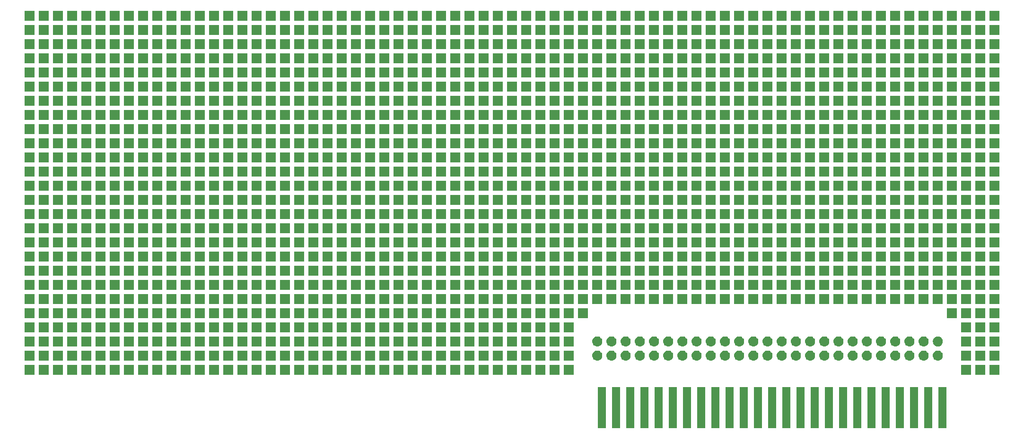
<source format=gts>
G04 #@! TF.GenerationSoftware,KiCad,Pcbnew,(5.1.2)-1*
G04 #@! TF.CreationDate,2019-09-18T07:38:14-07:00*
G04 #@! TF.ProjectId,AppleIIPerfBoardCard,4170706c-6549-4495-9065-7266426f6172,rev?*
G04 #@! TF.SameCoordinates,Original*
G04 #@! TF.FileFunction,Soldermask,Top*
G04 #@! TF.FilePolarity,Negative*
%FSLAX46Y46*%
G04 Gerber Fmt 4.6, Leading zero omitted, Abs format (unit mm)*
G04 Created by KiCad (PCBNEW (5.1.2)-1) date 2019-09-18 07:38:14*
%MOMM*%
%LPD*%
G04 APERTURE LIST*
%ADD10C,0.100000*%
G04 APERTURE END LIST*
D10*
G36*
X221590881Y-137462681D02*
G01*
X220218881Y-137462681D01*
X220218881Y-130060681D01*
X221590881Y-130060681D01*
X221590881Y-137462681D01*
X221590881Y-137462681D01*
G37*
G36*
X188570881Y-137462681D02*
G01*
X187198881Y-137462681D01*
X187198881Y-130060681D01*
X188570881Y-130060681D01*
X188570881Y-137462681D01*
X188570881Y-137462681D01*
G37*
G36*
X160630881Y-137462681D02*
G01*
X159258881Y-137462681D01*
X159258881Y-130060681D01*
X160630881Y-130060681D01*
X160630881Y-137462681D01*
X160630881Y-137462681D01*
G37*
G36*
X163170881Y-137462681D02*
G01*
X161798881Y-137462681D01*
X161798881Y-130060681D01*
X163170881Y-130060681D01*
X163170881Y-137462681D01*
X163170881Y-137462681D01*
G37*
G36*
X165710881Y-137462681D02*
G01*
X164338881Y-137462681D01*
X164338881Y-130060681D01*
X165710881Y-130060681D01*
X165710881Y-137462681D01*
X165710881Y-137462681D01*
G37*
G36*
X168250881Y-137462681D02*
G01*
X166878881Y-137462681D01*
X166878881Y-130060681D01*
X168250881Y-130060681D01*
X168250881Y-137462681D01*
X168250881Y-137462681D01*
G37*
G36*
X170790881Y-137462681D02*
G01*
X169418881Y-137462681D01*
X169418881Y-130060681D01*
X170790881Y-130060681D01*
X170790881Y-137462681D01*
X170790881Y-137462681D01*
G37*
G36*
X173330881Y-137462681D02*
G01*
X171958881Y-137462681D01*
X171958881Y-130060681D01*
X173330881Y-130060681D01*
X173330881Y-137462681D01*
X173330881Y-137462681D01*
G37*
G36*
X175870881Y-137462681D02*
G01*
X174498881Y-137462681D01*
X174498881Y-130060681D01*
X175870881Y-130060681D01*
X175870881Y-137462681D01*
X175870881Y-137462681D01*
G37*
G36*
X178410881Y-137462681D02*
G01*
X177038881Y-137462681D01*
X177038881Y-130060681D01*
X178410881Y-130060681D01*
X178410881Y-137462681D01*
X178410881Y-137462681D01*
G37*
G36*
X180950881Y-137462681D02*
G01*
X179578881Y-137462681D01*
X179578881Y-130060681D01*
X180950881Y-130060681D01*
X180950881Y-137462681D01*
X180950881Y-137462681D01*
G37*
G36*
X183490881Y-137462681D02*
G01*
X182118881Y-137462681D01*
X182118881Y-130060681D01*
X183490881Y-130060681D01*
X183490881Y-137462681D01*
X183490881Y-137462681D01*
G37*
G36*
X186030881Y-137462681D02*
G01*
X184658881Y-137462681D01*
X184658881Y-130060681D01*
X186030881Y-130060681D01*
X186030881Y-137462681D01*
X186030881Y-137462681D01*
G37*
G36*
X193650881Y-137462681D02*
G01*
X192278881Y-137462681D01*
X192278881Y-130060681D01*
X193650881Y-130060681D01*
X193650881Y-137462681D01*
X193650881Y-137462681D01*
G37*
G36*
X191110881Y-137462681D02*
G01*
X189738881Y-137462681D01*
X189738881Y-130060681D01*
X191110881Y-130060681D01*
X191110881Y-137462681D01*
X191110881Y-137462681D01*
G37*
G36*
X219050881Y-137462681D02*
G01*
X217678881Y-137462681D01*
X217678881Y-130060681D01*
X219050881Y-130060681D01*
X219050881Y-137462681D01*
X219050881Y-137462681D01*
G37*
G36*
X216510881Y-137462681D02*
G01*
X215138881Y-137462681D01*
X215138881Y-130060681D01*
X216510881Y-130060681D01*
X216510881Y-137462681D01*
X216510881Y-137462681D01*
G37*
G36*
X213970881Y-137462681D02*
G01*
X212598881Y-137462681D01*
X212598881Y-130060681D01*
X213970881Y-130060681D01*
X213970881Y-137462681D01*
X213970881Y-137462681D01*
G37*
G36*
X211430881Y-137462681D02*
G01*
X210058881Y-137462681D01*
X210058881Y-130060681D01*
X211430881Y-130060681D01*
X211430881Y-137462681D01*
X211430881Y-137462681D01*
G37*
G36*
X208890881Y-137462681D02*
G01*
X207518881Y-137462681D01*
X207518881Y-130060681D01*
X208890881Y-130060681D01*
X208890881Y-137462681D01*
X208890881Y-137462681D01*
G37*
G36*
X206350881Y-137462681D02*
G01*
X204978881Y-137462681D01*
X204978881Y-130060681D01*
X206350881Y-130060681D01*
X206350881Y-137462681D01*
X206350881Y-137462681D01*
G37*
G36*
X203810881Y-137462681D02*
G01*
X202438881Y-137462681D01*
X202438881Y-130060681D01*
X203810881Y-130060681D01*
X203810881Y-137462681D01*
X203810881Y-137462681D01*
G37*
G36*
X201270881Y-137462681D02*
G01*
X199898881Y-137462681D01*
X199898881Y-130060681D01*
X201270881Y-130060681D01*
X201270881Y-137462681D01*
X201270881Y-137462681D01*
G37*
G36*
X198730881Y-137462681D02*
G01*
X197358881Y-137462681D01*
X197358881Y-130060681D01*
X198730881Y-130060681D01*
X198730881Y-137462681D01*
X198730881Y-137462681D01*
G37*
G36*
X196190881Y-137462681D02*
G01*
X194818881Y-137462681D01*
X194818881Y-130060681D01*
X196190881Y-130060681D01*
X196190881Y-137462681D01*
X196190881Y-137462681D01*
G37*
G36*
X154952000Y-127873060D02*
G01*
X153150000Y-127873060D01*
X153150000Y-126071060D01*
X154952000Y-126071060D01*
X154952000Y-127873060D01*
X154952000Y-127873060D01*
G37*
G36*
X58432000Y-127873060D02*
G01*
X56630000Y-127873060D01*
X56630000Y-126071060D01*
X58432000Y-126071060D01*
X58432000Y-127873060D01*
X58432000Y-127873060D01*
G37*
G36*
X142252000Y-127873060D02*
G01*
X140450000Y-127873060D01*
X140450000Y-126071060D01*
X142252000Y-126071060D01*
X142252000Y-127873060D01*
X142252000Y-127873060D01*
G37*
G36*
X231152000Y-127873060D02*
G01*
X229350000Y-127873060D01*
X229350000Y-126071060D01*
X231152000Y-126071060D01*
X231152000Y-127873060D01*
X231152000Y-127873060D01*
G37*
G36*
X226072000Y-127873060D02*
G01*
X224270000Y-127873060D01*
X224270000Y-126071060D01*
X226072000Y-126071060D01*
X226072000Y-127873060D01*
X226072000Y-127873060D01*
G37*
G36*
X152412000Y-127873060D02*
G01*
X150610000Y-127873060D01*
X150610000Y-126071060D01*
X152412000Y-126071060D01*
X152412000Y-127873060D01*
X152412000Y-127873060D01*
G37*
G36*
X149872000Y-127873060D02*
G01*
X148070000Y-127873060D01*
X148070000Y-126071060D01*
X149872000Y-126071060D01*
X149872000Y-127873060D01*
X149872000Y-127873060D01*
G37*
G36*
X147332000Y-127873060D02*
G01*
X145530000Y-127873060D01*
X145530000Y-126071060D01*
X147332000Y-126071060D01*
X147332000Y-127873060D01*
X147332000Y-127873060D01*
G37*
G36*
X144792000Y-127873060D02*
G01*
X142990000Y-127873060D01*
X142990000Y-126071060D01*
X144792000Y-126071060D01*
X144792000Y-127873060D01*
X144792000Y-127873060D01*
G37*
G36*
X114312000Y-127873060D02*
G01*
X112510000Y-127873060D01*
X112510000Y-126071060D01*
X114312000Y-126071060D01*
X114312000Y-127873060D01*
X114312000Y-127873060D01*
G37*
G36*
X139712000Y-127873060D02*
G01*
X137910000Y-127873060D01*
X137910000Y-126071060D01*
X139712000Y-126071060D01*
X139712000Y-127873060D01*
X139712000Y-127873060D01*
G37*
G36*
X137172000Y-127873060D02*
G01*
X135370000Y-127873060D01*
X135370000Y-126071060D01*
X137172000Y-126071060D01*
X137172000Y-127873060D01*
X137172000Y-127873060D01*
G37*
G36*
X134632000Y-127873060D02*
G01*
X132830000Y-127873060D01*
X132830000Y-126071060D01*
X134632000Y-126071060D01*
X134632000Y-127873060D01*
X134632000Y-127873060D01*
G37*
G36*
X132092000Y-127873060D02*
G01*
X130290000Y-127873060D01*
X130290000Y-126071060D01*
X132092000Y-126071060D01*
X132092000Y-127873060D01*
X132092000Y-127873060D01*
G37*
G36*
X129552000Y-127873060D02*
G01*
X127750000Y-127873060D01*
X127750000Y-126071060D01*
X129552000Y-126071060D01*
X129552000Y-127873060D01*
X129552000Y-127873060D01*
G37*
G36*
X127012000Y-127873060D02*
G01*
X125210000Y-127873060D01*
X125210000Y-126071060D01*
X127012000Y-126071060D01*
X127012000Y-127873060D01*
X127012000Y-127873060D01*
G37*
G36*
X124472000Y-127873060D02*
G01*
X122670000Y-127873060D01*
X122670000Y-126071060D01*
X124472000Y-126071060D01*
X124472000Y-127873060D01*
X124472000Y-127873060D01*
G37*
G36*
X121932000Y-127873060D02*
G01*
X120130000Y-127873060D01*
X120130000Y-126071060D01*
X121932000Y-126071060D01*
X121932000Y-127873060D01*
X121932000Y-127873060D01*
G37*
G36*
X119392000Y-127873060D02*
G01*
X117590000Y-127873060D01*
X117590000Y-126071060D01*
X119392000Y-126071060D01*
X119392000Y-127873060D01*
X119392000Y-127873060D01*
G37*
G36*
X116852000Y-127873060D02*
G01*
X115050000Y-127873060D01*
X115050000Y-126071060D01*
X116852000Y-126071060D01*
X116852000Y-127873060D01*
X116852000Y-127873060D01*
G37*
G36*
X228612000Y-127873060D02*
G01*
X226810000Y-127873060D01*
X226810000Y-126071060D01*
X228612000Y-126071060D01*
X228612000Y-127873060D01*
X228612000Y-127873060D01*
G37*
G36*
X63512000Y-127873060D02*
G01*
X61710000Y-127873060D01*
X61710000Y-126071060D01*
X63512000Y-126071060D01*
X63512000Y-127873060D01*
X63512000Y-127873060D01*
G37*
G36*
X111772000Y-127873060D02*
G01*
X109970000Y-127873060D01*
X109970000Y-126071060D01*
X111772000Y-126071060D01*
X111772000Y-127873060D01*
X111772000Y-127873060D01*
G37*
G36*
X109232000Y-127873060D02*
G01*
X107430000Y-127873060D01*
X107430000Y-126071060D01*
X109232000Y-126071060D01*
X109232000Y-127873060D01*
X109232000Y-127873060D01*
G37*
G36*
X106692000Y-127873060D02*
G01*
X104890000Y-127873060D01*
X104890000Y-126071060D01*
X106692000Y-126071060D01*
X106692000Y-127873060D01*
X106692000Y-127873060D01*
G37*
G36*
X104152000Y-127873060D02*
G01*
X102350000Y-127873060D01*
X102350000Y-126071060D01*
X104152000Y-126071060D01*
X104152000Y-127873060D01*
X104152000Y-127873060D01*
G37*
G36*
X101612000Y-127873060D02*
G01*
X99810000Y-127873060D01*
X99810000Y-126071060D01*
X101612000Y-126071060D01*
X101612000Y-127873060D01*
X101612000Y-127873060D01*
G37*
G36*
X99072000Y-127873060D02*
G01*
X97270000Y-127873060D01*
X97270000Y-126071060D01*
X99072000Y-126071060D01*
X99072000Y-127873060D01*
X99072000Y-127873060D01*
G37*
G36*
X96532000Y-127873060D02*
G01*
X94730000Y-127873060D01*
X94730000Y-126071060D01*
X96532000Y-126071060D01*
X96532000Y-127873060D01*
X96532000Y-127873060D01*
G37*
G36*
X93992000Y-127873060D02*
G01*
X92190000Y-127873060D01*
X92190000Y-126071060D01*
X93992000Y-126071060D01*
X93992000Y-127873060D01*
X93992000Y-127873060D01*
G37*
G36*
X91452000Y-127873060D02*
G01*
X89650000Y-127873060D01*
X89650000Y-126071060D01*
X91452000Y-126071060D01*
X91452000Y-127873060D01*
X91452000Y-127873060D01*
G37*
G36*
X88912000Y-127873060D02*
G01*
X87110000Y-127873060D01*
X87110000Y-126071060D01*
X88912000Y-126071060D01*
X88912000Y-127873060D01*
X88912000Y-127873060D01*
G37*
G36*
X83832000Y-127873060D02*
G01*
X82030000Y-127873060D01*
X82030000Y-126071060D01*
X83832000Y-126071060D01*
X83832000Y-127873060D01*
X83832000Y-127873060D01*
G37*
G36*
X86372000Y-127873060D02*
G01*
X84570000Y-127873060D01*
X84570000Y-126071060D01*
X86372000Y-126071060D01*
X86372000Y-127873060D01*
X86372000Y-127873060D01*
G37*
G36*
X66052000Y-127873060D02*
G01*
X64250000Y-127873060D01*
X64250000Y-126071060D01*
X66052000Y-126071060D01*
X66052000Y-127873060D01*
X66052000Y-127873060D01*
G37*
G36*
X68592000Y-127873060D02*
G01*
X66790000Y-127873060D01*
X66790000Y-126071060D01*
X68592000Y-126071060D01*
X68592000Y-127873060D01*
X68592000Y-127873060D01*
G37*
G36*
X60972000Y-127873060D02*
G01*
X59170000Y-127873060D01*
X59170000Y-126071060D01*
X60972000Y-126071060D01*
X60972000Y-127873060D01*
X60972000Y-127873060D01*
G37*
G36*
X71132000Y-127873060D02*
G01*
X69330000Y-127873060D01*
X69330000Y-126071060D01*
X71132000Y-126071060D01*
X71132000Y-127873060D01*
X71132000Y-127873060D01*
G37*
G36*
X73672000Y-127873060D02*
G01*
X71870000Y-127873060D01*
X71870000Y-126071060D01*
X73672000Y-126071060D01*
X73672000Y-127873060D01*
X73672000Y-127873060D01*
G37*
G36*
X76212000Y-127873060D02*
G01*
X74410000Y-127873060D01*
X74410000Y-126071060D01*
X76212000Y-126071060D01*
X76212000Y-127873060D01*
X76212000Y-127873060D01*
G37*
G36*
X78752000Y-127873060D02*
G01*
X76950000Y-127873060D01*
X76950000Y-126071060D01*
X78752000Y-126071060D01*
X78752000Y-127873060D01*
X78752000Y-127873060D01*
G37*
G36*
X81292000Y-127873060D02*
G01*
X79490000Y-127873060D01*
X79490000Y-126071060D01*
X81292000Y-126071060D01*
X81292000Y-127873060D01*
X81292000Y-127873060D01*
G37*
G36*
X66052000Y-125333060D02*
G01*
X64250000Y-125333060D01*
X64250000Y-123531060D01*
X66052000Y-123531060D01*
X66052000Y-125333060D01*
X66052000Y-125333060D01*
G37*
G36*
X63512000Y-125333060D02*
G01*
X61710000Y-125333060D01*
X61710000Y-123531060D01*
X63512000Y-123531060D01*
X63512000Y-125333060D01*
X63512000Y-125333060D01*
G37*
G36*
X60972000Y-125333060D02*
G01*
X59170000Y-125333060D01*
X59170000Y-123531060D01*
X60972000Y-123531060D01*
X60972000Y-125333060D01*
X60972000Y-125333060D01*
G37*
G36*
X83832000Y-125333060D02*
G01*
X82030000Y-125333060D01*
X82030000Y-123531060D01*
X83832000Y-123531060D01*
X83832000Y-125333060D01*
X83832000Y-125333060D01*
G37*
G36*
X132092000Y-125333060D02*
G01*
X130290000Y-125333060D01*
X130290000Y-123531060D01*
X132092000Y-123531060D01*
X132092000Y-125333060D01*
X132092000Y-125333060D01*
G37*
G36*
X134632000Y-125333060D02*
G01*
X132830000Y-125333060D01*
X132830000Y-123531060D01*
X134632000Y-123531060D01*
X134632000Y-125333060D01*
X134632000Y-125333060D01*
G37*
G36*
X139712000Y-125333060D02*
G01*
X137910000Y-125333060D01*
X137910000Y-123531060D01*
X139712000Y-123531060D01*
X139712000Y-125333060D01*
X139712000Y-125333060D01*
G37*
G36*
X142252000Y-125333060D02*
G01*
X140450000Y-125333060D01*
X140450000Y-123531060D01*
X142252000Y-123531060D01*
X142252000Y-125333060D01*
X142252000Y-125333060D01*
G37*
G36*
X144792000Y-125333060D02*
G01*
X142990000Y-125333060D01*
X142990000Y-123531060D01*
X144792000Y-123531060D01*
X144792000Y-125333060D01*
X144792000Y-125333060D01*
G37*
G36*
X147332000Y-125333060D02*
G01*
X145530000Y-125333060D01*
X145530000Y-123531060D01*
X147332000Y-123531060D01*
X147332000Y-125333060D01*
X147332000Y-125333060D01*
G37*
G36*
X149872000Y-125333060D02*
G01*
X148070000Y-125333060D01*
X148070000Y-123531060D01*
X149872000Y-123531060D01*
X149872000Y-125333060D01*
X149872000Y-125333060D01*
G37*
G36*
X152412000Y-125333060D02*
G01*
X150610000Y-125333060D01*
X150610000Y-123531060D01*
X152412000Y-123531060D01*
X152412000Y-125333060D01*
X152412000Y-125333060D01*
G37*
G36*
X109232000Y-125333060D02*
G01*
X107430000Y-125333060D01*
X107430000Y-123531060D01*
X109232000Y-123531060D01*
X109232000Y-125333060D01*
X109232000Y-125333060D01*
G37*
G36*
X226072000Y-125333060D02*
G01*
X224270000Y-125333060D01*
X224270000Y-123531060D01*
X226072000Y-123531060D01*
X226072000Y-125333060D01*
X226072000Y-125333060D01*
G37*
G36*
X228612000Y-125333060D02*
G01*
X226810000Y-125333060D01*
X226810000Y-123531060D01*
X228612000Y-123531060D01*
X228612000Y-125333060D01*
X228612000Y-125333060D01*
G37*
G36*
X231152000Y-125333060D02*
G01*
X229350000Y-125333060D01*
X229350000Y-123531060D01*
X231152000Y-123531060D01*
X231152000Y-125333060D01*
X231152000Y-125333060D01*
G37*
G36*
X88912000Y-125333060D02*
G01*
X87110000Y-125333060D01*
X87110000Y-123531060D01*
X88912000Y-123531060D01*
X88912000Y-125333060D01*
X88912000Y-125333060D01*
G37*
G36*
X137172000Y-125333060D02*
G01*
X135370000Y-125333060D01*
X135370000Y-123531060D01*
X137172000Y-123531060D01*
X137172000Y-125333060D01*
X137172000Y-125333060D01*
G37*
G36*
X106692000Y-125333060D02*
G01*
X104890000Y-125333060D01*
X104890000Y-123531060D01*
X106692000Y-123531060D01*
X106692000Y-125333060D01*
X106692000Y-125333060D01*
G37*
G36*
X104152000Y-125333060D02*
G01*
X102350000Y-125333060D01*
X102350000Y-123531060D01*
X104152000Y-123531060D01*
X104152000Y-125333060D01*
X104152000Y-125333060D01*
G37*
G36*
X101612000Y-125333060D02*
G01*
X99810000Y-125333060D01*
X99810000Y-123531060D01*
X101612000Y-123531060D01*
X101612000Y-125333060D01*
X101612000Y-125333060D01*
G37*
G36*
X99072000Y-125333060D02*
G01*
X97270000Y-125333060D01*
X97270000Y-123531060D01*
X99072000Y-123531060D01*
X99072000Y-125333060D01*
X99072000Y-125333060D01*
G37*
G36*
X96532000Y-125333060D02*
G01*
X94730000Y-125333060D01*
X94730000Y-123531060D01*
X96532000Y-123531060D01*
X96532000Y-125333060D01*
X96532000Y-125333060D01*
G37*
G36*
X93992000Y-125333060D02*
G01*
X92190000Y-125333060D01*
X92190000Y-123531060D01*
X93992000Y-123531060D01*
X93992000Y-125333060D01*
X93992000Y-125333060D01*
G37*
G36*
X91452000Y-125333060D02*
G01*
X89650000Y-125333060D01*
X89650000Y-123531060D01*
X91452000Y-123531060D01*
X91452000Y-125333060D01*
X91452000Y-125333060D01*
G37*
G36*
X68592000Y-125333060D02*
G01*
X66790000Y-125333060D01*
X66790000Y-123531060D01*
X68592000Y-123531060D01*
X68592000Y-125333060D01*
X68592000Y-125333060D01*
G37*
G36*
X86372000Y-125333060D02*
G01*
X84570000Y-125333060D01*
X84570000Y-123531060D01*
X86372000Y-123531060D01*
X86372000Y-125333060D01*
X86372000Y-125333060D01*
G37*
G36*
X58432000Y-125333060D02*
G01*
X56630000Y-125333060D01*
X56630000Y-123531060D01*
X58432000Y-123531060D01*
X58432000Y-125333060D01*
X58432000Y-125333060D01*
G37*
G36*
X81292000Y-125333060D02*
G01*
X79490000Y-125333060D01*
X79490000Y-123531060D01*
X81292000Y-123531060D01*
X81292000Y-125333060D01*
X81292000Y-125333060D01*
G37*
G36*
X78752000Y-125333060D02*
G01*
X76950000Y-125333060D01*
X76950000Y-123531060D01*
X78752000Y-123531060D01*
X78752000Y-125333060D01*
X78752000Y-125333060D01*
G37*
G36*
X76212000Y-125333060D02*
G01*
X74410000Y-125333060D01*
X74410000Y-123531060D01*
X76212000Y-123531060D01*
X76212000Y-125333060D01*
X76212000Y-125333060D01*
G37*
G36*
X73672000Y-125333060D02*
G01*
X71870000Y-125333060D01*
X71870000Y-123531060D01*
X73672000Y-123531060D01*
X73672000Y-125333060D01*
X73672000Y-125333060D01*
G37*
G36*
X71132000Y-125333060D02*
G01*
X69330000Y-125333060D01*
X69330000Y-123531060D01*
X71132000Y-123531060D01*
X71132000Y-125333060D01*
X71132000Y-125333060D01*
G37*
G36*
X169401442Y-123537578D02*
G01*
X169467627Y-123544097D01*
X169637466Y-123595617D01*
X169793991Y-123679282D01*
X169829729Y-123708612D01*
X169931186Y-123791874D01*
X170014448Y-123893331D01*
X170043778Y-123929069D01*
X170127443Y-124085594D01*
X170178963Y-124255433D01*
X170196359Y-124432060D01*
X170178963Y-124608687D01*
X170127443Y-124778526D01*
X170043778Y-124935051D01*
X170014448Y-124970789D01*
X169931186Y-125072246D01*
X169829729Y-125155508D01*
X169793991Y-125184838D01*
X169637466Y-125268503D01*
X169467627Y-125320023D01*
X169401443Y-125326541D01*
X169335260Y-125333060D01*
X169246740Y-125333060D01*
X169180557Y-125326541D01*
X169114373Y-125320023D01*
X168944534Y-125268503D01*
X168788009Y-125184838D01*
X168752271Y-125155508D01*
X168650814Y-125072246D01*
X168567552Y-124970789D01*
X168538222Y-124935051D01*
X168454557Y-124778526D01*
X168403037Y-124608687D01*
X168385641Y-124432060D01*
X168403037Y-124255433D01*
X168454557Y-124085594D01*
X168538222Y-123929069D01*
X168567552Y-123893331D01*
X168650814Y-123791874D01*
X168752271Y-123708612D01*
X168788009Y-123679282D01*
X168944534Y-123595617D01*
X169114373Y-123544097D01*
X169180558Y-123537578D01*
X169246740Y-123531060D01*
X169335260Y-123531060D01*
X169401442Y-123537578D01*
X169401442Y-123537578D01*
G37*
G36*
X197341442Y-123537578D02*
G01*
X197407627Y-123544097D01*
X197577466Y-123595617D01*
X197733991Y-123679282D01*
X197769729Y-123708612D01*
X197871186Y-123791874D01*
X197954448Y-123893331D01*
X197983778Y-123929069D01*
X198067443Y-124085594D01*
X198118963Y-124255433D01*
X198136359Y-124432060D01*
X198118963Y-124608687D01*
X198067443Y-124778526D01*
X197983778Y-124935051D01*
X197954448Y-124970789D01*
X197871186Y-125072246D01*
X197769729Y-125155508D01*
X197733991Y-125184838D01*
X197577466Y-125268503D01*
X197407627Y-125320023D01*
X197341443Y-125326541D01*
X197275260Y-125333060D01*
X197186740Y-125333060D01*
X197120557Y-125326541D01*
X197054373Y-125320023D01*
X196884534Y-125268503D01*
X196728009Y-125184838D01*
X196692271Y-125155508D01*
X196590814Y-125072246D01*
X196507552Y-124970789D01*
X196478222Y-124935051D01*
X196394557Y-124778526D01*
X196343037Y-124608687D01*
X196325641Y-124432060D01*
X196343037Y-124255433D01*
X196394557Y-124085594D01*
X196478222Y-123929069D01*
X196507552Y-123893331D01*
X196590814Y-123791874D01*
X196692271Y-123708612D01*
X196728009Y-123679282D01*
X196884534Y-123595617D01*
X197054373Y-123544097D01*
X197120558Y-123537578D01*
X197186740Y-123531060D01*
X197275260Y-123531060D01*
X197341442Y-123537578D01*
X197341442Y-123537578D01*
G37*
G36*
X194801442Y-123537578D02*
G01*
X194867627Y-123544097D01*
X195037466Y-123595617D01*
X195193991Y-123679282D01*
X195229729Y-123708612D01*
X195331186Y-123791874D01*
X195414448Y-123893331D01*
X195443778Y-123929069D01*
X195527443Y-124085594D01*
X195578963Y-124255433D01*
X195596359Y-124432060D01*
X195578963Y-124608687D01*
X195527443Y-124778526D01*
X195443778Y-124935051D01*
X195414448Y-124970789D01*
X195331186Y-125072246D01*
X195229729Y-125155508D01*
X195193991Y-125184838D01*
X195037466Y-125268503D01*
X194867627Y-125320023D01*
X194801443Y-125326541D01*
X194735260Y-125333060D01*
X194646740Y-125333060D01*
X194580557Y-125326541D01*
X194514373Y-125320023D01*
X194344534Y-125268503D01*
X194188009Y-125184838D01*
X194152271Y-125155508D01*
X194050814Y-125072246D01*
X193967552Y-124970789D01*
X193938222Y-124935051D01*
X193854557Y-124778526D01*
X193803037Y-124608687D01*
X193785641Y-124432060D01*
X193803037Y-124255433D01*
X193854557Y-124085594D01*
X193938222Y-123929069D01*
X193967552Y-123893331D01*
X194050814Y-123791874D01*
X194152271Y-123708612D01*
X194188009Y-123679282D01*
X194344534Y-123595617D01*
X194514373Y-123544097D01*
X194580558Y-123537578D01*
X194646740Y-123531060D01*
X194735260Y-123531060D01*
X194801442Y-123537578D01*
X194801442Y-123537578D01*
G37*
G36*
X192261442Y-123537578D02*
G01*
X192327627Y-123544097D01*
X192497466Y-123595617D01*
X192653991Y-123679282D01*
X192689729Y-123708612D01*
X192791186Y-123791874D01*
X192874448Y-123893331D01*
X192903778Y-123929069D01*
X192987443Y-124085594D01*
X193038963Y-124255433D01*
X193056359Y-124432060D01*
X193038963Y-124608687D01*
X192987443Y-124778526D01*
X192903778Y-124935051D01*
X192874448Y-124970789D01*
X192791186Y-125072246D01*
X192689729Y-125155508D01*
X192653991Y-125184838D01*
X192497466Y-125268503D01*
X192327627Y-125320023D01*
X192261443Y-125326541D01*
X192195260Y-125333060D01*
X192106740Y-125333060D01*
X192040557Y-125326541D01*
X191974373Y-125320023D01*
X191804534Y-125268503D01*
X191648009Y-125184838D01*
X191612271Y-125155508D01*
X191510814Y-125072246D01*
X191427552Y-124970789D01*
X191398222Y-124935051D01*
X191314557Y-124778526D01*
X191263037Y-124608687D01*
X191245641Y-124432060D01*
X191263037Y-124255433D01*
X191314557Y-124085594D01*
X191398222Y-123929069D01*
X191427552Y-123893331D01*
X191510814Y-123791874D01*
X191612271Y-123708612D01*
X191648009Y-123679282D01*
X191804534Y-123595617D01*
X191974373Y-123544097D01*
X192040558Y-123537578D01*
X192106740Y-123531060D01*
X192195260Y-123531060D01*
X192261442Y-123537578D01*
X192261442Y-123537578D01*
G37*
G36*
X189721442Y-123537578D02*
G01*
X189787627Y-123544097D01*
X189957466Y-123595617D01*
X190113991Y-123679282D01*
X190149729Y-123708612D01*
X190251186Y-123791874D01*
X190334448Y-123893331D01*
X190363778Y-123929069D01*
X190447443Y-124085594D01*
X190498963Y-124255433D01*
X190516359Y-124432060D01*
X190498963Y-124608687D01*
X190447443Y-124778526D01*
X190363778Y-124935051D01*
X190334448Y-124970789D01*
X190251186Y-125072246D01*
X190149729Y-125155508D01*
X190113991Y-125184838D01*
X189957466Y-125268503D01*
X189787627Y-125320023D01*
X189721443Y-125326541D01*
X189655260Y-125333060D01*
X189566740Y-125333060D01*
X189500557Y-125326541D01*
X189434373Y-125320023D01*
X189264534Y-125268503D01*
X189108009Y-125184838D01*
X189072271Y-125155508D01*
X188970814Y-125072246D01*
X188887552Y-124970789D01*
X188858222Y-124935051D01*
X188774557Y-124778526D01*
X188723037Y-124608687D01*
X188705641Y-124432060D01*
X188723037Y-124255433D01*
X188774557Y-124085594D01*
X188858222Y-123929069D01*
X188887552Y-123893331D01*
X188970814Y-123791874D01*
X189072271Y-123708612D01*
X189108009Y-123679282D01*
X189264534Y-123595617D01*
X189434373Y-123544097D01*
X189500558Y-123537578D01*
X189566740Y-123531060D01*
X189655260Y-123531060D01*
X189721442Y-123537578D01*
X189721442Y-123537578D01*
G37*
G36*
X159241442Y-123537578D02*
G01*
X159307627Y-123544097D01*
X159477466Y-123595617D01*
X159633991Y-123679282D01*
X159669729Y-123708612D01*
X159771186Y-123791874D01*
X159854448Y-123893331D01*
X159883778Y-123929069D01*
X159967443Y-124085594D01*
X160018963Y-124255433D01*
X160036359Y-124432060D01*
X160018963Y-124608687D01*
X159967443Y-124778526D01*
X159883778Y-124935051D01*
X159854448Y-124970789D01*
X159771186Y-125072246D01*
X159669729Y-125155508D01*
X159633991Y-125184838D01*
X159477466Y-125268503D01*
X159307627Y-125320023D01*
X159241443Y-125326541D01*
X159175260Y-125333060D01*
X159086740Y-125333060D01*
X159020557Y-125326541D01*
X158954373Y-125320023D01*
X158784534Y-125268503D01*
X158628009Y-125184838D01*
X158592271Y-125155508D01*
X158490814Y-125072246D01*
X158407552Y-124970789D01*
X158378222Y-124935051D01*
X158294557Y-124778526D01*
X158243037Y-124608687D01*
X158225641Y-124432060D01*
X158243037Y-124255433D01*
X158294557Y-124085594D01*
X158378222Y-123929069D01*
X158407552Y-123893331D01*
X158490814Y-123791874D01*
X158592271Y-123708612D01*
X158628009Y-123679282D01*
X158784534Y-123595617D01*
X158954373Y-123544097D01*
X159020558Y-123537578D01*
X159086740Y-123531060D01*
X159175260Y-123531060D01*
X159241442Y-123537578D01*
X159241442Y-123537578D01*
G37*
G36*
X161781442Y-123537578D02*
G01*
X161847627Y-123544097D01*
X162017466Y-123595617D01*
X162173991Y-123679282D01*
X162209729Y-123708612D01*
X162311186Y-123791874D01*
X162394448Y-123893331D01*
X162423778Y-123929069D01*
X162507443Y-124085594D01*
X162558963Y-124255433D01*
X162576359Y-124432060D01*
X162558963Y-124608687D01*
X162507443Y-124778526D01*
X162423778Y-124935051D01*
X162394448Y-124970789D01*
X162311186Y-125072246D01*
X162209729Y-125155508D01*
X162173991Y-125184838D01*
X162017466Y-125268503D01*
X161847627Y-125320023D01*
X161781443Y-125326541D01*
X161715260Y-125333060D01*
X161626740Y-125333060D01*
X161560557Y-125326541D01*
X161494373Y-125320023D01*
X161324534Y-125268503D01*
X161168009Y-125184838D01*
X161132271Y-125155508D01*
X161030814Y-125072246D01*
X160947552Y-124970789D01*
X160918222Y-124935051D01*
X160834557Y-124778526D01*
X160783037Y-124608687D01*
X160765641Y-124432060D01*
X160783037Y-124255433D01*
X160834557Y-124085594D01*
X160918222Y-123929069D01*
X160947552Y-123893331D01*
X161030814Y-123791874D01*
X161132271Y-123708612D01*
X161168009Y-123679282D01*
X161324534Y-123595617D01*
X161494373Y-123544097D01*
X161560558Y-123537578D01*
X161626740Y-123531060D01*
X161715260Y-123531060D01*
X161781442Y-123537578D01*
X161781442Y-123537578D01*
G37*
G36*
X164321442Y-123537578D02*
G01*
X164387627Y-123544097D01*
X164557466Y-123595617D01*
X164713991Y-123679282D01*
X164749729Y-123708612D01*
X164851186Y-123791874D01*
X164934448Y-123893331D01*
X164963778Y-123929069D01*
X165047443Y-124085594D01*
X165098963Y-124255433D01*
X165116359Y-124432060D01*
X165098963Y-124608687D01*
X165047443Y-124778526D01*
X164963778Y-124935051D01*
X164934448Y-124970789D01*
X164851186Y-125072246D01*
X164749729Y-125155508D01*
X164713991Y-125184838D01*
X164557466Y-125268503D01*
X164387627Y-125320023D01*
X164321443Y-125326541D01*
X164255260Y-125333060D01*
X164166740Y-125333060D01*
X164100557Y-125326541D01*
X164034373Y-125320023D01*
X163864534Y-125268503D01*
X163708009Y-125184838D01*
X163672271Y-125155508D01*
X163570814Y-125072246D01*
X163487552Y-124970789D01*
X163458222Y-124935051D01*
X163374557Y-124778526D01*
X163323037Y-124608687D01*
X163305641Y-124432060D01*
X163323037Y-124255433D01*
X163374557Y-124085594D01*
X163458222Y-123929069D01*
X163487552Y-123893331D01*
X163570814Y-123791874D01*
X163672271Y-123708612D01*
X163708009Y-123679282D01*
X163864534Y-123595617D01*
X164034373Y-123544097D01*
X164100558Y-123537578D01*
X164166740Y-123531060D01*
X164255260Y-123531060D01*
X164321442Y-123537578D01*
X164321442Y-123537578D01*
G37*
G36*
X166861442Y-123537578D02*
G01*
X166927627Y-123544097D01*
X167097466Y-123595617D01*
X167253991Y-123679282D01*
X167289729Y-123708612D01*
X167391186Y-123791874D01*
X167474448Y-123893331D01*
X167503778Y-123929069D01*
X167587443Y-124085594D01*
X167638963Y-124255433D01*
X167656359Y-124432060D01*
X167638963Y-124608687D01*
X167587443Y-124778526D01*
X167503778Y-124935051D01*
X167474448Y-124970789D01*
X167391186Y-125072246D01*
X167289729Y-125155508D01*
X167253991Y-125184838D01*
X167097466Y-125268503D01*
X166927627Y-125320023D01*
X166861443Y-125326541D01*
X166795260Y-125333060D01*
X166706740Y-125333060D01*
X166640557Y-125326541D01*
X166574373Y-125320023D01*
X166404534Y-125268503D01*
X166248009Y-125184838D01*
X166212271Y-125155508D01*
X166110814Y-125072246D01*
X166027552Y-124970789D01*
X165998222Y-124935051D01*
X165914557Y-124778526D01*
X165863037Y-124608687D01*
X165845641Y-124432060D01*
X165863037Y-124255433D01*
X165914557Y-124085594D01*
X165998222Y-123929069D01*
X166027552Y-123893331D01*
X166110814Y-123791874D01*
X166212271Y-123708612D01*
X166248009Y-123679282D01*
X166404534Y-123595617D01*
X166574373Y-123544097D01*
X166640558Y-123537578D01*
X166706740Y-123531060D01*
X166795260Y-123531060D01*
X166861442Y-123537578D01*
X166861442Y-123537578D01*
G37*
G36*
X124472000Y-125333060D02*
G01*
X122670000Y-125333060D01*
X122670000Y-123531060D01*
X124472000Y-123531060D01*
X124472000Y-125333060D01*
X124472000Y-125333060D01*
G37*
G36*
X171941442Y-123537578D02*
G01*
X172007627Y-123544097D01*
X172177466Y-123595617D01*
X172333991Y-123679282D01*
X172369729Y-123708612D01*
X172471186Y-123791874D01*
X172554448Y-123893331D01*
X172583778Y-123929069D01*
X172667443Y-124085594D01*
X172718963Y-124255433D01*
X172736359Y-124432060D01*
X172718963Y-124608687D01*
X172667443Y-124778526D01*
X172583778Y-124935051D01*
X172554448Y-124970789D01*
X172471186Y-125072246D01*
X172369729Y-125155508D01*
X172333991Y-125184838D01*
X172177466Y-125268503D01*
X172007627Y-125320023D01*
X171941443Y-125326541D01*
X171875260Y-125333060D01*
X171786740Y-125333060D01*
X171720557Y-125326541D01*
X171654373Y-125320023D01*
X171484534Y-125268503D01*
X171328009Y-125184838D01*
X171292271Y-125155508D01*
X171190814Y-125072246D01*
X171107552Y-124970789D01*
X171078222Y-124935051D01*
X170994557Y-124778526D01*
X170943037Y-124608687D01*
X170925641Y-124432060D01*
X170943037Y-124255433D01*
X170994557Y-124085594D01*
X171078222Y-123929069D01*
X171107552Y-123893331D01*
X171190814Y-123791874D01*
X171292271Y-123708612D01*
X171328009Y-123679282D01*
X171484534Y-123595617D01*
X171654373Y-123544097D01*
X171720558Y-123537578D01*
X171786740Y-123531060D01*
X171875260Y-123531060D01*
X171941442Y-123537578D01*
X171941442Y-123537578D01*
G37*
G36*
X174481442Y-123537578D02*
G01*
X174547627Y-123544097D01*
X174717466Y-123595617D01*
X174873991Y-123679282D01*
X174909729Y-123708612D01*
X175011186Y-123791874D01*
X175094448Y-123893331D01*
X175123778Y-123929069D01*
X175207443Y-124085594D01*
X175258963Y-124255433D01*
X175276359Y-124432060D01*
X175258963Y-124608687D01*
X175207443Y-124778526D01*
X175123778Y-124935051D01*
X175094448Y-124970789D01*
X175011186Y-125072246D01*
X174909729Y-125155508D01*
X174873991Y-125184838D01*
X174717466Y-125268503D01*
X174547627Y-125320023D01*
X174481443Y-125326541D01*
X174415260Y-125333060D01*
X174326740Y-125333060D01*
X174260557Y-125326541D01*
X174194373Y-125320023D01*
X174024534Y-125268503D01*
X173868009Y-125184838D01*
X173832271Y-125155508D01*
X173730814Y-125072246D01*
X173647552Y-124970789D01*
X173618222Y-124935051D01*
X173534557Y-124778526D01*
X173483037Y-124608687D01*
X173465641Y-124432060D01*
X173483037Y-124255433D01*
X173534557Y-124085594D01*
X173618222Y-123929069D01*
X173647552Y-123893331D01*
X173730814Y-123791874D01*
X173832271Y-123708612D01*
X173868009Y-123679282D01*
X174024534Y-123595617D01*
X174194373Y-123544097D01*
X174260558Y-123537578D01*
X174326740Y-123531060D01*
X174415260Y-123531060D01*
X174481442Y-123537578D01*
X174481442Y-123537578D01*
G37*
G36*
X177021442Y-123537578D02*
G01*
X177087627Y-123544097D01*
X177257466Y-123595617D01*
X177413991Y-123679282D01*
X177449729Y-123708612D01*
X177551186Y-123791874D01*
X177634448Y-123893331D01*
X177663778Y-123929069D01*
X177747443Y-124085594D01*
X177798963Y-124255433D01*
X177816359Y-124432060D01*
X177798963Y-124608687D01*
X177747443Y-124778526D01*
X177663778Y-124935051D01*
X177634448Y-124970789D01*
X177551186Y-125072246D01*
X177449729Y-125155508D01*
X177413991Y-125184838D01*
X177257466Y-125268503D01*
X177087627Y-125320023D01*
X177021443Y-125326541D01*
X176955260Y-125333060D01*
X176866740Y-125333060D01*
X176800557Y-125326541D01*
X176734373Y-125320023D01*
X176564534Y-125268503D01*
X176408009Y-125184838D01*
X176372271Y-125155508D01*
X176270814Y-125072246D01*
X176187552Y-124970789D01*
X176158222Y-124935051D01*
X176074557Y-124778526D01*
X176023037Y-124608687D01*
X176005641Y-124432060D01*
X176023037Y-124255433D01*
X176074557Y-124085594D01*
X176158222Y-123929069D01*
X176187552Y-123893331D01*
X176270814Y-123791874D01*
X176372271Y-123708612D01*
X176408009Y-123679282D01*
X176564534Y-123595617D01*
X176734373Y-123544097D01*
X176800558Y-123537578D01*
X176866740Y-123531060D01*
X176955260Y-123531060D01*
X177021442Y-123537578D01*
X177021442Y-123537578D01*
G37*
G36*
X179561442Y-123537578D02*
G01*
X179627627Y-123544097D01*
X179797466Y-123595617D01*
X179953991Y-123679282D01*
X179989729Y-123708612D01*
X180091186Y-123791874D01*
X180174448Y-123893331D01*
X180203778Y-123929069D01*
X180287443Y-124085594D01*
X180338963Y-124255433D01*
X180356359Y-124432060D01*
X180338963Y-124608687D01*
X180287443Y-124778526D01*
X180203778Y-124935051D01*
X180174448Y-124970789D01*
X180091186Y-125072246D01*
X179989729Y-125155508D01*
X179953991Y-125184838D01*
X179797466Y-125268503D01*
X179627627Y-125320023D01*
X179561443Y-125326541D01*
X179495260Y-125333060D01*
X179406740Y-125333060D01*
X179340557Y-125326541D01*
X179274373Y-125320023D01*
X179104534Y-125268503D01*
X178948009Y-125184838D01*
X178912271Y-125155508D01*
X178810814Y-125072246D01*
X178727552Y-124970789D01*
X178698222Y-124935051D01*
X178614557Y-124778526D01*
X178563037Y-124608687D01*
X178545641Y-124432060D01*
X178563037Y-124255433D01*
X178614557Y-124085594D01*
X178698222Y-123929069D01*
X178727552Y-123893331D01*
X178810814Y-123791874D01*
X178912271Y-123708612D01*
X178948009Y-123679282D01*
X179104534Y-123595617D01*
X179274373Y-123544097D01*
X179340558Y-123537578D01*
X179406740Y-123531060D01*
X179495260Y-123531060D01*
X179561442Y-123537578D01*
X179561442Y-123537578D01*
G37*
G36*
X182101442Y-123537578D02*
G01*
X182167627Y-123544097D01*
X182337466Y-123595617D01*
X182493991Y-123679282D01*
X182529729Y-123708612D01*
X182631186Y-123791874D01*
X182714448Y-123893331D01*
X182743778Y-123929069D01*
X182827443Y-124085594D01*
X182878963Y-124255433D01*
X182896359Y-124432060D01*
X182878963Y-124608687D01*
X182827443Y-124778526D01*
X182743778Y-124935051D01*
X182714448Y-124970789D01*
X182631186Y-125072246D01*
X182529729Y-125155508D01*
X182493991Y-125184838D01*
X182337466Y-125268503D01*
X182167627Y-125320023D01*
X182101443Y-125326541D01*
X182035260Y-125333060D01*
X181946740Y-125333060D01*
X181880557Y-125326541D01*
X181814373Y-125320023D01*
X181644534Y-125268503D01*
X181488009Y-125184838D01*
X181452271Y-125155508D01*
X181350814Y-125072246D01*
X181267552Y-124970789D01*
X181238222Y-124935051D01*
X181154557Y-124778526D01*
X181103037Y-124608687D01*
X181085641Y-124432060D01*
X181103037Y-124255433D01*
X181154557Y-124085594D01*
X181238222Y-123929069D01*
X181267552Y-123893331D01*
X181350814Y-123791874D01*
X181452271Y-123708612D01*
X181488009Y-123679282D01*
X181644534Y-123595617D01*
X181814373Y-123544097D01*
X181880558Y-123537578D01*
X181946740Y-123531060D01*
X182035260Y-123531060D01*
X182101442Y-123537578D01*
X182101442Y-123537578D01*
G37*
G36*
X184641442Y-123537578D02*
G01*
X184707627Y-123544097D01*
X184877466Y-123595617D01*
X185033991Y-123679282D01*
X185069729Y-123708612D01*
X185171186Y-123791874D01*
X185254448Y-123893331D01*
X185283778Y-123929069D01*
X185367443Y-124085594D01*
X185418963Y-124255433D01*
X185436359Y-124432060D01*
X185418963Y-124608687D01*
X185367443Y-124778526D01*
X185283778Y-124935051D01*
X185254448Y-124970789D01*
X185171186Y-125072246D01*
X185069729Y-125155508D01*
X185033991Y-125184838D01*
X184877466Y-125268503D01*
X184707627Y-125320023D01*
X184641443Y-125326541D01*
X184575260Y-125333060D01*
X184486740Y-125333060D01*
X184420557Y-125326541D01*
X184354373Y-125320023D01*
X184184534Y-125268503D01*
X184028009Y-125184838D01*
X183992271Y-125155508D01*
X183890814Y-125072246D01*
X183807552Y-124970789D01*
X183778222Y-124935051D01*
X183694557Y-124778526D01*
X183643037Y-124608687D01*
X183625641Y-124432060D01*
X183643037Y-124255433D01*
X183694557Y-124085594D01*
X183778222Y-123929069D01*
X183807552Y-123893331D01*
X183890814Y-123791874D01*
X183992271Y-123708612D01*
X184028009Y-123679282D01*
X184184534Y-123595617D01*
X184354373Y-123544097D01*
X184420558Y-123537578D01*
X184486740Y-123531060D01*
X184575260Y-123531060D01*
X184641442Y-123537578D01*
X184641442Y-123537578D01*
G37*
G36*
X129552000Y-125333060D02*
G01*
X127750000Y-125333060D01*
X127750000Y-123531060D01*
X129552000Y-123531060D01*
X129552000Y-125333060D01*
X129552000Y-125333060D01*
G37*
G36*
X127012000Y-125333060D02*
G01*
X125210000Y-125333060D01*
X125210000Y-123531060D01*
X127012000Y-123531060D01*
X127012000Y-125333060D01*
X127012000Y-125333060D01*
G37*
G36*
X202421442Y-123537578D02*
G01*
X202487627Y-123544097D01*
X202657466Y-123595617D01*
X202813991Y-123679282D01*
X202849729Y-123708612D01*
X202951186Y-123791874D01*
X203034448Y-123893331D01*
X203063778Y-123929069D01*
X203147443Y-124085594D01*
X203198963Y-124255433D01*
X203216359Y-124432060D01*
X203198963Y-124608687D01*
X203147443Y-124778526D01*
X203063778Y-124935051D01*
X203034448Y-124970789D01*
X202951186Y-125072246D01*
X202849729Y-125155508D01*
X202813991Y-125184838D01*
X202657466Y-125268503D01*
X202487627Y-125320023D01*
X202421443Y-125326541D01*
X202355260Y-125333060D01*
X202266740Y-125333060D01*
X202200557Y-125326541D01*
X202134373Y-125320023D01*
X201964534Y-125268503D01*
X201808009Y-125184838D01*
X201772271Y-125155508D01*
X201670814Y-125072246D01*
X201587552Y-124970789D01*
X201558222Y-124935051D01*
X201474557Y-124778526D01*
X201423037Y-124608687D01*
X201405641Y-124432060D01*
X201423037Y-124255433D01*
X201474557Y-124085594D01*
X201558222Y-123929069D01*
X201587552Y-123893331D01*
X201670814Y-123791874D01*
X201772271Y-123708612D01*
X201808009Y-123679282D01*
X201964534Y-123595617D01*
X202134373Y-123544097D01*
X202200558Y-123537578D01*
X202266740Y-123531060D01*
X202355260Y-123531060D01*
X202421442Y-123537578D01*
X202421442Y-123537578D01*
G37*
G36*
X199881442Y-123537578D02*
G01*
X199947627Y-123544097D01*
X200117466Y-123595617D01*
X200273991Y-123679282D01*
X200309729Y-123708612D01*
X200411186Y-123791874D01*
X200494448Y-123893331D01*
X200523778Y-123929069D01*
X200607443Y-124085594D01*
X200658963Y-124255433D01*
X200676359Y-124432060D01*
X200658963Y-124608687D01*
X200607443Y-124778526D01*
X200523778Y-124935051D01*
X200494448Y-124970789D01*
X200411186Y-125072246D01*
X200309729Y-125155508D01*
X200273991Y-125184838D01*
X200117466Y-125268503D01*
X199947627Y-125320023D01*
X199881443Y-125326541D01*
X199815260Y-125333060D01*
X199726740Y-125333060D01*
X199660557Y-125326541D01*
X199594373Y-125320023D01*
X199424534Y-125268503D01*
X199268009Y-125184838D01*
X199232271Y-125155508D01*
X199130814Y-125072246D01*
X199047552Y-124970789D01*
X199018222Y-124935051D01*
X198934557Y-124778526D01*
X198883037Y-124608687D01*
X198865641Y-124432060D01*
X198883037Y-124255433D01*
X198934557Y-124085594D01*
X199018222Y-123929069D01*
X199047552Y-123893331D01*
X199130814Y-123791874D01*
X199232271Y-123708612D01*
X199268009Y-123679282D01*
X199424534Y-123595617D01*
X199594373Y-123544097D01*
X199660558Y-123537578D01*
X199726740Y-123531060D01*
X199815260Y-123531060D01*
X199881442Y-123537578D01*
X199881442Y-123537578D01*
G37*
G36*
X121932000Y-125333060D02*
G01*
X120130000Y-125333060D01*
X120130000Y-123531060D01*
X121932000Y-123531060D01*
X121932000Y-125333060D01*
X121932000Y-125333060D01*
G37*
G36*
X119392000Y-125333060D02*
G01*
X117590000Y-125333060D01*
X117590000Y-123531060D01*
X119392000Y-123531060D01*
X119392000Y-125333060D01*
X119392000Y-125333060D01*
G37*
G36*
X116852000Y-125333060D02*
G01*
X115050000Y-125333060D01*
X115050000Y-123531060D01*
X116852000Y-123531060D01*
X116852000Y-125333060D01*
X116852000Y-125333060D01*
G37*
G36*
X114312000Y-125333060D02*
G01*
X112510000Y-125333060D01*
X112510000Y-123531060D01*
X114312000Y-123531060D01*
X114312000Y-125333060D01*
X114312000Y-125333060D01*
G37*
G36*
X111772000Y-125333060D02*
G01*
X109970000Y-125333060D01*
X109970000Y-123531060D01*
X111772000Y-123531060D01*
X111772000Y-125333060D01*
X111772000Y-125333060D01*
G37*
G36*
X154952000Y-125333060D02*
G01*
X153150000Y-125333060D01*
X153150000Y-123531060D01*
X154952000Y-123531060D01*
X154952000Y-125333060D01*
X154952000Y-125333060D01*
G37*
G36*
X220201442Y-123537578D02*
G01*
X220267627Y-123544097D01*
X220437466Y-123595617D01*
X220593991Y-123679282D01*
X220629729Y-123708612D01*
X220731186Y-123791874D01*
X220814448Y-123893331D01*
X220843778Y-123929069D01*
X220927443Y-124085594D01*
X220978963Y-124255433D01*
X220996359Y-124432060D01*
X220978963Y-124608687D01*
X220927443Y-124778526D01*
X220843778Y-124935051D01*
X220814448Y-124970789D01*
X220731186Y-125072246D01*
X220629729Y-125155508D01*
X220593991Y-125184838D01*
X220437466Y-125268503D01*
X220267627Y-125320023D01*
X220201443Y-125326541D01*
X220135260Y-125333060D01*
X220046740Y-125333060D01*
X219980557Y-125326541D01*
X219914373Y-125320023D01*
X219744534Y-125268503D01*
X219588009Y-125184838D01*
X219552271Y-125155508D01*
X219450814Y-125072246D01*
X219367552Y-124970789D01*
X219338222Y-124935051D01*
X219254557Y-124778526D01*
X219203037Y-124608687D01*
X219185641Y-124432060D01*
X219203037Y-124255433D01*
X219254557Y-124085594D01*
X219338222Y-123929069D01*
X219367552Y-123893331D01*
X219450814Y-123791874D01*
X219552271Y-123708612D01*
X219588009Y-123679282D01*
X219744534Y-123595617D01*
X219914373Y-123544097D01*
X219980558Y-123537578D01*
X220046740Y-123531060D01*
X220135260Y-123531060D01*
X220201442Y-123537578D01*
X220201442Y-123537578D01*
G37*
G36*
X217661442Y-123537578D02*
G01*
X217727627Y-123544097D01*
X217897466Y-123595617D01*
X218053991Y-123679282D01*
X218089729Y-123708612D01*
X218191186Y-123791874D01*
X218274448Y-123893331D01*
X218303778Y-123929069D01*
X218387443Y-124085594D01*
X218438963Y-124255433D01*
X218456359Y-124432060D01*
X218438963Y-124608687D01*
X218387443Y-124778526D01*
X218303778Y-124935051D01*
X218274448Y-124970789D01*
X218191186Y-125072246D01*
X218089729Y-125155508D01*
X218053991Y-125184838D01*
X217897466Y-125268503D01*
X217727627Y-125320023D01*
X217661443Y-125326541D01*
X217595260Y-125333060D01*
X217506740Y-125333060D01*
X217440557Y-125326541D01*
X217374373Y-125320023D01*
X217204534Y-125268503D01*
X217048009Y-125184838D01*
X217012271Y-125155508D01*
X216910814Y-125072246D01*
X216827552Y-124970789D01*
X216798222Y-124935051D01*
X216714557Y-124778526D01*
X216663037Y-124608687D01*
X216645641Y-124432060D01*
X216663037Y-124255433D01*
X216714557Y-124085594D01*
X216798222Y-123929069D01*
X216827552Y-123893331D01*
X216910814Y-123791874D01*
X217012271Y-123708612D01*
X217048009Y-123679282D01*
X217204534Y-123595617D01*
X217374373Y-123544097D01*
X217440558Y-123537578D01*
X217506740Y-123531060D01*
X217595260Y-123531060D01*
X217661442Y-123537578D01*
X217661442Y-123537578D01*
G37*
G36*
X215121442Y-123537578D02*
G01*
X215187627Y-123544097D01*
X215357466Y-123595617D01*
X215513991Y-123679282D01*
X215549729Y-123708612D01*
X215651186Y-123791874D01*
X215734448Y-123893331D01*
X215763778Y-123929069D01*
X215847443Y-124085594D01*
X215898963Y-124255433D01*
X215916359Y-124432060D01*
X215898963Y-124608687D01*
X215847443Y-124778526D01*
X215763778Y-124935051D01*
X215734448Y-124970789D01*
X215651186Y-125072246D01*
X215549729Y-125155508D01*
X215513991Y-125184838D01*
X215357466Y-125268503D01*
X215187627Y-125320023D01*
X215121443Y-125326541D01*
X215055260Y-125333060D01*
X214966740Y-125333060D01*
X214900557Y-125326541D01*
X214834373Y-125320023D01*
X214664534Y-125268503D01*
X214508009Y-125184838D01*
X214472271Y-125155508D01*
X214370814Y-125072246D01*
X214287552Y-124970789D01*
X214258222Y-124935051D01*
X214174557Y-124778526D01*
X214123037Y-124608687D01*
X214105641Y-124432060D01*
X214123037Y-124255433D01*
X214174557Y-124085594D01*
X214258222Y-123929069D01*
X214287552Y-123893331D01*
X214370814Y-123791874D01*
X214472271Y-123708612D01*
X214508009Y-123679282D01*
X214664534Y-123595617D01*
X214834373Y-123544097D01*
X214900558Y-123537578D01*
X214966740Y-123531060D01*
X215055260Y-123531060D01*
X215121442Y-123537578D01*
X215121442Y-123537578D01*
G37*
G36*
X187181442Y-123537578D02*
G01*
X187247627Y-123544097D01*
X187417466Y-123595617D01*
X187573991Y-123679282D01*
X187609729Y-123708612D01*
X187711186Y-123791874D01*
X187794448Y-123893331D01*
X187823778Y-123929069D01*
X187907443Y-124085594D01*
X187958963Y-124255433D01*
X187976359Y-124432060D01*
X187958963Y-124608687D01*
X187907443Y-124778526D01*
X187823778Y-124935051D01*
X187794448Y-124970789D01*
X187711186Y-125072246D01*
X187609729Y-125155508D01*
X187573991Y-125184838D01*
X187417466Y-125268503D01*
X187247627Y-125320023D01*
X187181443Y-125326541D01*
X187115260Y-125333060D01*
X187026740Y-125333060D01*
X186960557Y-125326541D01*
X186894373Y-125320023D01*
X186724534Y-125268503D01*
X186568009Y-125184838D01*
X186532271Y-125155508D01*
X186430814Y-125072246D01*
X186347552Y-124970789D01*
X186318222Y-124935051D01*
X186234557Y-124778526D01*
X186183037Y-124608687D01*
X186165641Y-124432060D01*
X186183037Y-124255433D01*
X186234557Y-124085594D01*
X186318222Y-123929069D01*
X186347552Y-123893331D01*
X186430814Y-123791874D01*
X186532271Y-123708612D01*
X186568009Y-123679282D01*
X186724534Y-123595617D01*
X186894373Y-123544097D01*
X186960558Y-123537578D01*
X187026740Y-123531060D01*
X187115260Y-123531060D01*
X187181442Y-123537578D01*
X187181442Y-123537578D01*
G37*
G36*
X212581442Y-123537578D02*
G01*
X212647627Y-123544097D01*
X212817466Y-123595617D01*
X212973991Y-123679282D01*
X213009729Y-123708612D01*
X213111186Y-123791874D01*
X213194448Y-123893331D01*
X213223778Y-123929069D01*
X213307443Y-124085594D01*
X213358963Y-124255433D01*
X213376359Y-124432060D01*
X213358963Y-124608687D01*
X213307443Y-124778526D01*
X213223778Y-124935051D01*
X213194448Y-124970789D01*
X213111186Y-125072246D01*
X213009729Y-125155508D01*
X212973991Y-125184838D01*
X212817466Y-125268503D01*
X212647627Y-125320023D01*
X212581443Y-125326541D01*
X212515260Y-125333060D01*
X212426740Y-125333060D01*
X212360557Y-125326541D01*
X212294373Y-125320023D01*
X212124534Y-125268503D01*
X211968009Y-125184838D01*
X211932271Y-125155508D01*
X211830814Y-125072246D01*
X211747552Y-124970789D01*
X211718222Y-124935051D01*
X211634557Y-124778526D01*
X211583037Y-124608687D01*
X211565641Y-124432060D01*
X211583037Y-124255433D01*
X211634557Y-124085594D01*
X211718222Y-123929069D01*
X211747552Y-123893331D01*
X211830814Y-123791874D01*
X211932271Y-123708612D01*
X211968009Y-123679282D01*
X212124534Y-123595617D01*
X212294373Y-123544097D01*
X212360558Y-123537578D01*
X212426740Y-123531060D01*
X212515260Y-123531060D01*
X212581442Y-123537578D01*
X212581442Y-123537578D01*
G37*
G36*
X210041442Y-123537578D02*
G01*
X210107627Y-123544097D01*
X210277466Y-123595617D01*
X210433991Y-123679282D01*
X210469729Y-123708612D01*
X210571186Y-123791874D01*
X210654448Y-123893331D01*
X210683778Y-123929069D01*
X210767443Y-124085594D01*
X210818963Y-124255433D01*
X210836359Y-124432060D01*
X210818963Y-124608687D01*
X210767443Y-124778526D01*
X210683778Y-124935051D01*
X210654448Y-124970789D01*
X210571186Y-125072246D01*
X210469729Y-125155508D01*
X210433991Y-125184838D01*
X210277466Y-125268503D01*
X210107627Y-125320023D01*
X210041443Y-125326541D01*
X209975260Y-125333060D01*
X209886740Y-125333060D01*
X209820557Y-125326541D01*
X209754373Y-125320023D01*
X209584534Y-125268503D01*
X209428009Y-125184838D01*
X209392271Y-125155508D01*
X209290814Y-125072246D01*
X209207552Y-124970789D01*
X209178222Y-124935051D01*
X209094557Y-124778526D01*
X209043037Y-124608687D01*
X209025641Y-124432060D01*
X209043037Y-124255433D01*
X209094557Y-124085594D01*
X209178222Y-123929069D01*
X209207552Y-123893331D01*
X209290814Y-123791874D01*
X209392271Y-123708612D01*
X209428009Y-123679282D01*
X209584534Y-123595617D01*
X209754373Y-123544097D01*
X209820558Y-123537578D01*
X209886740Y-123531060D01*
X209975260Y-123531060D01*
X210041442Y-123537578D01*
X210041442Y-123537578D01*
G37*
G36*
X207501442Y-123537578D02*
G01*
X207567627Y-123544097D01*
X207737466Y-123595617D01*
X207893991Y-123679282D01*
X207929729Y-123708612D01*
X208031186Y-123791874D01*
X208114448Y-123893331D01*
X208143778Y-123929069D01*
X208227443Y-124085594D01*
X208278963Y-124255433D01*
X208296359Y-124432060D01*
X208278963Y-124608687D01*
X208227443Y-124778526D01*
X208143778Y-124935051D01*
X208114448Y-124970789D01*
X208031186Y-125072246D01*
X207929729Y-125155508D01*
X207893991Y-125184838D01*
X207737466Y-125268503D01*
X207567627Y-125320023D01*
X207501443Y-125326541D01*
X207435260Y-125333060D01*
X207346740Y-125333060D01*
X207280557Y-125326541D01*
X207214373Y-125320023D01*
X207044534Y-125268503D01*
X206888009Y-125184838D01*
X206852271Y-125155508D01*
X206750814Y-125072246D01*
X206667552Y-124970789D01*
X206638222Y-124935051D01*
X206554557Y-124778526D01*
X206503037Y-124608687D01*
X206485641Y-124432060D01*
X206503037Y-124255433D01*
X206554557Y-124085594D01*
X206638222Y-123929069D01*
X206667552Y-123893331D01*
X206750814Y-123791874D01*
X206852271Y-123708612D01*
X206888009Y-123679282D01*
X207044534Y-123595617D01*
X207214373Y-123544097D01*
X207280558Y-123537578D01*
X207346740Y-123531060D01*
X207435260Y-123531060D01*
X207501442Y-123537578D01*
X207501442Y-123537578D01*
G37*
G36*
X204961442Y-123537578D02*
G01*
X205027627Y-123544097D01*
X205197466Y-123595617D01*
X205353991Y-123679282D01*
X205389729Y-123708612D01*
X205491186Y-123791874D01*
X205574448Y-123893331D01*
X205603778Y-123929069D01*
X205687443Y-124085594D01*
X205738963Y-124255433D01*
X205756359Y-124432060D01*
X205738963Y-124608687D01*
X205687443Y-124778526D01*
X205603778Y-124935051D01*
X205574448Y-124970789D01*
X205491186Y-125072246D01*
X205389729Y-125155508D01*
X205353991Y-125184838D01*
X205197466Y-125268503D01*
X205027627Y-125320023D01*
X204961443Y-125326541D01*
X204895260Y-125333060D01*
X204806740Y-125333060D01*
X204740557Y-125326541D01*
X204674373Y-125320023D01*
X204504534Y-125268503D01*
X204348009Y-125184838D01*
X204312271Y-125155508D01*
X204210814Y-125072246D01*
X204127552Y-124970789D01*
X204098222Y-124935051D01*
X204014557Y-124778526D01*
X203963037Y-124608687D01*
X203945641Y-124432060D01*
X203963037Y-124255433D01*
X204014557Y-124085594D01*
X204098222Y-123929069D01*
X204127552Y-123893331D01*
X204210814Y-123791874D01*
X204312271Y-123708612D01*
X204348009Y-123679282D01*
X204504534Y-123595617D01*
X204674373Y-123544097D01*
X204740558Y-123537578D01*
X204806740Y-123531060D01*
X204895260Y-123531060D01*
X204961442Y-123537578D01*
X204961442Y-123537578D01*
G37*
G36*
X220204512Y-120995987D02*
G01*
X220353812Y-121025684D01*
X220517784Y-121093604D01*
X220665354Y-121192207D01*
X220790853Y-121317706D01*
X220889456Y-121465276D01*
X220957376Y-121629248D01*
X220992000Y-121803319D01*
X220992000Y-121980801D01*
X220957376Y-122154872D01*
X220889456Y-122318844D01*
X220790853Y-122466414D01*
X220665354Y-122591913D01*
X220517784Y-122690516D01*
X220353812Y-122758436D01*
X220204512Y-122788133D01*
X220179742Y-122793060D01*
X220002258Y-122793060D01*
X219977488Y-122788133D01*
X219828188Y-122758436D01*
X219664216Y-122690516D01*
X219516646Y-122591913D01*
X219391147Y-122466414D01*
X219292544Y-122318844D01*
X219224624Y-122154872D01*
X219190000Y-121980801D01*
X219190000Y-121803319D01*
X219224624Y-121629248D01*
X219292544Y-121465276D01*
X219391147Y-121317706D01*
X219516646Y-121192207D01*
X219664216Y-121093604D01*
X219828188Y-121025684D01*
X219977488Y-120995987D01*
X220002258Y-120991060D01*
X220179742Y-120991060D01*
X220204512Y-120995987D01*
X220204512Y-120995987D01*
G37*
G36*
X142252000Y-122793060D02*
G01*
X140450000Y-122793060D01*
X140450000Y-120991060D01*
X142252000Y-120991060D01*
X142252000Y-122793060D01*
X142252000Y-122793060D01*
G37*
G36*
X154952000Y-122793060D02*
G01*
X153150000Y-122793060D01*
X153150000Y-120991060D01*
X154952000Y-120991060D01*
X154952000Y-122793060D01*
X154952000Y-122793060D01*
G37*
G36*
X152412000Y-122793060D02*
G01*
X150610000Y-122793060D01*
X150610000Y-120991060D01*
X152412000Y-120991060D01*
X152412000Y-122793060D01*
X152412000Y-122793060D01*
G37*
G36*
X149872000Y-122793060D02*
G01*
X148070000Y-122793060D01*
X148070000Y-120991060D01*
X149872000Y-120991060D01*
X149872000Y-122793060D01*
X149872000Y-122793060D01*
G37*
G36*
X147332000Y-122793060D02*
G01*
X145530000Y-122793060D01*
X145530000Y-120991060D01*
X147332000Y-120991060D01*
X147332000Y-122793060D01*
X147332000Y-122793060D01*
G37*
G36*
X144792000Y-122793060D02*
G01*
X142990000Y-122793060D01*
X142990000Y-120991060D01*
X144792000Y-120991060D01*
X144792000Y-122793060D01*
X144792000Y-122793060D01*
G37*
G36*
X81292000Y-122793060D02*
G01*
X79490000Y-122793060D01*
X79490000Y-120991060D01*
X81292000Y-120991060D01*
X81292000Y-122793060D01*
X81292000Y-122793060D01*
G37*
G36*
X179561442Y-120997578D02*
G01*
X179627627Y-121004097D01*
X179797466Y-121055617D01*
X179953991Y-121139282D01*
X179989729Y-121168612D01*
X180091186Y-121251874D01*
X180174448Y-121353331D01*
X180203778Y-121389069D01*
X180287443Y-121545594D01*
X180338963Y-121715433D01*
X180356359Y-121892060D01*
X180338963Y-122068687D01*
X180287443Y-122238526D01*
X180203778Y-122395051D01*
X180174448Y-122430789D01*
X180091186Y-122532246D01*
X180018480Y-122591913D01*
X179953991Y-122644838D01*
X179797466Y-122728503D01*
X179627627Y-122780023D01*
X179561443Y-122786541D01*
X179495260Y-122793060D01*
X179406740Y-122793060D01*
X179340557Y-122786541D01*
X179274373Y-122780023D01*
X179104534Y-122728503D01*
X178948009Y-122644838D01*
X178883520Y-122591913D01*
X178810814Y-122532246D01*
X178727552Y-122430789D01*
X178698222Y-122395051D01*
X178614557Y-122238526D01*
X178563037Y-122068687D01*
X178545641Y-121892060D01*
X178563037Y-121715433D01*
X178614557Y-121545594D01*
X178698222Y-121389069D01*
X178727552Y-121353331D01*
X178810814Y-121251874D01*
X178912271Y-121168612D01*
X178948009Y-121139282D01*
X179104534Y-121055617D01*
X179274373Y-121004097D01*
X179340558Y-120997578D01*
X179406740Y-120991060D01*
X179495260Y-120991060D01*
X179561442Y-120997578D01*
X179561442Y-120997578D01*
G37*
G36*
X78752000Y-122793060D02*
G01*
X76950000Y-122793060D01*
X76950000Y-120991060D01*
X78752000Y-120991060D01*
X78752000Y-122793060D01*
X78752000Y-122793060D01*
G37*
G36*
X169401442Y-120997578D02*
G01*
X169467627Y-121004097D01*
X169637466Y-121055617D01*
X169793991Y-121139282D01*
X169829729Y-121168612D01*
X169931186Y-121251874D01*
X170014448Y-121353331D01*
X170043778Y-121389069D01*
X170127443Y-121545594D01*
X170178963Y-121715433D01*
X170196359Y-121892060D01*
X170178963Y-122068687D01*
X170127443Y-122238526D01*
X170043778Y-122395051D01*
X170014448Y-122430789D01*
X169931186Y-122532246D01*
X169858480Y-122591913D01*
X169793991Y-122644838D01*
X169637466Y-122728503D01*
X169467627Y-122780023D01*
X169401443Y-122786541D01*
X169335260Y-122793060D01*
X169246740Y-122793060D01*
X169180557Y-122786541D01*
X169114373Y-122780023D01*
X168944534Y-122728503D01*
X168788009Y-122644838D01*
X168723520Y-122591913D01*
X168650814Y-122532246D01*
X168567552Y-122430789D01*
X168538222Y-122395051D01*
X168454557Y-122238526D01*
X168403037Y-122068687D01*
X168385641Y-121892060D01*
X168403037Y-121715433D01*
X168454557Y-121545594D01*
X168538222Y-121389069D01*
X168567552Y-121353331D01*
X168650814Y-121251874D01*
X168752271Y-121168612D01*
X168788009Y-121139282D01*
X168944534Y-121055617D01*
X169114373Y-121004097D01*
X169180558Y-120997578D01*
X169246740Y-120991060D01*
X169335260Y-120991060D01*
X169401442Y-120997578D01*
X169401442Y-120997578D01*
G37*
G36*
X177021442Y-120997578D02*
G01*
X177087627Y-121004097D01*
X177257466Y-121055617D01*
X177413991Y-121139282D01*
X177449729Y-121168612D01*
X177551186Y-121251874D01*
X177634448Y-121353331D01*
X177663778Y-121389069D01*
X177747443Y-121545594D01*
X177798963Y-121715433D01*
X177816359Y-121892060D01*
X177798963Y-122068687D01*
X177747443Y-122238526D01*
X177663778Y-122395051D01*
X177634448Y-122430789D01*
X177551186Y-122532246D01*
X177478480Y-122591913D01*
X177413991Y-122644838D01*
X177257466Y-122728503D01*
X177087627Y-122780023D01*
X177021443Y-122786541D01*
X176955260Y-122793060D01*
X176866740Y-122793060D01*
X176800557Y-122786541D01*
X176734373Y-122780023D01*
X176564534Y-122728503D01*
X176408009Y-122644838D01*
X176343520Y-122591913D01*
X176270814Y-122532246D01*
X176187552Y-122430789D01*
X176158222Y-122395051D01*
X176074557Y-122238526D01*
X176023037Y-122068687D01*
X176005641Y-121892060D01*
X176023037Y-121715433D01*
X176074557Y-121545594D01*
X176158222Y-121389069D01*
X176187552Y-121353331D01*
X176270814Y-121251874D01*
X176372271Y-121168612D01*
X176408009Y-121139282D01*
X176564534Y-121055617D01*
X176734373Y-121004097D01*
X176800558Y-120997578D01*
X176866740Y-120991060D01*
X176955260Y-120991060D01*
X177021442Y-120997578D01*
X177021442Y-120997578D01*
G37*
G36*
X76212000Y-122793060D02*
G01*
X74410000Y-122793060D01*
X74410000Y-120991060D01*
X76212000Y-120991060D01*
X76212000Y-122793060D01*
X76212000Y-122793060D01*
G37*
G36*
X174481442Y-120997578D02*
G01*
X174547627Y-121004097D01*
X174717466Y-121055617D01*
X174873991Y-121139282D01*
X174909729Y-121168612D01*
X175011186Y-121251874D01*
X175094448Y-121353331D01*
X175123778Y-121389069D01*
X175207443Y-121545594D01*
X175258963Y-121715433D01*
X175276359Y-121892060D01*
X175258963Y-122068687D01*
X175207443Y-122238526D01*
X175123778Y-122395051D01*
X175094448Y-122430789D01*
X175011186Y-122532246D01*
X174938480Y-122591913D01*
X174873991Y-122644838D01*
X174717466Y-122728503D01*
X174547627Y-122780023D01*
X174481443Y-122786541D01*
X174415260Y-122793060D01*
X174326740Y-122793060D01*
X174260557Y-122786541D01*
X174194373Y-122780023D01*
X174024534Y-122728503D01*
X173868009Y-122644838D01*
X173803520Y-122591913D01*
X173730814Y-122532246D01*
X173647552Y-122430789D01*
X173618222Y-122395051D01*
X173534557Y-122238526D01*
X173483037Y-122068687D01*
X173465641Y-121892060D01*
X173483037Y-121715433D01*
X173534557Y-121545594D01*
X173618222Y-121389069D01*
X173647552Y-121353331D01*
X173730814Y-121251874D01*
X173832271Y-121168612D01*
X173868009Y-121139282D01*
X174024534Y-121055617D01*
X174194373Y-121004097D01*
X174260558Y-120997578D01*
X174326740Y-120991060D01*
X174415260Y-120991060D01*
X174481442Y-120997578D01*
X174481442Y-120997578D01*
G37*
G36*
X73672000Y-122793060D02*
G01*
X71870000Y-122793060D01*
X71870000Y-120991060D01*
X73672000Y-120991060D01*
X73672000Y-122793060D01*
X73672000Y-122793060D01*
G37*
G36*
X171941442Y-120997578D02*
G01*
X172007627Y-121004097D01*
X172177466Y-121055617D01*
X172333991Y-121139282D01*
X172369729Y-121168612D01*
X172471186Y-121251874D01*
X172554448Y-121353331D01*
X172583778Y-121389069D01*
X172667443Y-121545594D01*
X172718963Y-121715433D01*
X172736359Y-121892060D01*
X172718963Y-122068687D01*
X172667443Y-122238526D01*
X172583778Y-122395051D01*
X172554448Y-122430789D01*
X172471186Y-122532246D01*
X172398480Y-122591913D01*
X172333991Y-122644838D01*
X172177466Y-122728503D01*
X172007627Y-122780023D01*
X171941443Y-122786541D01*
X171875260Y-122793060D01*
X171786740Y-122793060D01*
X171720557Y-122786541D01*
X171654373Y-122780023D01*
X171484534Y-122728503D01*
X171328009Y-122644838D01*
X171263520Y-122591913D01*
X171190814Y-122532246D01*
X171107552Y-122430789D01*
X171078222Y-122395051D01*
X170994557Y-122238526D01*
X170943037Y-122068687D01*
X170925641Y-121892060D01*
X170943037Y-121715433D01*
X170994557Y-121545594D01*
X171078222Y-121389069D01*
X171107552Y-121353331D01*
X171190814Y-121251874D01*
X171292271Y-121168612D01*
X171328009Y-121139282D01*
X171484534Y-121055617D01*
X171654373Y-121004097D01*
X171720558Y-120997578D01*
X171786740Y-120991060D01*
X171875260Y-120991060D01*
X171941442Y-120997578D01*
X171941442Y-120997578D01*
G37*
G36*
X60972000Y-122793060D02*
G01*
X59170000Y-122793060D01*
X59170000Y-120991060D01*
X60972000Y-120991060D01*
X60972000Y-122793060D01*
X60972000Y-122793060D01*
G37*
G36*
X127012000Y-122793060D02*
G01*
X125210000Y-122793060D01*
X125210000Y-120991060D01*
X127012000Y-120991060D01*
X127012000Y-122793060D01*
X127012000Y-122793060D01*
G37*
G36*
X231152000Y-122793060D02*
G01*
X229350000Y-122793060D01*
X229350000Y-120991060D01*
X231152000Y-120991060D01*
X231152000Y-122793060D01*
X231152000Y-122793060D01*
G37*
G36*
X228612000Y-122793060D02*
G01*
X226810000Y-122793060D01*
X226810000Y-120991060D01*
X228612000Y-120991060D01*
X228612000Y-122793060D01*
X228612000Y-122793060D01*
G37*
G36*
X226072000Y-122793060D02*
G01*
X224270000Y-122793060D01*
X224270000Y-120991060D01*
X226072000Y-120991060D01*
X226072000Y-122793060D01*
X226072000Y-122793060D01*
G37*
G36*
X139712000Y-122793060D02*
G01*
X137910000Y-122793060D01*
X137910000Y-120991060D01*
X139712000Y-120991060D01*
X139712000Y-122793060D01*
X139712000Y-122793060D01*
G37*
G36*
X137172000Y-122793060D02*
G01*
X135370000Y-122793060D01*
X135370000Y-120991060D01*
X137172000Y-120991060D01*
X137172000Y-122793060D01*
X137172000Y-122793060D01*
G37*
G36*
X134632000Y-122793060D02*
G01*
X132830000Y-122793060D01*
X132830000Y-120991060D01*
X134632000Y-120991060D01*
X134632000Y-122793060D01*
X134632000Y-122793060D01*
G37*
G36*
X132092000Y-122793060D02*
G01*
X130290000Y-122793060D01*
X130290000Y-120991060D01*
X132092000Y-120991060D01*
X132092000Y-122793060D01*
X132092000Y-122793060D01*
G37*
G36*
X129552000Y-122793060D02*
G01*
X127750000Y-122793060D01*
X127750000Y-120991060D01*
X129552000Y-120991060D01*
X129552000Y-122793060D01*
X129552000Y-122793060D01*
G37*
G36*
X109232000Y-122793060D02*
G01*
X107430000Y-122793060D01*
X107430000Y-120991060D01*
X109232000Y-120991060D01*
X109232000Y-122793060D01*
X109232000Y-122793060D01*
G37*
G36*
X124472000Y-122793060D02*
G01*
X122670000Y-122793060D01*
X122670000Y-120991060D01*
X124472000Y-120991060D01*
X124472000Y-122793060D01*
X124472000Y-122793060D01*
G37*
G36*
X121932000Y-122793060D02*
G01*
X120130000Y-122793060D01*
X120130000Y-120991060D01*
X121932000Y-120991060D01*
X121932000Y-122793060D01*
X121932000Y-122793060D01*
G37*
G36*
X58432000Y-122793060D02*
G01*
X56630000Y-122793060D01*
X56630000Y-120991060D01*
X58432000Y-120991060D01*
X58432000Y-122793060D01*
X58432000Y-122793060D01*
G37*
G36*
X119392000Y-122793060D02*
G01*
X117590000Y-122793060D01*
X117590000Y-120991060D01*
X119392000Y-120991060D01*
X119392000Y-122793060D01*
X119392000Y-122793060D01*
G37*
G36*
X116852000Y-122793060D02*
G01*
X115050000Y-122793060D01*
X115050000Y-120991060D01*
X116852000Y-120991060D01*
X116852000Y-122793060D01*
X116852000Y-122793060D01*
G37*
G36*
X114312000Y-122793060D02*
G01*
X112510000Y-122793060D01*
X112510000Y-120991060D01*
X114312000Y-120991060D01*
X114312000Y-122793060D01*
X114312000Y-122793060D01*
G37*
G36*
X111772000Y-122793060D02*
G01*
X109970000Y-122793060D01*
X109970000Y-120991060D01*
X111772000Y-120991060D01*
X111772000Y-122793060D01*
X111772000Y-122793060D01*
G37*
G36*
X210041442Y-120997578D02*
G01*
X210107627Y-121004097D01*
X210277466Y-121055617D01*
X210433991Y-121139282D01*
X210469729Y-121168612D01*
X210571186Y-121251874D01*
X210654448Y-121353331D01*
X210683778Y-121389069D01*
X210767443Y-121545594D01*
X210818963Y-121715433D01*
X210836359Y-121892060D01*
X210818963Y-122068687D01*
X210767443Y-122238526D01*
X210683778Y-122395051D01*
X210654448Y-122430789D01*
X210571186Y-122532246D01*
X210498480Y-122591913D01*
X210433991Y-122644838D01*
X210277466Y-122728503D01*
X210107627Y-122780023D01*
X210041443Y-122786541D01*
X209975260Y-122793060D01*
X209886740Y-122793060D01*
X209820557Y-122786541D01*
X209754373Y-122780023D01*
X209584534Y-122728503D01*
X209428009Y-122644838D01*
X209363520Y-122591913D01*
X209290814Y-122532246D01*
X209207552Y-122430789D01*
X209178222Y-122395051D01*
X209094557Y-122238526D01*
X209043037Y-122068687D01*
X209025641Y-121892060D01*
X209043037Y-121715433D01*
X209094557Y-121545594D01*
X209178222Y-121389069D01*
X209207552Y-121353331D01*
X209290814Y-121251874D01*
X209392271Y-121168612D01*
X209428009Y-121139282D01*
X209584534Y-121055617D01*
X209754373Y-121004097D01*
X209820558Y-120997578D01*
X209886740Y-120991060D01*
X209975260Y-120991060D01*
X210041442Y-120997578D01*
X210041442Y-120997578D01*
G37*
G36*
X88912000Y-122793060D02*
G01*
X87110000Y-122793060D01*
X87110000Y-120991060D01*
X88912000Y-120991060D01*
X88912000Y-122793060D01*
X88912000Y-122793060D01*
G37*
G36*
X187181442Y-120997578D02*
G01*
X187247627Y-121004097D01*
X187417466Y-121055617D01*
X187573991Y-121139282D01*
X187609729Y-121168612D01*
X187711186Y-121251874D01*
X187794448Y-121353331D01*
X187823778Y-121389069D01*
X187907443Y-121545594D01*
X187958963Y-121715433D01*
X187976359Y-121892060D01*
X187958963Y-122068687D01*
X187907443Y-122238526D01*
X187823778Y-122395051D01*
X187794448Y-122430789D01*
X187711186Y-122532246D01*
X187638480Y-122591913D01*
X187573991Y-122644838D01*
X187417466Y-122728503D01*
X187247627Y-122780023D01*
X187181443Y-122786541D01*
X187115260Y-122793060D01*
X187026740Y-122793060D01*
X186960557Y-122786541D01*
X186894373Y-122780023D01*
X186724534Y-122728503D01*
X186568009Y-122644838D01*
X186503520Y-122591913D01*
X186430814Y-122532246D01*
X186347552Y-122430789D01*
X186318222Y-122395051D01*
X186234557Y-122238526D01*
X186183037Y-122068687D01*
X186165641Y-121892060D01*
X186183037Y-121715433D01*
X186234557Y-121545594D01*
X186318222Y-121389069D01*
X186347552Y-121353331D01*
X186430814Y-121251874D01*
X186532271Y-121168612D01*
X186568009Y-121139282D01*
X186724534Y-121055617D01*
X186894373Y-121004097D01*
X186960558Y-120997578D01*
X187026740Y-120991060D01*
X187115260Y-120991060D01*
X187181442Y-120997578D01*
X187181442Y-120997578D01*
G37*
G36*
X86372000Y-122793060D02*
G01*
X84570000Y-122793060D01*
X84570000Y-120991060D01*
X86372000Y-120991060D01*
X86372000Y-122793060D01*
X86372000Y-122793060D01*
G37*
G36*
X184641442Y-120997578D02*
G01*
X184707627Y-121004097D01*
X184877466Y-121055617D01*
X185033991Y-121139282D01*
X185069729Y-121168612D01*
X185171186Y-121251874D01*
X185254448Y-121353331D01*
X185283778Y-121389069D01*
X185367443Y-121545594D01*
X185418963Y-121715433D01*
X185436359Y-121892060D01*
X185418963Y-122068687D01*
X185367443Y-122238526D01*
X185283778Y-122395051D01*
X185254448Y-122430789D01*
X185171186Y-122532246D01*
X185098480Y-122591913D01*
X185033991Y-122644838D01*
X184877466Y-122728503D01*
X184707627Y-122780023D01*
X184641443Y-122786541D01*
X184575260Y-122793060D01*
X184486740Y-122793060D01*
X184420557Y-122786541D01*
X184354373Y-122780023D01*
X184184534Y-122728503D01*
X184028009Y-122644838D01*
X183963520Y-122591913D01*
X183890814Y-122532246D01*
X183807552Y-122430789D01*
X183778222Y-122395051D01*
X183694557Y-122238526D01*
X183643037Y-122068687D01*
X183625641Y-121892060D01*
X183643037Y-121715433D01*
X183694557Y-121545594D01*
X183778222Y-121389069D01*
X183807552Y-121353331D01*
X183890814Y-121251874D01*
X183992271Y-121168612D01*
X184028009Y-121139282D01*
X184184534Y-121055617D01*
X184354373Y-121004097D01*
X184420558Y-120997578D01*
X184486740Y-120991060D01*
X184575260Y-120991060D01*
X184641442Y-120997578D01*
X184641442Y-120997578D01*
G37*
G36*
X83832000Y-122793060D02*
G01*
X82030000Y-122793060D01*
X82030000Y-120991060D01*
X83832000Y-120991060D01*
X83832000Y-122793060D01*
X83832000Y-122793060D01*
G37*
G36*
X217661442Y-120997578D02*
G01*
X217727627Y-121004097D01*
X217897466Y-121055617D01*
X218053991Y-121139282D01*
X218089729Y-121168612D01*
X218191186Y-121251874D01*
X218274448Y-121353331D01*
X218303778Y-121389069D01*
X218387443Y-121545594D01*
X218438963Y-121715433D01*
X218456359Y-121892060D01*
X218438963Y-122068687D01*
X218387443Y-122238526D01*
X218303778Y-122395051D01*
X218274448Y-122430789D01*
X218191186Y-122532246D01*
X218118480Y-122591913D01*
X218053991Y-122644838D01*
X217897466Y-122728503D01*
X217727627Y-122780023D01*
X217661443Y-122786541D01*
X217595260Y-122793060D01*
X217506740Y-122793060D01*
X217440557Y-122786541D01*
X217374373Y-122780023D01*
X217204534Y-122728503D01*
X217048009Y-122644838D01*
X216983520Y-122591913D01*
X216910814Y-122532246D01*
X216827552Y-122430789D01*
X216798222Y-122395051D01*
X216714557Y-122238526D01*
X216663037Y-122068687D01*
X216645641Y-121892060D01*
X216663037Y-121715433D01*
X216714557Y-121545594D01*
X216798222Y-121389069D01*
X216827552Y-121353331D01*
X216910814Y-121251874D01*
X217012271Y-121168612D01*
X217048009Y-121139282D01*
X217204534Y-121055617D01*
X217374373Y-121004097D01*
X217440558Y-120997578D01*
X217506740Y-120991060D01*
X217595260Y-120991060D01*
X217661442Y-120997578D01*
X217661442Y-120997578D01*
G37*
G36*
X215121442Y-120997578D02*
G01*
X215187627Y-121004097D01*
X215357466Y-121055617D01*
X215513991Y-121139282D01*
X215549729Y-121168612D01*
X215651186Y-121251874D01*
X215734448Y-121353331D01*
X215763778Y-121389069D01*
X215847443Y-121545594D01*
X215898963Y-121715433D01*
X215916359Y-121892060D01*
X215898963Y-122068687D01*
X215847443Y-122238526D01*
X215763778Y-122395051D01*
X215734448Y-122430789D01*
X215651186Y-122532246D01*
X215578480Y-122591913D01*
X215513991Y-122644838D01*
X215357466Y-122728503D01*
X215187627Y-122780023D01*
X215121443Y-122786541D01*
X215055260Y-122793060D01*
X214966740Y-122793060D01*
X214900557Y-122786541D01*
X214834373Y-122780023D01*
X214664534Y-122728503D01*
X214508009Y-122644838D01*
X214443520Y-122591913D01*
X214370814Y-122532246D01*
X214287552Y-122430789D01*
X214258222Y-122395051D01*
X214174557Y-122238526D01*
X214123037Y-122068687D01*
X214105641Y-121892060D01*
X214123037Y-121715433D01*
X214174557Y-121545594D01*
X214258222Y-121389069D01*
X214287552Y-121353331D01*
X214370814Y-121251874D01*
X214472271Y-121168612D01*
X214508009Y-121139282D01*
X214664534Y-121055617D01*
X214834373Y-121004097D01*
X214900558Y-120997578D01*
X214966740Y-120991060D01*
X215055260Y-120991060D01*
X215121442Y-120997578D01*
X215121442Y-120997578D01*
G37*
G36*
X212581442Y-120997578D02*
G01*
X212647627Y-121004097D01*
X212817466Y-121055617D01*
X212973991Y-121139282D01*
X213009729Y-121168612D01*
X213111186Y-121251874D01*
X213194448Y-121353331D01*
X213223778Y-121389069D01*
X213307443Y-121545594D01*
X213358963Y-121715433D01*
X213376359Y-121892060D01*
X213358963Y-122068687D01*
X213307443Y-122238526D01*
X213223778Y-122395051D01*
X213194448Y-122430789D01*
X213111186Y-122532246D01*
X213038480Y-122591913D01*
X212973991Y-122644838D01*
X212817466Y-122728503D01*
X212647627Y-122780023D01*
X212581443Y-122786541D01*
X212515260Y-122793060D01*
X212426740Y-122793060D01*
X212360557Y-122786541D01*
X212294373Y-122780023D01*
X212124534Y-122728503D01*
X211968009Y-122644838D01*
X211903520Y-122591913D01*
X211830814Y-122532246D01*
X211747552Y-122430789D01*
X211718222Y-122395051D01*
X211634557Y-122238526D01*
X211583037Y-122068687D01*
X211565641Y-121892060D01*
X211583037Y-121715433D01*
X211634557Y-121545594D01*
X211718222Y-121389069D01*
X211747552Y-121353331D01*
X211830814Y-121251874D01*
X211932271Y-121168612D01*
X211968009Y-121139282D01*
X212124534Y-121055617D01*
X212294373Y-121004097D01*
X212360558Y-120997578D01*
X212426740Y-120991060D01*
X212515260Y-120991060D01*
X212581442Y-120997578D01*
X212581442Y-120997578D01*
G37*
G36*
X166861442Y-120997578D02*
G01*
X166927627Y-121004097D01*
X167097466Y-121055617D01*
X167253991Y-121139282D01*
X167289729Y-121168612D01*
X167391186Y-121251874D01*
X167474448Y-121353331D01*
X167503778Y-121389069D01*
X167587443Y-121545594D01*
X167638963Y-121715433D01*
X167656359Y-121892060D01*
X167638963Y-122068687D01*
X167587443Y-122238526D01*
X167503778Y-122395051D01*
X167474448Y-122430789D01*
X167391186Y-122532246D01*
X167318480Y-122591913D01*
X167253991Y-122644838D01*
X167097466Y-122728503D01*
X166927627Y-122780023D01*
X166861443Y-122786541D01*
X166795260Y-122793060D01*
X166706740Y-122793060D01*
X166640557Y-122786541D01*
X166574373Y-122780023D01*
X166404534Y-122728503D01*
X166248009Y-122644838D01*
X166183520Y-122591913D01*
X166110814Y-122532246D01*
X166027552Y-122430789D01*
X165998222Y-122395051D01*
X165914557Y-122238526D01*
X165863037Y-122068687D01*
X165845641Y-121892060D01*
X165863037Y-121715433D01*
X165914557Y-121545594D01*
X165998222Y-121389069D01*
X166027552Y-121353331D01*
X166110814Y-121251874D01*
X166212271Y-121168612D01*
X166248009Y-121139282D01*
X166404534Y-121055617D01*
X166574373Y-121004097D01*
X166640558Y-120997578D01*
X166706740Y-120991060D01*
X166795260Y-120991060D01*
X166861442Y-120997578D01*
X166861442Y-120997578D01*
G37*
G36*
X207501442Y-120997578D02*
G01*
X207567627Y-121004097D01*
X207737466Y-121055617D01*
X207893991Y-121139282D01*
X207929729Y-121168612D01*
X208031186Y-121251874D01*
X208114448Y-121353331D01*
X208143778Y-121389069D01*
X208227443Y-121545594D01*
X208278963Y-121715433D01*
X208296359Y-121892060D01*
X208278963Y-122068687D01*
X208227443Y-122238526D01*
X208143778Y-122395051D01*
X208114448Y-122430789D01*
X208031186Y-122532246D01*
X207958480Y-122591913D01*
X207893991Y-122644838D01*
X207737466Y-122728503D01*
X207567627Y-122780023D01*
X207501443Y-122786541D01*
X207435260Y-122793060D01*
X207346740Y-122793060D01*
X207280557Y-122786541D01*
X207214373Y-122780023D01*
X207044534Y-122728503D01*
X206888009Y-122644838D01*
X206823520Y-122591913D01*
X206750814Y-122532246D01*
X206667552Y-122430789D01*
X206638222Y-122395051D01*
X206554557Y-122238526D01*
X206503037Y-122068687D01*
X206485641Y-121892060D01*
X206503037Y-121715433D01*
X206554557Y-121545594D01*
X206638222Y-121389069D01*
X206667552Y-121353331D01*
X206750814Y-121251874D01*
X206852271Y-121168612D01*
X206888009Y-121139282D01*
X207044534Y-121055617D01*
X207214373Y-121004097D01*
X207280558Y-120997578D01*
X207346740Y-120991060D01*
X207435260Y-120991060D01*
X207501442Y-120997578D01*
X207501442Y-120997578D01*
G37*
G36*
X192261442Y-120997578D02*
G01*
X192327627Y-121004097D01*
X192497466Y-121055617D01*
X192653991Y-121139282D01*
X192689729Y-121168612D01*
X192791186Y-121251874D01*
X192874448Y-121353331D01*
X192903778Y-121389069D01*
X192987443Y-121545594D01*
X193038963Y-121715433D01*
X193056359Y-121892060D01*
X193038963Y-122068687D01*
X192987443Y-122238526D01*
X192903778Y-122395051D01*
X192874448Y-122430789D01*
X192791186Y-122532246D01*
X192718480Y-122591913D01*
X192653991Y-122644838D01*
X192497466Y-122728503D01*
X192327627Y-122780023D01*
X192261443Y-122786541D01*
X192195260Y-122793060D01*
X192106740Y-122793060D01*
X192040557Y-122786541D01*
X191974373Y-122780023D01*
X191804534Y-122728503D01*
X191648009Y-122644838D01*
X191583520Y-122591913D01*
X191510814Y-122532246D01*
X191427552Y-122430789D01*
X191398222Y-122395051D01*
X191314557Y-122238526D01*
X191263037Y-122068687D01*
X191245641Y-121892060D01*
X191263037Y-121715433D01*
X191314557Y-121545594D01*
X191398222Y-121389069D01*
X191427552Y-121353331D01*
X191510814Y-121251874D01*
X191612271Y-121168612D01*
X191648009Y-121139282D01*
X191804534Y-121055617D01*
X191974373Y-121004097D01*
X192040558Y-120997578D01*
X192106740Y-120991060D01*
X192195260Y-120991060D01*
X192261442Y-120997578D01*
X192261442Y-120997578D01*
G37*
G36*
X197341442Y-120997578D02*
G01*
X197407627Y-121004097D01*
X197577466Y-121055617D01*
X197733991Y-121139282D01*
X197769729Y-121168612D01*
X197871186Y-121251874D01*
X197954448Y-121353331D01*
X197983778Y-121389069D01*
X198067443Y-121545594D01*
X198118963Y-121715433D01*
X198136359Y-121892060D01*
X198118963Y-122068687D01*
X198067443Y-122238526D01*
X197983778Y-122395051D01*
X197954448Y-122430789D01*
X197871186Y-122532246D01*
X197798480Y-122591913D01*
X197733991Y-122644838D01*
X197577466Y-122728503D01*
X197407627Y-122780023D01*
X197341443Y-122786541D01*
X197275260Y-122793060D01*
X197186740Y-122793060D01*
X197120557Y-122786541D01*
X197054373Y-122780023D01*
X196884534Y-122728503D01*
X196728009Y-122644838D01*
X196663520Y-122591913D01*
X196590814Y-122532246D01*
X196507552Y-122430789D01*
X196478222Y-122395051D01*
X196394557Y-122238526D01*
X196343037Y-122068687D01*
X196325641Y-121892060D01*
X196343037Y-121715433D01*
X196394557Y-121545594D01*
X196478222Y-121389069D01*
X196507552Y-121353331D01*
X196590814Y-121251874D01*
X196692271Y-121168612D01*
X196728009Y-121139282D01*
X196884534Y-121055617D01*
X197054373Y-121004097D01*
X197120558Y-120997578D01*
X197186740Y-120991060D01*
X197275260Y-120991060D01*
X197341442Y-120997578D01*
X197341442Y-120997578D01*
G37*
G36*
X199881442Y-120997578D02*
G01*
X199947627Y-121004097D01*
X200117466Y-121055617D01*
X200273991Y-121139282D01*
X200309729Y-121168612D01*
X200411186Y-121251874D01*
X200494448Y-121353331D01*
X200523778Y-121389069D01*
X200607443Y-121545594D01*
X200658963Y-121715433D01*
X200676359Y-121892060D01*
X200658963Y-122068687D01*
X200607443Y-122238526D01*
X200523778Y-122395051D01*
X200494448Y-122430789D01*
X200411186Y-122532246D01*
X200338480Y-122591913D01*
X200273991Y-122644838D01*
X200117466Y-122728503D01*
X199947627Y-122780023D01*
X199881443Y-122786541D01*
X199815260Y-122793060D01*
X199726740Y-122793060D01*
X199660557Y-122786541D01*
X199594373Y-122780023D01*
X199424534Y-122728503D01*
X199268009Y-122644838D01*
X199203520Y-122591913D01*
X199130814Y-122532246D01*
X199047552Y-122430789D01*
X199018222Y-122395051D01*
X198934557Y-122238526D01*
X198883037Y-122068687D01*
X198865641Y-121892060D01*
X198883037Y-121715433D01*
X198934557Y-121545594D01*
X199018222Y-121389069D01*
X199047552Y-121353331D01*
X199130814Y-121251874D01*
X199232271Y-121168612D01*
X199268009Y-121139282D01*
X199424534Y-121055617D01*
X199594373Y-121004097D01*
X199660558Y-120997578D01*
X199726740Y-120991060D01*
X199815260Y-120991060D01*
X199881442Y-120997578D01*
X199881442Y-120997578D01*
G37*
G36*
X194801442Y-120997578D02*
G01*
X194867627Y-121004097D01*
X195037466Y-121055617D01*
X195193991Y-121139282D01*
X195229729Y-121168612D01*
X195331186Y-121251874D01*
X195414448Y-121353331D01*
X195443778Y-121389069D01*
X195527443Y-121545594D01*
X195578963Y-121715433D01*
X195596359Y-121892060D01*
X195578963Y-122068687D01*
X195527443Y-122238526D01*
X195443778Y-122395051D01*
X195414448Y-122430789D01*
X195331186Y-122532246D01*
X195258480Y-122591913D01*
X195193991Y-122644838D01*
X195037466Y-122728503D01*
X194867627Y-122780023D01*
X194801443Y-122786541D01*
X194735260Y-122793060D01*
X194646740Y-122793060D01*
X194580557Y-122786541D01*
X194514373Y-122780023D01*
X194344534Y-122728503D01*
X194188009Y-122644838D01*
X194123520Y-122591913D01*
X194050814Y-122532246D01*
X193967552Y-122430789D01*
X193938222Y-122395051D01*
X193854557Y-122238526D01*
X193803037Y-122068687D01*
X193785641Y-121892060D01*
X193803037Y-121715433D01*
X193854557Y-121545594D01*
X193938222Y-121389069D01*
X193967552Y-121353331D01*
X194050814Y-121251874D01*
X194152271Y-121168612D01*
X194188009Y-121139282D01*
X194344534Y-121055617D01*
X194514373Y-121004097D01*
X194580558Y-120997578D01*
X194646740Y-120991060D01*
X194735260Y-120991060D01*
X194801442Y-120997578D01*
X194801442Y-120997578D01*
G37*
G36*
X202421442Y-120997578D02*
G01*
X202487627Y-121004097D01*
X202657466Y-121055617D01*
X202813991Y-121139282D01*
X202849729Y-121168612D01*
X202951186Y-121251874D01*
X203034448Y-121353331D01*
X203063778Y-121389069D01*
X203147443Y-121545594D01*
X203198963Y-121715433D01*
X203216359Y-121892060D01*
X203198963Y-122068687D01*
X203147443Y-122238526D01*
X203063778Y-122395051D01*
X203034448Y-122430789D01*
X202951186Y-122532246D01*
X202878480Y-122591913D01*
X202813991Y-122644838D01*
X202657466Y-122728503D01*
X202487627Y-122780023D01*
X202421443Y-122786541D01*
X202355260Y-122793060D01*
X202266740Y-122793060D01*
X202200557Y-122786541D01*
X202134373Y-122780023D01*
X201964534Y-122728503D01*
X201808009Y-122644838D01*
X201743520Y-122591913D01*
X201670814Y-122532246D01*
X201587552Y-122430789D01*
X201558222Y-122395051D01*
X201474557Y-122238526D01*
X201423037Y-122068687D01*
X201405641Y-121892060D01*
X201423037Y-121715433D01*
X201474557Y-121545594D01*
X201558222Y-121389069D01*
X201587552Y-121353331D01*
X201670814Y-121251874D01*
X201772271Y-121168612D01*
X201808009Y-121139282D01*
X201964534Y-121055617D01*
X202134373Y-121004097D01*
X202200558Y-120997578D01*
X202266740Y-120991060D01*
X202355260Y-120991060D01*
X202421442Y-120997578D01*
X202421442Y-120997578D01*
G37*
G36*
X204961442Y-120997578D02*
G01*
X205027627Y-121004097D01*
X205197466Y-121055617D01*
X205353991Y-121139282D01*
X205389729Y-121168612D01*
X205491186Y-121251874D01*
X205574448Y-121353331D01*
X205603778Y-121389069D01*
X205687443Y-121545594D01*
X205738963Y-121715433D01*
X205756359Y-121892060D01*
X205738963Y-122068687D01*
X205687443Y-122238526D01*
X205603778Y-122395051D01*
X205574448Y-122430789D01*
X205491186Y-122532246D01*
X205418480Y-122591913D01*
X205353991Y-122644838D01*
X205197466Y-122728503D01*
X205027627Y-122780023D01*
X204961443Y-122786541D01*
X204895260Y-122793060D01*
X204806740Y-122793060D01*
X204740557Y-122786541D01*
X204674373Y-122780023D01*
X204504534Y-122728503D01*
X204348009Y-122644838D01*
X204283520Y-122591913D01*
X204210814Y-122532246D01*
X204127552Y-122430789D01*
X204098222Y-122395051D01*
X204014557Y-122238526D01*
X203963037Y-122068687D01*
X203945641Y-121892060D01*
X203963037Y-121715433D01*
X204014557Y-121545594D01*
X204098222Y-121389069D01*
X204127552Y-121353331D01*
X204210814Y-121251874D01*
X204312271Y-121168612D01*
X204348009Y-121139282D01*
X204504534Y-121055617D01*
X204674373Y-121004097D01*
X204740558Y-120997578D01*
X204806740Y-120991060D01*
X204895260Y-120991060D01*
X204961442Y-120997578D01*
X204961442Y-120997578D01*
G37*
G36*
X91452000Y-122793060D02*
G01*
X89650000Y-122793060D01*
X89650000Y-120991060D01*
X91452000Y-120991060D01*
X91452000Y-122793060D01*
X91452000Y-122793060D01*
G37*
G36*
X189721442Y-120997578D02*
G01*
X189787627Y-121004097D01*
X189957466Y-121055617D01*
X190113991Y-121139282D01*
X190149729Y-121168612D01*
X190251186Y-121251874D01*
X190334448Y-121353331D01*
X190363778Y-121389069D01*
X190447443Y-121545594D01*
X190498963Y-121715433D01*
X190516359Y-121892060D01*
X190498963Y-122068687D01*
X190447443Y-122238526D01*
X190363778Y-122395051D01*
X190334448Y-122430789D01*
X190251186Y-122532246D01*
X190178480Y-122591913D01*
X190113991Y-122644838D01*
X189957466Y-122728503D01*
X189787627Y-122780023D01*
X189721443Y-122786541D01*
X189655260Y-122793060D01*
X189566740Y-122793060D01*
X189500557Y-122786541D01*
X189434373Y-122780023D01*
X189264534Y-122728503D01*
X189108009Y-122644838D01*
X189043520Y-122591913D01*
X188970814Y-122532246D01*
X188887552Y-122430789D01*
X188858222Y-122395051D01*
X188774557Y-122238526D01*
X188723037Y-122068687D01*
X188705641Y-121892060D01*
X188723037Y-121715433D01*
X188774557Y-121545594D01*
X188858222Y-121389069D01*
X188887552Y-121353331D01*
X188970814Y-121251874D01*
X189072271Y-121168612D01*
X189108009Y-121139282D01*
X189264534Y-121055617D01*
X189434373Y-121004097D01*
X189500558Y-120997578D01*
X189566740Y-120991060D01*
X189655260Y-120991060D01*
X189721442Y-120997578D01*
X189721442Y-120997578D01*
G37*
G36*
X68592000Y-122793060D02*
G01*
X66790000Y-122793060D01*
X66790000Y-120991060D01*
X68592000Y-120991060D01*
X68592000Y-122793060D01*
X68592000Y-122793060D01*
G37*
G36*
X66052000Y-122793060D02*
G01*
X64250000Y-122793060D01*
X64250000Y-120991060D01*
X66052000Y-120991060D01*
X66052000Y-122793060D01*
X66052000Y-122793060D01*
G37*
G36*
X164321442Y-120997578D02*
G01*
X164387627Y-121004097D01*
X164557466Y-121055617D01*
X164713991Y-121139282D01*
X164749729Y-121168612D01*
X164851186Y-121251874D01*
X164934448Y-121353331D01*
X164963778Y-121389069D01*
X165047443Y-121545594D01*
X165098963Y-121715433D01*
X165116359Y-121892060D01*
X165098963Y-122068687D01*
X165047443Y-122238526D01*
X164963778Y-122395051D01*
X164934448Y-122430789D01*
X164851186Y-122532246D01*
X164778480Y-122591913D01*
X164713991Y-122644838D01*
X164557466Y-122728503D01*
X164387627Y-122780023D01*
X164321443Y-122786541D01*
X164255260Y-122793060D01*
X164166740Y-122793060D01*
X164100557Y-122786541D01*
X164034373Y-122780023D01*
X163864534Y-122728503D01*
X163708009Y-122644838D01*
X163643520Y-122591913D01*
X163570814Y-122532246D01*
X163487552Y-122430789D01*
X163458222Y-122395051D01*
X163374557Y-122238526D01*
X163323037Y-122068687D01*
X163305641Y-121892060D01*
X163323037Y-121715433D01*
X163374557Y-121545594D01*
X163458222Y-121389069D01*
X163487552Y-121353331D01*
X163570814Y-121251874D01*
X163672271Y-121168612D01*
X163708009Y-121139282D01*
X163864534Y-121055617D01*
X164034373Y-121004097D01*
X164100558Y-120997578D01*
X164166740Y-120991060D01*
X164255260Y-120991060D01*
X164321442Y-120997578D01*
X164321442Y-120997578D01*
G37*
G36*
X63512000Y-122793060D02*
G01*
X61710000Y-122793060D01*
X61710000Y-120991060D01*
X63512000Y-120991060D01*
X63512000Y-122793060D01*
X63512000Y-122793060D01*
G37*
G36*
X161781442Y-120997578D02*
G01*
X161847627Y-121004097D01*
X162017466Y-121055617D01*
X162173991Y-121139282D01*
X162209729Y-121168612D01*
X162311186Y-121251874D01*
X162394448Y-121353331D01*
X162423778Y-121389069D01*
X162507443Y-121545594D01*
X162558963Y-121715433D01*
X162576359Y-121892060D01*
X162558963Y-122068687D01*
X162507443Y-122238526D01*
X162423778Y-122395051D01*
X162394448Y-122430789D01*
X162311186Y-122532246D01*
X162238480Y-122591913D01*
X162173991Y-122644838D01*
X162017466Y-122728503D01*
X161847627Y-122780023D01*
X161781443Y-122786541D01*
X161715260Y-122793060D01*
X161626740Y-122793060D01*
X161560557Y-122786541D01*
X161494373Y-122780023D01*
X161324534Y-122728503D01*
X161168009Y-122644838D01*
X161103520Y-122591913D01*
X161030814Y-122532246D01*
X160947552Y-122430789D01*
X160918222Y-122395051D01*
X160834557Y-122238526D01*
X160783037Y-122068687D01*
X160765641Y-121892060D01*
X160783037Y-121715433D01*
X160834557Y-121545594D01*
X160918222Y-121389069D01*
X160947552Y-121353331D01*
X161030814Y-121251874D01*
X161132271Y-121168612D01*
X161168009Y-121139282D01*
X161324534Y-121055617D01*
X161494373Y-121004097D01*
X161560558Y-120997578D01*
X161626740Y-120991060D01*
X161715260Y-120991060D01*
X161781442Y-120997578D01*
X161781442Y-120997578D01*
G37*
G36*
X159241442Y-120997578D02*
G01*
X159307627Y-121004097D01*
X159477466Y-121055617D01*
X159633991Y-121139282D01*
X159669729Y-121168612D01*
X159771186Y-121251874D01*
X159854448Y-121353331D01*
X159883778Y-121389069D01*
X159967443Y-121545594D01*
X160018963Y-121715433D01*
X160036359Y-121892060D01*
X160018963Y-122068687D01*
X159967443Y-122238526D01*
X159883778Y-122395051D01*
X159854448Y-122430789D01*
X159771186Y-122532246D01*
X159698480Y-122591913D01*
X159633991Y-122644838D01*
X159477466Y-122728503D01*
X159307627Y-122780023D01*
X159241443Y-122786541D01*
X159175260Y-122793060D01*
X159086740Y-122793060D01*
X159020557Y-122786541D01*
X158954373Y-122780023D01*
X158784534Y-122728503D01*
X158628009Y-122644838D01*
X158563520Y-122591913D01*
X158490814Y-122532246D01*
X158407552Y-122430789D01*
X158378222Y-122395051D01*
X158294557Y-122238526D01*
X158243037Y-122068687D01*
X158225641Y-121892060D01*
X158243037Y-121715433D01*
X158294557Y-121545594D01*
X158378222Y-121389069D01*
X158407552Y-121353331D01*
X158490814Y-121251874D01*
X158592271Y-121168612D01*
X158628009Y-121139282D01*
X158784534Y-121055617D01*
X158954373Y-121004097D01*
X159020558Y-120997578D01*
X159086740Y-120991060D01*
X159175260Y-120991060D01*
X159241442Y-120997578D01*
X159241442Y-120997578D01*
G37*
G36*
X71132000Y-122793060D02*
G01*
X69330000Y-122793060D01*
X69330000Y-120991060D01*
X71132000Y-120991060D01*
X71132000Y-122793060D01*
X71132000Y-122793060D01*
G37*
G36*
X104152000Y-122793060D02*
G01*
X102350000Y-122793060D01*
X102350000Y-120991060D01*
X104152000Y-120991060D01*
X104152000Y-122793060D01*
X104152000Y-122793060D01*
G37*
G36*
X101612000Y-122793060D02*
G01*
X99810000Y-122793060D01*
X99810000Y-120991060D01*
X101612000Y-120991060D01*
X101612000Y-122793060D01*
X101612000Y-122793060D01*
G37*
G36*
X99072000Y-122793060D02*
G01*
X97270000Y-122793060D01*
X97270000Y-120991060D01*
X99072000Y-120991060D01*
X99072000Y-122793060D01*
X99072000Y-122793060D01*
G37*
G36*
X96532000Y-122793060D02*
G01*
X94730000Y-122793060D01*
X94730000Y-120991060D01*
X96532000Y-120991060D01*
X96532000Y-122793060D01*
X96532000Y-122793060D01*
G37*
G36*
X182101442Y-120997578D02*
G01*
X182167627Y-121004097D01*
X182337466Y-121055617D01*
X182493991Y-121139282D01*
X182529729Y-121168612D01*
X182631186Y-121251874D01*
X182714448Y-121353331D01*
X182743778Y-121389069D01*
X182827443Y-121545594D01*
X182878963Y-121715433D01*
X182896359Y-121892060D01*
X182878963Y-122068687D01*
X182827443Y-122238526D01*
X182743778Y-122395051D01*
X182714448Y-122430789D01*
X182631186Y-122532246D01*
X182558480Y-122591913D01*
X182493991Y-122644838D01*
X182337466Y-122728503D01*
X182167627Y-122780023D01*
X182101443Y-122786541D01*
X182035260Y-122793060D01*
X181946740Y-122793060D01*
X181880557Y-122786541D01*
X181814373Y-122780023D01*
X181644534Y-122728503D01*
X181488009Y-122644838D01*
X181423520Y-122591913D01*
X181350814Y-122532246D01*
X181267552Y-122430789D01*
X181238222Y-122395051D01*
X181154557Y-122238526D01*
X181103037Y-122068687D01*
X181085641Y-121892060D01*
X181103037Y-121715433D01*
X181154557Y-121545594D01*
X181238222Y-121389069D01*
X181267552Y-121353331D01*
X181350814Y-121251874D01*
X181452271Y-121168612D01*
X181488009Y-121139282D01*
X181644534Y-121055617D01*
X181814373Y-121004097D01*
X181880558Y-120997578D01*
X181946740Y-120991060D01*
X182035260Y-120991060D01*
X182101442Y-120997578D01*
X182101442Y-120997578D01*
G37*
G36*
X93992000Y-122793060D02*
G01*
X92190000Y-122793060D01*
X92190000Y-120991060D01*
X93992000Y-120991060D01*
X93992000Y-122793060D01*
X93992000Y-122793060D01*
G37*
G36*
X106692000Y-122793060D02*
G01*
X104890000Y-122793060D01*
X104890000Y-120991060D01*
X106692000Y-120991060D01*
X106692000Y-122793060D01*
X106692000Y-122793060D01*
G37*
G36*
X109232000Y-120253060D02*
G01*
X107430000Y-120253060D01*
X107430000Y-118451060D01*
X109232000Y-118451060D01*
X109232000Y-120253060D01*
X109232000Y-120253060D01*
G37*
G36*
X139712000Y-120253060D02*
G01*
X137910000Y-120253060D01*
X137910000Y-118451060D01*
X139712000Y-118451060D01*
X139712000Y-120253060D01*
X139712000Y-120253060D01*
G37*
G36*
X144792000Y-120253060D02*
G01*
X142990000Y-120253060D01*
X142990000Y-118451060D01*
X144792000Y-118451060D01*
X144792000Y-120253060D01*
X144792000Y-120253060D01*
G37*
G36*
X147332000Y-120253060D02*
G01*
X145530000Y-120253060D01*
X145530000Y-118451060D01*
X147332000Y-118451060D01*
X147332000Y-120253060D01*
X147332000Y-120253060D01*
G37*
G36*
X149872000Y-120253060D02*
G01*
X148070000Y-120253060D01*
X148070000Y-118451060D01*
X149872000Y-118451060D01*
X149872000Y-120253060D01*
X149872000Y-120253060D01*
G37*
G36*
X152412000Y-120253060D02*
G01*
X150610000Y-120253060D01*
X150610000Y-118451060D01*
X152412000Y-118451060D01*
X152412000Y-120253060D01*
X152412000Y-120253060D01*
G37*
G36*
X154952000Y-120253060D02*
G01*
X153150000Y-120253060D01*
X153150000Y-118451060D01*
X154952000Y-118451060D01*
X154952000Y-120253060D01*
X154952000Y-120253060D01*
G37*
G36*
X226072000Y-120253060D02*
G01*
X224270000Y-120253060D01*
X224270000Y-118451060D01*
X226072000Y-118451060D01*
X226072000Y-120253060D01*
X226072000Y-120253060D01*
G37*
G36*
X231152000Y-120253060D02*
G01*
X229350000Y-120253060D01*
X229350000Y-118451060D01*
X231152000Y-118451060D01*
X231152000Y-120253060D01*
X231152000Y-120253060D01*
G37*
G36*
X137172000Y-120253060D02*
G01*
X135370000Y-120253060D01*
X135370000Y-118451060D01*
X137172000Y-118451060D01*
X137172000Y-120253060D01*
X137172000Y-120253060D01*
G37*
G36*
X134632000Y-120253060D02*
G01*
X132830000Y-120253060D01*
X132830000Y-118451060D01*
X134632000Y-118451060D01*
X134632000Y-120253060D01*
X134632000Y-120253060D01*
G37*
G36*
X132092000Y-120253060D02*
G01*
X130290000Y-120253060D01*
X130290000Y-118451060D01*
X132092000Y-118451060D01*
X132092000Y-120253060D01*
X132092000Y-120253060D01*
G37*
G36*
X129552000Y-120253060D02*
G01*
X127750000Y-120253060D01*
X127750000Y-118451060D01*
X129552000Y-118451060D01*
X129552000Y-120253060D01*
X129552000Y-120253060D01*
G37*
G36*
X127012000Y-120253060D02*
G01*
X125210000Y-120253060D01*
X125210000Y-118451060D01*
X127012000Y-118451060D01*
X127012000Y-120253060D01*
X127012000Y-120253060D01*
G37*
G36*
X124472000Y-120253060D02*
G01*
X122670000Y-120253060D01*
X122670000Y-118451060D01*
X124472000Y-118451060D01*
X124472000Y-120253060D01*
X124472000Y-120253060D01*
G37*
G36*
X121932000Y-120253060D02*
G01*
X120130000Y-120253060D01*
X120130000Y-118451060D01*
X121932000Y-118451060D01*
X121932000Y-120253060D01*
X121932000Y-120253060D01*
G37*
G36*
X119392000Y-120253060D02*
G01*
X117590000Y-120253060D01*
X117590000Y-118451060D01*
X119392000Y-118451060D01*
X119392000Y-120253060D01*
X119392000Y-120253060D01*
G37*
G36*
X116852000Y-120253060D02*
G01*
X115050000Y-120253060D01*
X115050000Y-118451060D01*
X116852000Y-118451060D01*
X116852000Y-120253060D01*
X116852000Y-120253060D01*
G37*
G36*
X114312000Y-120253060D02*
G01*
X112510000Y-120253060D01*
X112510000Y-118451060D01*
X114312000Y-118451060D01*
X114312000Y-120253060D01*
X114312000Y-120253060D01*
G37*
G36*
X111772000Y-120253060D02*
G01*
X109970000Y-120253060D01*
X109970000Y-118451060D01*
X111772000Y-118451060D01*
X111772000Y-120253060D01*
X111772000Y-120253060D01*
G37*
G36*
X142252000Y-120253060D02*
G01*
X140450000Y-120253060D01*
X140450000Y-118451060D01*
X142252000Y-118451060D01*
X142252000Y-120253060D01*
X142252000Y-120253060D01*
G37*
G36*
X58432000Y-120253060D02*
G01*
X56630000Y-120253060D01*
X56630000Y-118451060D01*
X58432000Y-118451060D01*
X58432000Y-120253060D01*
X58432000Y-120253060D01*
G37*
G36*
X228612000Y-120253060D02*
G01*
X226810000Y-120253060D01*
X226810000Y-118451060D01*
X228612000Y-118451060D01*
X228612000Y-120253060D01*
X228612000Y-120253060D01*
G37*
G36*
X104152000Y-120253060D02*
G01*
X102350000Y-120253060D01*
X102350000Y-118451060D01*
X104152000Y-118451060D01*
X104152000Y-120253060D01*
X104152000Y-120253060D01*
G37*
G36*
X101612000Y-120253060D02*
G01*
X99810000Y-120253060D01*
X99810000Y-118451060D01*
X101612000Y-118451060D01*
X101612000Y-120253060D01*
X101612000Y-120253060D01*
G37*
G36*
X99072000Y-120253060D02*
G01*
X97270000Y-120253060D01*
X97270000Y-118451060D01*
X99072000Y-118451060D01*
X99072000Y-120253060D01*
X99072000Y-120253060D01*
G37*
G36*
X96532000Y-120253060D02*
G01*
X94730000Y-120253060D01*
X94730000Y-118451060D01*
X96532000Y-118451060D01*
X96532000Y-120253060D01*
X96532000Y-120253060D01*
G37*
G36*
X93992000Y-120253060D02*
G01*
X92190000Y-120253060D01*
X92190000Y-118451060D01*
X93992000Y-118451060D01*
X93992000Y-120253060D01*
X93992000Y-120253060D01*
G37*
G36*
X91452000Y-120253060D02*
G01*
X89650000Y-120253060D01*
X89650000Y-118451060D01*
X91452000Y-118451060D01*
X91452000Y-120253060D01*
X91452000Y-120253060D01*
G37*
G36*
X88912000Y-120253060D02*
G01*
X87110000Y-120253060D01*
X87110000Y-118451060D01*
X88912000Y-118451060D01*
X88912000Y-120253060D01*
X88912000Y-120253060D01*
G37*
G36*
X86372000Y-120253060D02*
G01*
X84570000Y-120253060D01*
X84570000Y-118451060D01*
X86372000Y-118451060D01*
X86372000Y-120253060D01*
X86372000Y-120253060D01*
G37*
G36*
X83832000Y-120253060D02*
G01*
X82030000Y-120253060D01*
X82030000Y-118451060D01*
X83832000Y-118451060D01*
X83832000Y-120253060D01*
X83832000Y-120253060D01*
G37*
G36*
X78752000Y-120253060D02*
G01*
X76950000Y-120253060D01*
X76950000Y-118451060D01*
X78752000Y-118451060D01*
X78752000Y-120253060D01*
X78752000Y-120253060D01*
G37*
G36*
X81292000Y-120253060D02*
G01*
X79490000Y-120253060D01*
X79490000Y-118451060D01*
X81292000Y-118451060D01*
X81292000Y-120253060D01*
X81292000Y-120253060D01*
G37*
G36*
X60972000Y-120253060D02*
G01*
X59170000Y-120253060D01*
X59170000Y-118451060D01*
X60972000Y-118451060D01*
X60972000Y-120253060D01*
X60972000Y-120253060D01*
G37*
G36*
X63512000Y-120253060D02*
G01*
X61710000Y-120253060D01*
X61710000Y-118451060D01*
X63512000Y-118451060D01*
X63512000Y-120253060D01*
X63512000Y-120253060D01*
G37*
G36*
X66052000Y-120253060D02*
G01*
X64250000Y-120253060D01*
X64250000Y-118451060D01*
X66052000Y-118451060D01*
X66052000Y-120253060D01*
X66052000Y-120253060D01*
G37*
G36*
X68592000Y-120253060D02*
G01*
X66790000Y-120253060D01*
X66790000Y-118451060D01*
X68592000Y-118451060D01*
X68592000Y-120253060D01*
X68592000Y-120253060D01*
G37*
G36*
X71132000Y-120253060D02*
G01*
X69330000Y-120253060D01*
X69330000Y-118451060D01*
X71132000Y-118451060D01*
X71132000Y-120253060D01*
X71132000Y-120253060D01*
G37*
G36*
X73672000Y-120253060D02*
G01*
X71870000Y-120253060D01*
X71870000Y-118451060D01*
X73672000Y-118451060D01*
X73672000Y-120253060D01*
X73672000Y-120253060D01*
G37*
G36*
X106692000Y-120253060D02*
G01*
X104890000Y-120253060D01*
X104890000Y-118451060D01*
X106692000Y-118451060D01*
X106692000Y-120253060D01*
X106692000Y-120253060D01*
G37*
G36*
X76212000Y-120253060D02*
G01*
X74410000Y-120253060D01*
X74410000Y-118451060D01*
X76212000Y-118451060D01*
X76212000Y-120253060D01*
X76212000Y-120253060D01*
G37*
G36*
X142252000Y-117713060D02*
G01*
X140450000Y-117713060D01*
X140450000Y-115911060D01*
X142252000Y-115911060D01*
X142252000Y-117713060D01*
X142252000Y-117713060D01*
G37*
G36*
X231152000Y-117713060D02*
G01*
X229350000Y-117713060D01*
X229350000Y-115911060D01*
X231152000Y-115911060D01*
X231152000Y-117713060D01*
X231152000Y-117713060D01*
G37*
G36*
X228612000Y-117713060D02*
G01*
X226810000Y-117713060D01*
X226810000Y-115911060D01*
X228612000Y-115911060D01*
X228612000Y-117713060D01*
X228612000Y-117713060D01*
G37*
G36*
X226072000Y-117713060D02*
G01*
X224270000Y-117713060D01*
X224270000Y-115911060D01*
X226072000Y-115911060D01*
X226072000Y-117713060D01*
X226072000Y-117713060D01*
G37*
G36*
X223532000Y-117713060D02*
G01*
X221730000Y-117713060D01*
X221730000Y-115911060D01*
X223532000Y-115911060D01*
X223532000Y-117713060D01*
X223532000Y-117713060D01*
G37*
G36*
X157492000Y-117713060D02*
G01*
X155690000Y-117713060D01*
X155690000Y-115911060D01*
X157492000Y-115911060D01*
X157492000Y-117713060D01*
X157492000Y-117713060D01*
G37*
G36*
X152412000Y-117713060D02*
G01*
X150610000Y-117713060D01*
X150610000Y-115911060D01*
X152412000Y-115911060D01*
X152412000Y-117713060D01*
X152412000Y-117713060D01*
G37*
G36*
X149872000Y-117713060D02*
G01*
X148070000Y-117713060D01*
X148070000Y-115911060D01*
X149872000Y-115911060D01*
X149872000Y-117713060D01*
X149872000Y-117713060D01*
G37*
G36*
X147332000Y-117713060D02*
G01*
X145530000Y-117713060D01*
X145530000Y-115911060D01*
X147332000Y-115911060D01*
X147332000Y-117713060D01*
X147332000Y-117713060D01*
G37*
G36*
X144792000Y-117713060D02*
G01*
X142990000Y-117713060D01*
X142990000Y-115911060D01*
X144792000Y-115911060D01*
X144792000Y-117713060D01*
X144792000Y-117713060D01*
G37*
G36*
X114312000Y-117713060D02*
G01*
X112510000Y-117713060D01*
X112510000Y-115911060D01*
X114312000Y-115911060D01*
X114312000Y-117713060D01*
X114312000Y-117713060D01*
G37*
G36*
X139712000Y-117713060D02*
G01*
X137910000Y-117713060D01*
X137910000Y-115911060D01*
X139712000Y-115911060D01*
X139712000Y-117713060D01*
X139712000Y-117713060D01*
G37*
G36*
X137172000Y-117713060D02*
G01*
X135370000Y-117713060D01*
X135370000Y-115911060D01*
X137172000Y-115911060D01*
X137172000Y-117713060D01*
X137172000Y-117713060D01*
G37*
G36*
X134632000Y-117713060D02*
G01*
X132830000Y-117713060D01*
X132830000Y-115911060D01*
X134632000Y-115911060D01*
X134632000Y-117713060D01*
X134632000Y-117713060D01*
G37*
G36*
X132092000Y-117713060D02*
G01*
X130290000Y-117713060D01*
X130290000Y-115911060D01*
X132092000Y-115911060D01*
X132092000Y-117713060D01*
X132092000Y-117713060D01*
G37*
G36*
X129552000Y-117713060D02*
G01*
X127750000Y-117713060D01*
X127750000Y-115911060D01*
X129552000Y-115911060D01*
X129552000Y-117713060D01*
X129552000Y-117713060D01*
G37*
G36*
X127012000Y-117713060D02*
G01*
X125210000Y-117713060D01*
X125210000Y-115911060D01*
X127012000Y-115911060D01*
X127012000Y-117713060D01*
X127012000Y-117713060D01*
G37*
G36*
X124472000Y-117713060D02*
G01*
X122670000Y-117713060D01*
X122670000Y-115911060D01*
X124472000Y-115911060D01*
X124472000Y-117713060D01*
X124472000Y-117713060D01*
G37*
G36*
X121932000Y-117713060D02*
G01*
X120130000Y-117713060D01*
X120130000Y-115911060D01*
X121932000Y-115911060D01*
X121932000Y-117713060D01*
X121932000Y-117713060D01*
G37*
G36*
X119392000Y-117713060D02*
G01*
X117590000Y-117713060D01*
X117590000Y-115911060D01*
X119392000Y-115911060D01*
X119392000Y-117713060D01*
X119392000Y-117713060D01*
G37*
G36*
X116852000Y-117713060D02*
G01*
X115050000Y-117713060D01*
X115050000Y-115911060D01*
X116852000Y-115911060D01*
X116852000Y-117713060D01*
X116852000Y-117713060D01*
G37*
G36*
X154952000Y-117713060D02*
G01*
X153150000Y-117713060D01*
X153150000Y-115911060D01*
X154952000Y-115911060D01*
X154952000Y-117713060D01*
X154952000Y-117713060D01*
G37*
G36*
X60972000Y-117713060D02*
G01*
X59170000Y-117713060D01*
X59170000Y-115911060D01*
X60972000Y-115911060D01*
X60972000Y-117713060D01*
X60972000Y-117713060D01*
G37*
G36*
X86372000Y-117713060D02*
G01*
X84570000Y-117713060D01*
X84570000Y-115911060D01*
X86372000Y-115911060D01*
X86372000Y-117713060D01*
X86372000Y-117713060D01*
G37*
G36*
X88912000Y-117713060D02*
G01*
X87110000Y-117713060D01*
X87110000Y-115911060D01*
X88912000Y-115911060D01*
X88912000Y-117713060D01*
X88912000Y-117713060D01*
G37*
G36*
X91452000Y-117713060D02*
G01*
X89650000Y-117713060D01*
X89650000Y-115911060D01*
X91452000Y-115911060D01*
X91452000Y-117713060D01*
X91452000Y-117713060D01*
G37*
G36*
X93992000Y-117713060D02*
G01*
X92190000Y-117713060D01*
X92190000Y-115911060D01*
X93992000Y-115911060D01*
X93992000Y-117713060D01*
X93992000Y-117713060D01*
G37*
G36*
X96532000Y-117713060D02*
G01*
X94730000Y-117713060D01*
X94730000Y-115911060D01*
X96532000Y-115911060D01*
X96532000Y-117713060D01*
X96532000Y-117713060D01*
G37*
G36*
X99072000Y-117713060D02*
G01*
X97270000Y-117713060D01*
X97270000Y-115911060D01*
X99072000Y-115911060D01*
X99072000Y-117713060D01*
X99072000Y-117713060D01*
G37*
G36*
X101612000Y-117713060D02*
G01*
X99810000Y-117713060D01*
X99810000Y-115911060D01*
X101612000Y-115911060D01*
X101612000Y-117713060D01*
X101612000Y-117713060D01*
G37*
G36*
X104152000Y-117713060D02*
G01*
X102350000Y-117713060D01*
X102350000Y-115911060D01*
X104152000Y-115911060D01*
X104152000Y-117713060D01*
X104152000Y-117713060D01*
G37*
G36*
X106692000Y-117713060D02*
G01*
X104890000Y-117713060D01*
X104890000Y-115911060D01*
X106692000Y-115911060D01*
X106692000Y-117713060D01*
X106692000Y-117713060D01*
G37*
G36*
X109232000Y-117713060D02*
G01*
X107430000Y-117713060D01*
X107430000Y-115911060D01*
X109232000Y-115911060D01*
X109232000Y-117713060D01*
X109232000Y-117713060D01*
G37*
G36*
X111772000Y-117713060D02*
G01*
X109970000Y-117713060D01*
X109970000Y-115911060D01*
X111772000Y-115911060D01*
X111772000Y-117713060D01*
X111772000Y-117713060D01*
G37*
G36*
X81292000Y-117713060D02*
G01*
X79490000Y-117713060D01*
X79490000Y-115911060D01*
X81292000Y-115911060D01*
X81292000Y-117713060D01*
X81292000Y-117713060D01*
G37*
G36*
X83832000Y-117713060D02*
G01*
X82030000Y-117713060D01*
X82030000Y-115911060D01*
X83832000Y-115911060D01*
X83832000Y-117713060D01*
X83832000Y-117713060D01*
G37*
G36*
X63512000Y-117713060D02*
G01*
X61710000Y-117713060D01*
X61710000Y-115911060D01*
X63512000Y-115911060D01*
X63512000Y-117713060D01*
X63512000Y-117713060D01*
G37*
G36*
X66052000Y-117713060D02*
G01*
X64250000Y-117713060D01*
X64250000Y-115911060D01*
X66052000Y-115911060D01*
X66052000Y-117713060D01*
X66052000Y-117713060D01*
G37*
G36*
X68592000Y-117713060D02*
G01*
X66790000Y-117713060D01*
X66790000Y-115911060D01*
X68592000Y-115911060D01*
X68592000Y-117713060D01*
X68592000Y-117713060D01*
G37*
G36*
X71132000Y-117713060D02*
G01*
X69330000Y-117713060D01*
X69330000Y-115911060D01*
X71132000Y-115911060D01*
X71132000Y-117713060D01*
X71132000Y-117713060D01*
G37*
G36*
X58432000Y-117713060D02*
G01*
X56630000Y-117713060D01*
X56630000Y-115911060D01*
X58432000Y-115911060D01*
X58432000Y-117713060D01*
X58432000Y-117713060D01*
G37*
G36*
X73672000Y-117713060D02*
G01*
X71870000Y-117713060D01*
X71870000Y-115911060D01*
X73672000Y-115911060D01*
X73672000Y-117713060D01*
X73672000Y-117713060D01*
G37*
G36*
X76212000Y-117713060D02*
G01*
X74410000Y-117713060D01*
X74410000Y-115911060D01*
X76212000Y-115911060D01*
X76212000Y-117713060D01*
X76212000Y-117713060D01*
G37*
G36*
X78752000Y-117713060D02*
G01*
X76950000Y-117713060D01*
X76950000Y-115911060D01*
X78752000Y-115911060D01*
X78752000Y-117713060D01*
X78752000Y-117713060D01*
G37*
G36*
X71132000Y-115173060D02*
G01*
X69330000Y-115173060D01*
X69330000Y-113371060D01*
X71132000Y-113371060D01*
X71132000Y-115173060D01*
X71132000Y-115173060D01*
G37*
G36*
X66052000Y-115173060D02*
G01*
X64250000Y-115173060D01*
X64250000Y-113371060D01*
X66052000Y-113371060D01*
X66052000Y-115173060D01*
X66052000Y-115173060D01*
G37*
G36*
X195592000Y-115173060D02*
G01*
X193790000Y-115173060D01*
X193790000Y-113371060D01*
X195592000Y-113371060D01*
X195592000Y-115173060D01*
X195592000Y-115173060D01*
G37*
G36*
X63512000Y-115173060D02*
G01*
X61710000Y-115173060D01*
X61710000Y-113371060D01*
X63512000Y-113371060D01*
X63512000Y-115173060D01*
X63512000Y-115173060D01*
G37*
G36*
X60972000Y-115173060D02*
G01*
X59170000Y-115173060D01*
X59170000Y-113371060D01*
X60972000Y-113371060D01*
X60972000Y-115173060D01*
X60972000Y-115173060D01*
G37*
G36*
X58432000Y-115173060D02*
G01*
X56630000Y-115173060D01*
X56630000Y-113371060D01*
X58432000Y-113371060D01*
X58432000Y-115173060D01*
X58432000Y-115173060D01*
G37*
G36*
X88912000Y-115173060D02*
G01*
X87110000Y-115173060D01*
X87110000Y-113371060D01*
X88912000Y-113371060D01*
X88912000Y-115173060D01*
X88912000Y-115173060D01*
G37*
G36*
X119392000Y-115173060D02*
G01*
X117590000Y-115173060D01*
X117590000Y-113371060D01*
X119392000Y-113371060D01*
X119392000Y-115173060D01*
X119392000Y-115173060D01*
G37*
G36*
X132092000Y-115173060D02*
G01*
X130290000Y-115173060D01*
X130290000Y-113371060D01*
X132092000Y-113371060D01*
X132092000Y-115173060D01*
X132092000Y-115173060D01*
G37*
G36*
X129552000Y-115173060D02*
G01*
X127750000Y-115173060D01*
X127750000Y-113371060D01*
X129552000Y-113371060D01*
X129552000Y-115173060D01*
X129552000Y-115173060D01*
G37*
G36*
X127012000Y-115173060D02*
G01*
X125210000Y-115173060D01*
X125210000Y-113371060D01*
X127012000Y-113371060D01*
X127012000Y-115173060D01*
X127012000Y-115173060D01*
G37*
G36*
X124472000Y-115173060D02*
G01*
X122670000Y-115173060D01*
X122670000Y-113371060D01*
X124472000Y-113371060D01*
X124472000Y-115173060D01*
X124472000Y-115173060D01*
G37*
G36*
X121932000Y-115173060D02*
G01*
X120130000Y-115173060D01*
X120130000Y-113371060D01*
X121932000Y-113371060D01*
X121932000Y-115173060D01*
X121932000Y-115173060D01*
G37*
G36*
X185432000Y-115173060D02*
G01*
X183630000Y-115173060D01*
X183630000Y-113371060D01*
X185432000Y-113371060D01*
X185432000Y-115173060D01*
X185432000Y-115173060D01*
G37*
G36*
X187972000Y-115173060D02*
G01*
X186170000Y-115173060D01*
X186170000Y-113371060D01*
X187972000Y-113371060D01*
X187972000Y-115173060D01*
X187972000Y-115173060D01*
G37*
G36*
X190512000Y-115173060D02*
G01*
X188710000Y-115173060D01*
X188710000Y-113371060D01*
X190512000Y-113371060D01*
X190512000Y-115173060D01*
X190512000Y-115173060D01*
G37*
G36*
X193052000Y-115173060D02*
G01*
X191250000Y-115173060D01*
X191250000Y-113371060D01*
X193052000Y-113371060D01*
X193052000Y-115173060D01*
X193052000Y-115173060D01*
G37*
G36*
X99072000Y-115173060D02*
G01*
X97270000Y-115173060D01*
X97270000Y-113371060D01*
X99072000Y-113371060D01*
X99072000Y-115173060D01*
X99072000Y-115173060D01*
G37*
G36*
X78752000Y-115173060D02*
G01*
X76950000Y-115173060D01*
X76950000Y-113371060D01*
X78752000Y-113371060D01*
X78752000Y-115173060D01*
X78752000Y-115173060D01*
G37*
G36*
X116852000Y-115173060D02*
G01*
X115050000Y-115173060D01*
X115050000Y-113371060D01*
X116852000Y-113371060D01*
X116852000Y-115173060D01*
X116852000Y-115173060D01*
G37*
G36*
X114312000Y-115173060D02*
G01*
X112510000Y-115173060D01*
X112510000Y-113371060D01*
X114312000Y-113371060D01*
X114312000Y-115173060D01*
X114312000Y-115173060D01*
G37*
G36*
X111772000Y-115173060D02*
G01*
X109970000Y-115173060D01*
X109970000Y-113371060D01*
X111772000Y-113371060D01*
X111772000Y-115173060D01*
X111772000Y-115173060D01*
G37*
G36*
X109232000Y-115173060D02*
G01*
X107430000Y-115173060D01*
X107430000Y-113371060D01*
X109232000Y-113371060D01*
X109232000Y-115173060D01*
X109232000Y-115173060D01*
G37*
G36*
X106692000Y-115173060D02*
G01*
X104890000Y-115173060D01*
X104890000Y-113371060D01*
X106692000Y-113371060D01*
X106692000Y-115173060D01*
X106692000Y-115173060D01*
G37*
G36*
X104152000Y-115173060D02*
G01*
X102350000Y-115173060D01*
X102350000Y-113371060D01*
X104152000Y-113371060D01*
X104152000Y-115173060D01*
X104152000Y-115173060D01*
G37*
G36*
X101612000Y-115173060D02*
G01*
X99810000Y-115173060D01*
X99810000Y-113371060D01*
X101612000Y-113371060D01*
X101612000Y-115173060D01*
X101612000Y-115173060D01*
G37*
G36*
X73672000Y-115173060D02*
G01*
X71870000Y-115173060D01*
X71870000Y-113371060D01*
X73672000Y-113371060D01*
X73672000Y-115173060D01*
X73672000Y-115173060D01*
G37*
G36*
X96532000Y-115173060D02*
G01*
X94730000Y-115173060D01*
X94730000Y-113371060D01*
X96532000Y-113371060D01*
X96532000Y-115173060D01*
X96532000Y-115173060D01*
G37*
G36*
X93992000Y-115173060D02*
G01*
X92190000Y-115173060D01*
X92190000Y-113371060D01*
X93992000Y-113371060D01*
X93992000Y-115173060D01*
X93992000Y-115173060D01*
G37*
G36*
X91452000Y-115173060D02*
G01*
X89650000Y-115173060D01*
X89650000Y-113371060D01*
X91452000Y-113371060D01*
X91452000Y-115173060D01*
X91452000Y-115173060D01*
G37*
G36*
X86372000Y-115173060D02*
G01*
X84570000Y-115173060D01*
X84570000Y-113371060D01*
X86372000Y-113371060D01*
X86372000Y-115173060D01*
X86372000Y-115173060D01*
G37*
G36*
X83832000Y-115173060D02*
G01*
X82030000Y-115173060D01*
X82030000Y-113371060D01*
X83832000Y-113371060D01*
X83832000Y-115173060D01*
X83832000Y-115173060D01*
G37*
G36*
X81292000Y-115173060D02*
G01*
X79490000Y-115173060D01*
X79490000Y-113371060D01*
X81292000Y-113371060D01*
X81292000Y-115173060D01*
X81292000Y-115173060D01*
G37*
G36*
X76212000Y-115173060D02*
G01*
X74410000Y-115173060D01*
X74410000Y-113371060D01*
X76212000Y-113371060D01*
X76212000Y-115173060D01*
X76212000Y-115173060D01*
G37*
G36*
X162572000Y-115173060D02*
G01*
X160770000Y-115173060D01*
X160770000Y-113371060D01*
X162572000Y-113371060D01*
X162572000Y-115173060D01*
X162572000Y-115173060D01*
G37*
G36*
X142252000Y-115173060D02*
G01*
X140450000Y-115173060D01*
X140450000Y-113371060D01*
X142252000Y-113371060D01*
X142252000Y-115173060D01*
X142252000Y-115173060D01*
G37*
G36*
X139712000Y-115173060D02*
G01*
X137910000Y-115173060D01*
X137910000Y-113371060D01*
X139712000Y-113371060D01*
X139712000Y-115173060D01*
X139712000Y-115173060D01*
G37*
G36*
X137172000Y-115173060D02*
G01*
X135370000Y-115173060D01*
X135370000Y-113371060D01*
X137172000Y-113371060D01*
X137172000Y-115173060D01*
X137172000Y-115173060D01*
G37*
G36*
X68592000Y-115173060D02*
G01*
X66790000Y-115173060D01*
X66790000Y-113371060D01*
X68592000Y-113371060D01*
X68592000Y-115173060D01*
X68592000Y-115173060D01*
G37*
G36*
X134632000Y-115173060D02*
G01*
X132830000Y-115173060D01*
X132830000Y-113371060D01*
X134632000Y-113371060D01*
X134632000Y-115173060D01*
X134632000Y-115173060D01*
G37*
G36*
X157492000Y-115173060D02*
G01*
X155690000Y-115173060D01*
X155690000Y-113371060D01*
X157492000Y-113371060D01*
X157492000Y-115173060D01*
X157492000Y-115173060D01*
G37*
G36*
X160032000Y-115173060D02*
G01*
X158230000Y-115173060D01*
X158230000Y-113371060D01*
X160032000Y-113371060D01*
X160032000Y-115173060D01*
X160032000Y-115173060D01*
G37*
G36*
X180352000Y-115173060D02*
G01*
X178550000Y-115173060D01*
X178550000Y-113371060D01*
X180352000Y-113371060D01*
X180352000Y-115173060D01*
X180352000Y-115173060D01*
G37*
G36*
X200672000Y-115173060D02*
G01*
X198870000Y-115173060D01*
X198870000Y-113371060D01*
X200672000Y-113371060D01*
X200672000Y-115173060D01*
X200672000Y-115173060D01*
G37*
G36*
X165112000Y-115173060D02*
G01*
X163310000Y-115173060D01*
X163310000Y-113371060D01*
X165112000Y-113371060D01*
X165112000Y-115173060D01*
X165112000Y-115173060D01*
G37*
G36*
X167652000Y-115173060D02*
G01*
X165850000Y-115173060D01*
X165850000Y-113371060D01*
X167652000Y-113371060D01*
X167652000Y-115173060D01*
X167652000Y-115173060D01*
G37*
G36*
X170192000Y-115173060D02*
G01*
X168390000Y-115173060D01*
X168390000Y-113371060D01*
X170192000Y-113371060D01*
X170192000Y-115173060D01*
X170192000Y-115173060D01*
G37*
G36*
X172732000Y-115173060D02*
G01*
X170930000Y-115173060D01*
X170930000Y-113371060D01*
X172732000Y-113371060D01*
X172732000Y-115173060D01*
X172732000Y-115173060D01*
G37*
G36*
X175272000Y-115173060D02*
G01*
X173470000Y-115173060D01*
X173470000Y-113371060D01*
X175272000Y-113371060D01*
X175272000Y-115173060D01*
X175272000Y-115173060D01*
G37*
G36*
X177812000Y-115173060D02*
G01*
X176010000Y-115173060D01*
X176010000Y-113371060D01*
X177812000Y-113371060D01*
X177812000Y-115173060D01*
X177812000Y-115173060D01*
G37*
G36*
X149872000Y-115173060D02*
G01*
X148070000Y-115173060D01*
X148070000Y-113371060D01*
X149872000Y-113371060D01*
X149872000Y-115173060D01*
X149872000Y-115173060D01*
G37*
G36*
X198132000Y-115173060D02*
G01*
X196330000Y-115173060D01*
X196330000Y-113371060D01*
X198132000Y-113371060D01*
X198132000Y-115173060D01*
X198132000Y-115173060D01*
G37*
G36*
X147332000Y-115173060D02*
G01*
X145530000Y-115173060D01*
X145530000Y-113371060D01*
X147332000Y-113371060D01*
X147332000Y-115173060D01*
X147332000Y-115173060D01*
G37*
G36*
X144792000Y-115173060D02*
G01*
X142990000Y-115173060D01*
X142990000Y-113371060D01*
X144792000Y-113371060D01*
X144792000Y-115173060D01*
X144792000Y-115173060D01*
G37*
G36*
X203212000Y-115173060D02*
G01*
X201410000Y-115173060D01*
X201410000Y-113371060D01*
X203212000Y-113371060D01*
X203212000Y-115173060D01*
X203212000Y-115173060D01*
G37*
G36*
X205752000Y-115173060D02*
G01*
X203950000Y-115173060D01*
X203950000Y-113371060D01*
X205752000Y-113371060D01*
X205752000Y-115173060D01*
X205752000Y-115173060D01*
G37*
G36*
X182892000Y-115173060D02*
G01*
X181090000Y-115173060D01*
X181090000Y-113371060D01*
X182892000Y-113371060D01*
X182892000Y-115173060D01*
X182892000Y-115173060D01*
G37*
G36*
X210832000Y-115173060D02*
G01*
X209030000Y-115173060D01*
X209030000Y-113371060D01*
X210832000Y-113371060D01*
X210832000Y-115173060D01*
X210832000Y-115173060D01*
G37*
G36*
X213372000Y-115173060D02*
G01*
X211570000Y-115173060D01*
X211570000Y-113371060D01*
X213372000Y-113371060D01*
X213372000Y-115173060D01*
X213372000Y-115173060D01*
G37*
G36*
X215912000Y-115173060D02*
G01*
X214110000Y-115173060D01*
X214110000Y-113371060D01*
X215912000Y-113371060D01*
X215912000Y-115173060D01*
X215912000Y-115173060D01*
G37*
G36*
X218452000Y-115173060D02*
G01*
X216650000Y-115173060D01*
X216650000Y-113371060D01*
X218452000Y-113371060D01*
X218452000Y-115173060D01*
X218452000Y-115173060D01*
G37*
G36*
X223532000Y-115173060D02*
G01*
X221730000Y-115173060D01*
X221730000Y-113371060D01*
X223532000Y-113371060D01*
X223532000Y-115173060D01*
X223532000Y-115173060D01*
G37*
G36*
X226072000Y-115173060D02*
G01*
X224270000Y-115173060D01*
X224270000Y-113371060D01*
X226072000Y-113371060D01*
X226072000Y-115173060D01*
X226072000Y-115173060D01*
G37*
G36*
X228612000Y-115173060D02*
G01*
X226810000Y-115173060D01*
X226810000Y-113371060D01*
X228612000Y-113371060D01*
X228612000Y-115173060D01*
X228612000Y-115173060D01*
G37*
G36*
X231152000Y-115173060D02*
G01*
X229350000Y-115173060D01*
X229350000Y-113371060D01*
X231152000Y-113371060D01*
X231152000Y-115173060D01*
X231152000Y-115173060D01*
G37*
G36*
X208292000Y-115173060D02*
G01*
X206490000Y-115173060D01*
X206490000Y-113371060D01*
X208292000Y-113371060D01*
X208292000Y-115173060D01*
X208292000Y-115173060D01*
G37*
G36*
X152412000Y-115173060D02*
G01*
X150610000Y-115173060D01*
X150610000Y-113371060D01*
X152412000Y-113371060D01*
X152412000Y-115173060D01*
X152412000Y-115173060D01*
G37*
G36*
X154952000Y-115173060D02*
G01*
X153150000Y-115173060D01*
X153150000Y-113371060D01*
X154952000Y-113371060D01*
X154952000Y-115173060D01*
X154952000Y-115173060D01*
G37*
G36*
X220992000Y-115173060D02*
G01*
X219190000Y-115173060D01*
X219190000Y-113371060D01*
X220992000Y-113371060D01*
X220992000Y-115173060D01*
X220992000Y-115173060D01*
G37*
G36*
X93992000Y-112633060D02*
G01*
X92190000Y-112633060D01*
X92190000Y-110831060D01*
X93992000Y-110831060D01*
X93992000Y-112633060D01*
X93992000Y-112633060D01*
G37*
G36*
X78752000Y-112633060D02*
G01*
X76950000Y-112633060D01*
X76950000Y-110831060D01*
X78752000Y-110831060D01*
X78752000Y-112633060D01*
X78752000Y-112633060D01*
G37*
G36*
X76212000Y-112633060D02*
G01*
X74410000Y-112633060D01*
X74410000Y-110831060D01*
X76212000Y-110831060D01*
X76212000Y-112633060D01*
X76212000Y-112633060D01*
G37*
G36*
X73672000Y-112633060D02*
G01*
X71870000Y-112633060D01*
X71870000Y-110831060D01*
X73672000Y-110831060D01*
X73672000Y-112633060D01*
X73672000Y-112633060D01*
G37*
G36*
X71132000Y-112633060D02*
G01*
X69330000Y-112633060D01*
X69330000Y-110831060D01*
X71132000Y-110831060D01*
X71132000Y-112633060D01*
X71132000Y-112633060D01*
G37*
G36*
X68592000Y-112633060D02*
G01*
X66790000Y-112633060D01*
X66790000Y-110831060D01*
X68592000Y-110831060D01*
X68592000Y-112633060D01*
X68592000Y-112633060D01*
G37*
G36*
X66052000Y-112633060D02*
G01*
X64250000Y-112633060D01*
X64250000Y-110831060D01*
X66052000Y-110831060D01*
X66052000Y-112633060D01*
X66052000Y-112633060D01*
G37*
G36*
X63512000Y-112633060D02*
G01*
X61710000Y-112633060D01*
X61710000Y-110831060D01*
X63512000Y-110831060D01*
X63512000Y-112633060D01*
X63512000Y-112633060D01*
G37*
G36*
X60972000Y-112633060D02*
G01*
X59170000Y-112633060D01*
X59170000Y-110831060D01*
X60972000Y-110831060D01*
X60972000Y-112633060D01*
X60972000Y-112633060D01*
G37*
G36*
X58432000Y-112633060D02*
G01*
X56630000Y-112633060D01*
X56630000Y-110831060D01*
X58432000Y-110831060D01*
X58432000Y-112633060D01*
X58432000Y-112633060D01*
G37*
G36*
X180352000Y-112633060D02*
G01*
X178550000Y-112633060D01*
X178550000Y-110831060D01*
X180352000Y-110831060D01*
X180352000Y-112633060D01*
X180352000Y-112633060D01*
G37*
G36*
X177812000Y-112633060D02*
G01*
X176010000Y-112633060D01*
X176010000Y-110831060D01*
X177812000Y-110831060D01*
X177812000Y-112633060D01*
X177812000Y-112633060D01*
G37*
G36*
X175272000Y-112633060D02*
G01*
X173470000Y-112633060D01*
X173470000Y-110831060D01*
X175272000Y-110831060D01*
X175272000Y-112633060D01*
X175272000Y-112633060D01*
G37*
G36*
X172732000Y-112633060D02*
G01*
X170930000Y-112633060D01*
X170930000Y-110831060D01*
X172732000Y-110831060D01*
X172732000Y-112633060D01*
X172732000Y-112633060D01*
G37*
G36*
X170192000Y-112633060D02*
G01*
X168390000Y-112633060D01*
X168390000Y-110831060D01*
X170192000Y-110831060D01*
X170192000Y-112633060D01*
X170192000Y-112633060D01*
G37*
G36*
X129552000Y-112633060D02*
G01*
X127750000Y-112633060D01*
X127750000Y-110831060D01*
X129552000Y-110831060D01*
X129552000Y-112633060D01*
X129552000Y-112633060D01*
G37*
G36*
X165112000Y-112633060D02*
G01*
X163310000Y-112633060D01*
X163310000Y-110831060D01*
X165112000Y-110831060D01*
X165112000Y-112633060D01*
X165112000Y-112633060D01*
G37*
G36*
X106692000Y-112633060D02*
G01*
X104890000Y-112633060D01*
X104890000Y-110831060D01*
X106692000Y-110831060D01*
X106692000Y-112633060D01*
X106692000Y-112633060D01*
G37*
G36*
X127012000Y-112633060D02*
G01*
X125210000Y-112633060D01*
X125210000Y-110831060D01*
X127012000Y-110831060D01*
X127012000Y-112633060D01*
X127012000Y-112633060D01*
G37*
G36*
X124472000Y-112633060D02*
G01*
X122670000Y-112633060D01*
X122670000Y-110831060D01*
X124472000Y-110831060D01*
X124472000Y-112633060D01*
X124472000Y-112633060D01*
G37*
G36*
X121932000Y-112633060D02*
G01*
X120130000Y-112633060D01*
X120130000Y-110831060D01*
X121932000Y-110831060D01*
X121932000Y-112633060D01*
X121932000Y-112633060D01*
G37*
G36*
X119392000Y-112633060D02*
G01*
X117590000Y-112633060D01*
X117590000Y-110831060D01*
X119392000Y-110831060D01*
X119392000Y-112633060D01*
X119392000Y-112633060D01*
G37*
G36*
X116852000Y-112633060D02*
G01*
X115050000Y-112633060D01*
X115050000Y-110831060D01*
X116852000Y-110831060D01*
X116852000Y-112633060D01*
X116852000Y-112633060D01*
G37*
G36*
X114312000Y-112633060D02*
G01*
X112510000Y-112633060D01*
X112510000Y-110831060D01*
X114312000Y-110831060D01*
X114312000Y-112633060D01*
X114312000Y-112633060D01*
G37*
G36*
X111772000Y-112633060D02*
G01*
X109970000Y-112633060D01*
X109970000Y-110831060D01*
X111772000Y-110831060D01*
X111772000Y-112633060D01*
X111772000Y-112633060D01*
G37*
G36*
X109232000Y-112633060D02*
G01*
X107430000Y-112633060D01*
X107430000Y-110831060D01*
X109232000Y-110831060D01*
X109232000Y-112633060D01*
X109232000Y-112633060D01*
G37*
G36*
X81292000Y-112633060D02*
G01*
X79490000Y-112633060D01*
X79490000Y-110831060D01*
X81292000Y-110831060D01*
X81292000Y-112633060D01*
X81292000Y-112633060D01*
G37*
G36*
X104152000Y-112633060D02*
G01*
X102350000Y-112633060D01*
X102350000Y-110831060D01*
X104152000Y-110831060D01*
X104152000Y-112633060D01*
X104152000Y-112633060D01*
G37*
G36*
X101612000Y-112633060D02*
G01*
X99810000Y-112633060D01*
X99810000Y-110831060D01*
X101612000Y-110831060D01*
X101612000Y-112633060D01*
X101612000Y-112633060D01*
G37*
G36*
X99072000Y-112633060D02*
G01*
X97270000Y-112633060D01*
X97270000Y-110831060D01*
X99072000Y-110831060D01*
X99072000Y-112633060D01*
X99072000Y-112633060D01*
G37*
G36*
X96532000Y-112633060D02*
G01*
X94730000Y-112633060D01*
X94730000Y-110831060D01*
X96532000Y-110831060D01*
X96532000Y-112633060D01*
X96532000Y-112633060D01*
G37*
G36*
X91452000Y-112633060D02*
G01*
X89650000Y-112633060D01*
X89650000Y-110831060D01*
X91452000Y-110831060D01*
X91452000Y-112633060D01*
X91452000Y-112633060D01*
G37*
G36*
X88912000Y-112633060D02*
G01*
X87110000Y-112633060D01*
X87110000Y-110831060D01*
X88912000Y-110831060D01*
X88912000Y-112633060D01*
X88912000Y-112633060D01*
G37*
G36*
X86372000Y-112633060D02*
G01*
X84570000Y-112633060D01*
X84570000Y-110831060D01*
X86372000Y-110831060D01*
X86372000Y-112633060D01*
X86372000Y-112633060D01*
G37*
G36*
X83832000Y-112633060D02*
G01*
X82030000Y-112633060D01*
X82030000Y-110831060D01*
X83832000Y-110831060D01*
X83832000Y-112633060D01*
X83832000Y-112633060D01*
G37*
G36*
X203212000Y-112633060D02*
G01*
X201410000Y-112633060D01*
X201410000Y-110831060D01*
X203212000Y-110831060D01*
X203212000Y-112633060D01*
X203212000Y-112633060D01*
G37*
G36*
X223532000Y-112633060D02*
G01*
X221730000Y-112633060D01*
X221730000Y-110831060D01*
X223532000Y-110831060D01*
X223532000Y-112633060D01*
X223532000Y-112633060D01*
G37*
G36*
X220992000Y-112633060D02*
G01*
X219190000Y-112633060D01*
X219190000Y-110831060D01*
X220992000Y-110831060D01*
X220992000Y-112633060D01*
X220992000Y-112633060D01*
G37*
G36*
X218452000Y-112633060D02*
G01*
X216650000Y-112633060D01*
X216650000Y-110831060D01*
X218452000Y-110831060D01*
X218452000Y-112633060D01*
X218452000Y-112633060D01*
G37*
G36*
X215912000Y-112633060D02*
G01*
X214110000Y-112633060D01*
X214110000Y-110831060D01*
X215912000Y-110831060D01*
X215912000Y-112633060D01*
X215912000Y-112633060D01*
G37*
G36*
X213372000Y-112633060D02*
G01*
X211570000Y-112633060D01*
X211570000Y-110831060D01*
X213372000Y-110831060D01*
X213372000Y-112633060D01*
X213372000Y-112633060D01*
G37*
G36*
X210832000Y-112633060D02*
G01*
X209030000Y-112633060D01*
X209030000Y-110831060D01*
X210832000Y-110831060D01*
X210832000Y-112633060D01*
X210832000Y-112633060D01*
G37*
G36*
X208292000Y-112633060D02*
G01*
X206490000Y-112633060D01*
X206490000Y-110831060D01*
X208292000Y-110831060D01*
X208292000Y-112633060D01*
X208292000Y-112633060D01*
G37*
G36*
X205752000Y-112633060D02*
G01*
X203950000Y-112633060D01*
X203950000Y-110831060D01*
X205752000Y-110831060D01*
X205752000Y-112633060D01*
X205752000Y-112633060D01*
G37*
G36*
X160032000Y-112633060D02*
G01*
X158230000Y-112633060D01*
X158230000Y-110831060D01*
X160032000Y-110831060D01*
X160032000Y-112633060D01*
X160032000Y-112633060D01*
G37*
G36*
X200672000Y-112633060D02*
G01*
X198870000Y-112633060D01*
X198870000Y-110831060D01*
X200672000Y-110831060D01*
X200672000Y-112633060D01*
X200672000Y-112633060D01*
G37*
G36*
X198132000Y-112633060D02*
G01*
X196330000Y-112633060D01*
X196330000Y-110831060D01*
X198132000Y-110831060D01*
X198132000Y-112633060D01*
X198132000Y-112633060D01*
G37*
G36*
X195592000Y-112633060D02*
G01*
X193790000Y-112633060D01*
X193790000Y-110831060D01*
X195592000Y-110831060D01*
X195592000Y-112633060D01*
X195592000Y-112633060D01*
G37*
G36*
X193052000Y-112633060D02*
G01*
X191250000Y-112633060D01*
X191250000Y-110831060D01*
X193052000Y-110831060D01*
X193052000Y-112633060D01*
X193052000Y-112633060D01*
G37*
G36*
X190512000Y-112633060D02*
G01*
X188710000Y-112633060D01*
X188710000Y-110831060D01*
X190512000Y-110831060D01*
X190512000Y-112633060D01*
X190512000Y-112633060D01*
G37*
G36*
X187972000Y-112633060D02*
G01*
X186170000Y-112633060D01*
X186170000Y-110831060D01*
X187972000Y-110831060D01*
X187972000Y-112633060D01*
X187972000Y-112633060D01*
G37*
G36*
X185432000Y-112633060D02*
G01*
X183630000Y-112633060D01*
X183630000Y-110831060D01*
X185432000Y-110831060D01*
X185432000Y-112633060D01*
X185432000Y-112633060D01*
G37*
G36*
X162572000Y-112633060D02*
G01*
X160770000Y-112633060D01*
X160770000Y-110831060D01*
X162572000Y-110831060D01*
X162572000Y-112633060D01*
X162572000Y-112633060D01*
G37*
G36*
X228612000Y-112633060D02*
G01*
X226810000Y-112633060D01*
X226810000Y-110831060D01*
X228612000Y-110831060D01*
X228612000Y-112633060D01*
X228612000Y-112633060D01*
G37*
G36*
X226072000Y-112633060D02*
G01*
X224270000Y-112633060D01*
X224270000Y-110831060D01*
X226072000Y-110831060D01*
X226072000Y-112633060D01*
X226072000Y-112633060D01*
G37*
G36*
X157492000Y-112633060D02*
G01*
X155690000Y-112633060D01*
X155690000Y-110831060D01*
X157492000Y-110831060D01*
X157492000Y-112633060D01*
X157492000Y-112633060D01*
G37*
G36*
X154952000Y-112633060D02*
G01*
X153150000Y-112633060D01*
X153150000Y-110831060D01*
X154952000Y-110831060D01*
X154952000Y-112633060D01*
X154952000Y-112633060D01*
G37*
G36*
X152412000Y-112633060D02*
G01*
X150610000Y-112633060D01*
X150610000Y-110831060D01*
X152412000Y-110831060D01*
X152412000Y-112633060D01*
X152412000Y-112633060D01*
G37*
G36*
X149872000Y-112633060D02*
G01*
X148070000Y-112633060D01*
X148070000Y-110831060D01*
X149872000Y-110831060D01*
X149872000Y-112633060D01*
X149872000Y-112633060D01*
G37*
G36*
X147332000Y-112633060D02*
G01*
X145530000Y-112633060D01*
X145530000Y-110831060D01*
X147332000Y-110831060D01*
X147332000Y-112633060D01*
X147332000Y-112633060D01*
G37*
G36*
X144792000Y-112633060D02*
G01*
X142990000Y-112633060D01*
X142990000Y-110831060D01*
X144792000Y-110831060D01*
X144792000Y-112633060D01*
X144792000Y-112633060D01*
G37*
G36*
X142252000Y-112633060D02*
G01*
X140450000Y-112633060D01*
X140450000Y-110831060D01*
X142252000Y-110831060D01*
X142252000Y-112633060D01*
X142252000Y-112633060D01*
G37*
G36*
X139712000Y-112633060D02*
G01*
X137910000Y-112633060D01*
X137910000Y-110831060D01*
X139712000Y-110831060D01*
X139712000Y-112633060D01*
X139712000Y-112633060D01*
G37*
G36*
X137172000Y-112633060D02*
G01*
X135370000Y-112633060D01*
X135370000Y-110831060D01*
X137172000Y-110831060D01*
X137172000Y-112633060D01*
X137172000Y-112633060D01*
G37*
G36*
X134632000Y-112633060D02*
G01*
X132830000Y-112633060D01*
X132830000Y-110831060D01*
X134632000Y-110831060D01*
X134632000Y-112633060D01*
X134632000Y-112633060D01*
G37*
G36*
X132092000Y-112633060D02*
G01*
X130290000Y-112633060D01*
X130290000Y-110831060D01*
X132092000Y-110831060D01*
X132092000Y-112633060D01*
X132092000Y-112633060D01*
G37*
G36*
X167652000Y-112633060D02*
G01*
X165850000Y-112633060D01*
X165850000Y-110831060D01*
X167652000Y-110831060D01*
X167652000Y-112633060D01*
X167652000Y-112633060D01*
G37*
G36*
X182892000Y-112633060D02*
G01*
X181090000Y-112633060D01*
X181090000Y-110831060D01*
X182892000Y-110831060D01*
X182892000Y-112633060D01*
X182892000Y-112633060D01*
G37*
G36*
X231152000Y-112633060D02*
G01*
X229350000Y-112633060D01*
X229350000Y-110831060D01*
X231152000Y-110831060D01*
X231152000Y-112633060D01*
X231152000Y-112633060D01*
G37*
G36*
X86372000Y-110093060D02*
G01*
X84570000Y-110093060D01*
X84570000Y-108291060D01*
X86372000Y-108291060D01*
X86372000Y-110093060D01*
X86372000Y-110093060D01*
G37*
G36*
X83832000Y-110093060D02*
G01*
X82030000Y-110093060D01*
X82030000Y-108291060D01*
X83832000Y-108291060D01*
X83832000Y-110093060D01*
X83832000Y-110093060D01*
G37*
G36*
X81292000Y-110093060D02*
G01*
X79490000Y-110093060D01*
X79490000Y-108291060D01*
X81292000Y-108291060D01*
X81292000Y-110093060D01*
X81292000Y-110093060D01*
G37*
G36*
X144792000Y-110093060D02*
G01*
X142990000Y-110093060D01*
X142990000Y-108291060D01*
X144792000Y-108291060D01*
X144792000Y-110093060D01*
X144792000Y-110093060D01*
G37*
G36*
X76212000Y-110093060D02*
G01*
X74410000Y-110093060D01*
X74410000Y-108291060D01*
X76212000Y-108291060D01*
X76212000Y-110093060D01*
X76212000Y-110093060D01*
G37*
G36*
X73672000Y-110093060D02*
G01*
X71870000Y-110093060D01*
X71870000Y-108291060D01*
X73672000Y-108291060D01*
X73672000Y-110093060D01*
X73672000Y-110093060D01*
G37*
G36*
X71132000Y-110093060D02*
G01*
X69330000Y-110093060D01*
X69330000Y-108291060D01*
X71132000Y-108291060D01*
X71132000Y-110093060D01*
X71132000Y-110093060D01*
G37*
G36*
X68592000Y-110093060D02*
G01*
X66790000Y-110093060D01*
X66790000Y-108291060D01*
X68592000Y-108291060D01*
X68592000Y-110093060D01*
X68592000Y-110093060D01*
G37*
G36*
X66052000Y-110093060D02*
G01*
X64250000Y-110093060D01*
X64250000Y-108291060D01*
X66052000Y-108291060D01*
X66052000Y-110093060D01*
X66052000Y-110093060D01*
G37*
G36*
X63512000Y-110093060D02*
G01*
X61710000Y-110093060D01*
X61710000Y-108291060D01*
X63512000Y-108291060D01*
X63512000Y-110093060D01*
X63512000Y-110093060D01*
G37*
G36*
X60972000Y-110093060D02*
G01*
X59170000Y-110093060D01*
X59170000Y-108291060D01*
X60972000Y-108291060D01*
X60972000Y-110093060D01*
X60972000Y-110093060D01*
G37*
G36*
X58432000Y-110093060D02*
G01*
X56630000Y-110093060D01*
X56630000Y-108291060D01*
X58432000Y-108291060D01*
X58432000Y-110093060D01*
X58432000Y-110093060D01*
G37*
G36*
X78752000Y-110093060D02*
G01*
X76950000Y-110093060D01*
X76950000Y-108291060D01*
X78752000Y-108291060D01*
X78752000Y-110093060D01*
X78752000Y-110093060D01*
G37*
G36*
X142252000Y-110093060D02*
G01*
X140450000Y-110093060D01*
X140450000Y-108291060D01*
X142252000Y-108291060D01*
X142252000Y-110093060D01*
X142252000Y-110093060D01*
G37*
G36*
X139712000Y-110093060D02*
G01*
X137910000Y-110093060D01*
X137910000Y-108291060D01*
X139712000Y-108291060D01*
X139712000Y-110093060D01*
X139712000Y-110093060D01*
G37*
G36*
X137172000Y-110093060D02*
G01*
X135370000Y-110093060D01*
X135370000Y-108291060D01*
X137172000Y-108291060D01*
X137172000Y-110093060D01*
X137172000Y-110093060D01*
G37*
G36*
X134632000Y-110093060D02*
G01*
X132830000Y-110093060D01*
X132830000Y-108291060D01*
X134632000Y-108291060D01*
X134632000Y-110093060D01*
X134632000Y-110093060D01*
G37*
G36*
X157492000Y-110093060D02*
G01*
X155690000Y-110093060D01*
X155690000Y-108291060D01*
X157492000Y-108291060D01*
X157492000Y-110093060D01*
X157492000Y-110093060D01*
G37*
G36*
X210832000Y-110093060D02*
G01*
X209030000Y-110093060D01*
X209030000Y-108291060D01*
X210832000Y-108291060D01*
X210832000Y-110093060D01*
X210832000Y-110093060D01*
G37*
G36*
X180352000Y-110093060D02*
G01*
X178550000Y-110093060D01*
X178550000Y-108291060D01*
X180352000Y-108291060D01*
X180352000Y-110093060D01*
X180352000Y-110093060D01*
G37*
G36*
X175272000Y-110093060D02*
G01*
X173470000Y-110093060D01*
X173470000Y-108291060D01*
X175272000Y-108291060D01*
X175272000Y-110093060D01*
X175272000Y-110093060D01*
G37*
G36*
X172732000Y-110093060D02*
G01*
X170930000Y-110093060D01*
X170930000Y-108291060D01*
X172732000Y-108291060D01*
X172732000Y-110093060D01*
X172732000Y-110093060D01*
G37*
G36*
X170192000Y-110093060D02*
G01*
X168390000Y-110093060D01*
X168390000Y-108291060D01*
X170192000Y-108291060D01*
X170192000Y-110093060D01*
X170192000Y-110093060D01*
G37*
G36*
X165112000Y-110093060D02*
G01*
X163310000Y-110093060D01*
X163310000Y-108291060D01*
X165112000Y-108291060D01*
X165112000Y-110093060D01*
X165112000Y-110093060D01*
G37*
G36*
X162572000Y-110093060D02*
G01*
X160770000Y-110093060D01*
X160770000Y-108291060D01*
X162572000Y-108291060D01*
X162572000Y-110093060D01*
X162572000Y-110093060D01*
G37*
G36*
X160032000Y-110093060D02*
G01*
X158230000Y-110093060D01*
X158230000Y-108291060D01*
X160032000Y-108291060D01*
X160032000Y-110093060D01*
X160032000Y-110093060D01*
G37*
G36*
X88912000Y-110093060D02*
G01*
X87110000Y-110093060D01*
X87110000Y-108291060D01*
X88912000Y-108291060D01*
X88912000Y-110093060D01*
X88912000Y-110093060D01*
G37*
G36*
X154952000Y-110093060D02*
G01*
X153150000Y-110093060D01*
X153150000Y-108291060D01*
X154952000Y-108291060D01*
X154952000Y-110093060D01*
X154952000Y-110093060D01*
G37*
G36*
X152412000Y-110093060D02*
G01*
X150610000Y-110093060D01*
X150610000Y-108291060D01*
X152412000Y-108291060D01*
X152412000Y-110093060D01*
X152412000Y-110093060D01*
G37*
G36*
X149872000Y-110093060D02*
G01*
X148070000Y-110093060D01*
X148070000Y-108291060D01*
X149872000Y-108291060D01*
X149872000Y-110093060D01*
X149872000Y-110093060D01*
G37*
G36*
X147332000Y-110093060D02*
G01*
X145530000Y-110093060D01*
X145530000Y-108291060D01*
X147332000Y-108291060D01*
X147332000Y-110093060D01*
X147332000Y-110093060D01*
G37*
G36*
X167652000Y-110093060D02*
G01*
X165850000Y-110093060D01*
X165850000Y-108291060D01*
X167652000Y-108291060D01*
X167652000Y-110093060D01*
X167652000Y-110093060D01*
G37*
G36*
X96532000Y-110093060D02*
G01*
X94730000Y-110093060D01*
X94730000Y-108291060D01*
X96532000Y-108291060D01*
X96532000Y-110093060D01*
X96532000Y-110093060D01*
G37*
G36*
X93992000Y-110093060D02*
G01*
X92190000Y-110093060D01*
X92190000Y-108291060D01*
X93992000Y-108291060D01*
X93992000Y-110093060D01*
X93992000Y-110093060D01*
G37*
G36*
X91452000Y-110093060D02*
G01*
X89650000Y-110093060D01*
X89650000Y-108291060D01*
X91452000Y-108291060D01*
X91452000Y-110093060D01*
X91452000Y-110093060D01*
G37*
G36*
X200672000Y-110093060D02*
G01*
X198870000Y-110093060D01*
X198870000Y-108291060D01*
X200672000Y-108291060D01*
X200672000Y-110093060D01*
X200672000Y-110093060D01*
G37*
G36*
X220992000Y-110093060D02*
G01*
X219190000Y-110093060D01*
X219190000Y-108291060D01*
X220992000Y-108291060D01*
X220992000Y-110093060D01*
X220992000Y-110093060D01*
G37*
G36*
X218452000Y-110093060D02*
G01*
X216650000Y-110093060D01*
X216650000Y-108291060D01*
X218452000Y-108291060D01*
X218452000Y-110093060D01*
X218452000Y-110093060D01*
G37*
G36*
X215912000Y-110093060D02*
G01*
X214110000Y-110093060D01*
X214110000Y-108291060D01*
X215912000Y-108291060D01*
X215912000Y-110093060D01*
X215912000Y-110093060D01*
G37*
G36*
X213372000Y-110093060D02*
G01*
X211570000Y-110093060D01*
X211570000Y-108291060D01*
X213372000Y-108291060D01*
X213372000Y-110093060D01*
X213372000Y-110093060D01*
G37*
G36*
X182892000Y-110093060D02*
G01*
X181090000Y-110093060D01*
X181090000Y-108291060D01*
X182892000Y-108291060D01*
X182892000Y-110093060D01*
X182892000Y-110093060D01*
G37*
G36*
X208292000Y-110093060D02*
G01*
X206490000Y-110093060D01*
X206490000Y-108291060D01*
X208292000Y-108291060D01*
X208292000Y-110093060D01*
X208292000Y-110093060D01*
G37*
G36*
X205752000Y-110093060D02*
G01*
X203950000Y-110093060D01*
X203950000Y-108291060D01*
X205752000Y-108291060D01*
X205752000Y-110093060D01*
X205752000Y-110093060D01*
G37*
G36*
X203212000Y-110093060D02*
G01*
X201410000Y-110093060D01*
X201410000Y-108291060D01*
X203212000Y-108291060D01*
X203212000Y-110093060D01*
X203212000Y-110093060D01*
G37*
G36*
X129552000Y-110093060D02*
G01*
X127750000Y-110093060D01*
X127750000Y-108291060D01*
X129552000Y-108291060D01*
X129552000Y-110093060D01*
X129552000Y-110093060D01*
G37*
G36*
X198132000Y-110093060D02*
G01*
X196330000Y-110093060D01*
X196330000Y-108291060D01*
X198132000Y-108291060D01*
X198132000Y-110093060D01*
X198132000Y-110093060D01*
G37*
G36*
X195592000Y-110093060D02*
G01*
X193790000Y-110093060D01*
X193790000Y-108291060D01*
X195592000Y-108291060D01*
X195592000Y-110093060D01*
X195592000Y-110093060D01*
G37*
G36*
X193052000Y-110093060D02*
G01*
X191250000Y-110093060D01*
X191250000Y-108291060D01*
X193052000Y-108291060D01*
X193052000Y-110093060D01*
X193052000Y-110093060D01*
G37*
G36*
X190512000Y-110093060D02*
G01*
X188710000Y-110093060D01*
X188710000Y-108291060D01*
X190512000Y-108291060D01*
X190512000Y-110093060D01*
X190512000Y-110093060D01*
G37*
G36*
X187972000Y-110093060D02*
G01*
X186170000Y-110093060D01*
X186170000Y-108291060D01*
X187972000Y-108291060D01*
X187972000Y-110093060D01*
X187972000Y-110093060D01*
G37*
G36*
X185432000Y-110093060D02*
G01*
X183630000Y-110093060D01*
X183630000Y-108291060D01*
X185432000Y-108291060D01*
X185432000Y-110093060D01*
X185432000Y-110093060D01*
G37*
G36*
X177812000Y-110093060D02*
G01*
X176010000Y-110093060D01*
X176010000Y-108291060D01*
X177812000Y-108291060D01*
X177812000Y-110093060D01*
X177812000Y-110093060D01*
G37*
G36*
X132092000Y-110093060D02*
G01*
X130290000Y-110093060D01*
X130290000Y-108291060D01*
X132092000Y-108291060D01*
X132092000Y-110093060D01*
X132092000Y-110093060D01*
G37*
G36*
X226072000Y-110093060D02*
G01*
X224270000Y-110093060D01*
X224270000Y-108291060D01*
X226072000Y-108291060D01*
X226072000Y-110093060D01*
X226072000Y-110093060D01*
G37*
G36*
X223532000Y-110093060D02*
G01*
X221730000Y-110093060D01*
X221730000Y-108291060D01*
X223532000Y-108291060D01*
X223532000Y-110093060D01*
X223532000Y-110093060D01*
G37*
G36*
X127012000Y-110093060D02*
G01*
X125210000Y-110093060D01*
X125210000Y-108291060D01*
X127012000Y-108291060D01*
X127012000Y-110093060D01*
X127012000Y-110093060D01*
G37*
G36*
X124472000Y-110093060D02*
G01*
X122670000Y-110093060D01*
X122670000Y-108291060D01*
X124472000Y-108291060D01*
X124472000Y-110093060D01*
X124472000Y-110093060D01*
G37*
G36*
X99072000Y-110093060D02*
G01*
X97270000Y-110093060D01*
X97270000Y-108291060D01*
X99072000Y-108291060D01*
X99072000Y-110093060D01*
X99072000Y-110093060D01*
G37*
G36*
X119392000Y-110093060D02*
G01*
X117590000Y-110093060D01*
X117590000Y-108291060D01*
X119392000Y-108291060D01*
X119392000Y-110093060D01*
X119392000Y-110093060D01*
G37*
G36*
X116852000Y-110093060D02*
G01*
X115050000Y-110093060D01*
X115050000Y-108291060D01*
X116852000Y-108291060D01*
X116852000Y-110093060D01*
X116852000Y-110093060D01*
G37*
G36*
X114312000Y-110093060D02*
G01*
X112510000Y-110093060D01*
X112510000Y-108291060D01*
X114312000Y-108291060D01*
X114312000Y-110093060D01*
X114312000Y-110093060D01*
G37*
G36*
X111772000Y-110093060D02*
G01*
X109970000Y-110093060D01*
X109970000Y-108291060D01*
X111772000Y-108291060D01*
X111772000Y-110093060D01*
X111772000Y-110093060D01*
G37*
G36*
X106692000Y-110093060D02*
G01*
X104890000Y-110093060D01*
X104890000Y-108291060D01*
X106692000Y-108291060D01*
X106692000Y-110093060D01*
X106692000Y-110093060D01*
G37*
G36*
X104152000Y-110093060D02*
G01*
X102350000Y-110093060D01*
X102350000Y-108291060D01*
X104152000Y-108291060D01*
X104152000Y-110093060D01*
X104152000Y-110093060D01*
G37*
G36*
X101612000Y-110093060D02*
G01*
X99810000Y-110093060D01*
X99810000Y-108291060D01*
X101612000Y-108291060D01*
X101612000Y-110093060D01*
X101612000Y-110093060D01*
G37*
G36*
X121932000Y-110093060D02*
G01*
X120130000Y-110093060D01*
X120130000Y-108291060D01*
X121932000Y-108291060D01*
X121932000Y-110093060D01*
X121932000Y-110093060D01*
G37*
G36*
X231152000Y-110093060D02*
G01*
X229350000Y-110093060D01*
X229350000Y-108291060D01*
X231152000Y-108291060D01*
X231152000Y-110093060D01*
X231152000Y-110093060D01*
G37*
G36*
X228612000Y-110093060D02*
G01*
X226810000Y-110093060D01*
X226810000Y-108291060D01*
X228612000Y-108291060D01*
X228612000Y-110093060D01*
X228612000Y-110093060D01*
G37*
G36*
X109232000Y-110093060D02*
G01*
X107430000Y-110093060D01*
X107430000Y-108291060D01*
X109232000Y-108291060D01*
X109232000Y-110093060D01*
X109232000Y-110093060D01*
G37*
G36*
X185432000Y-107553060D02*
G01*
X183630000Y-107553060D01*
X183630000Y-105751060D01*
X185432000Y-105751060D01*
X185432000Y-107553060D01*
X185432000Y-107553060D01*
G37*
G36*
X187972000Y-107553060D02*
G01*
X186170000Y-107553060D01*
X186170000Y-105751060D01*
X187972000Y-105751060D01*
X187972000Y-107553060D01*
X187972000Y-107553060D01*
G37*
G36*
X190512000Y-107553060D02*
G01*
X188710000Y-107553060D01*
X188710000Y-105751060D01*
X190512000Y-105751060D01*
X190512000Y-107553060D01*
X190512000Y-107553060D01*
G37*
G36*
X193052000Y-107553060D02*
G01*
X191250000Y-107553060D01*
X191250000Y-105751060D01*
X193052000Y-105751060D01*
X193052000Y-107553060D01*
X193052000Y-107553060D01*
G37*
G36*
X195592000Y-107553060D02*
G01*
X193790000Y-107553060D01*
X193790000Y-105751060D01*
X195592000Y-105751060D01*
X195592000Y-107553060D01*
X195592000Y-107553060D01*
G37*
G36*
X198132000Y-107553060D02*
G01*
X196330000Y-107553060D01*
X196330000Y-105751060D01*
X198132000Y-105751060D01*
X198132000Y-107553060D01*
X198132000Y-107553060D01*
G37*
G36*
X200672000Y-107553060D02*
G01*
X198870000Y-107553060D01*
X198870000Y-105751060D01*
X200672000Y-105751060D01*
X200672000Y-107553060D01*
X200672000Y-107553060D01*
G37*
G36*
X205752000Y-107553060D02*
G01*
X203950000Y-107553060D01*
X203950000Y-105751060D01*
X205752000Y-105751060D01*
X205752000Y-107553060D01*
X205752000Y-107553060D01*
G37*
G36*
X208292000Y-107553060D02*
G01*
X206490000Y-107553060D01*
X206490000Y-105751060D01*
X208292000Y-105751060D01*
X208292000Y-107553060D01*
X208292000Y-107553060D01*
G37*
G36*
X175272000Y-107553060D02*
G01*
X173470000Y-107553060D01*
X173470000Y-105751060D01*
X175272000Y-105751060D01*
X175272000Y-107553060D01*
X175272000Y-107553060D01*
G37*
G36*
X58432000Y-107553060D02*
G01*
X56630000Y-107553060D01*
X56630000Y-105751060D01*
X58432000Y-105751060D01*
X58432000Y-107553060D01*
X58432000Y-107553060D01*
G37*
G36*
X60972000Y-107553060D02*
G01*
X59170000Y-107553060D01*
X59170000Y-105751060D01*
X60972000Y-105751060D01*
X60972000Y-107553060D01*
X60972000Y-107553060D01*
G37*
G36*
X63512000Y-107553060D02*
G01*
X61710000Y-107553060D01*
X61710000Y-105751060D01*
X63512000Y-105751060D01*
X63512000Y-107553060D01*
X63512000Y-107553060D01*
G37*
G36*
X66052000Y-107553060D02*
G01*
X64250000Y-107553060D01*
X64250000Y-105751060D01*
X66052000Y-105751060D01*
X66052000Y-107553060D01*
X66052000Y-107553060D01*
G37*
G36*
X68592000Y-107553060D02*
G01*
X66790000Y-107553060D01*
X66790000Y-105751060D01*
X68592000Y-105751060D01*
X68592000Y-107553060D01*
X68592000Y-107553060D01*
G37*
G36*
X203212000Y-107553060D02*
G01*
X201410000Y-107553060D01*
X201410000Y-105751060D01*
X203212000Y-105751060D01*
X203212000Y-107553060D01*
X203212000Y-107553060D01*
G37*
G36*
X71132000Y-107553060D02*
G01*
X69330000Y-107553060D01*
X69330000Y-105751060D01*
X71132000Y-105751060D01*
X71132000Y-107553060D01*
X71132000Y-107553060D01*
G37*
G36*
X160032000Y-107553060D02*
G01*
X158230000Y-107553060D01*
X158230000Y-105751060D01*
X160032000Y-105751060D01*
X160032000Y-107553060D01*
X160032000Y-107553060D01*
G37*
G36*
X139712000Y-107553060D02*
G01*
X137910000Y-107553060D01*
X137910000Y-105751060D01*
X139712000Y-105751060D01*
X139712000Y-107553060D01*
X139712000Y-107553060D01*
G37*
G36*
X142252000Y-107553060D02*
G01*
X140450000Y-107553060D01*
X140450000Y-105751060D01*
X142252000Y-105751060D01*
X142252000Y-107553060D01*
X142252000Y-107553060D01*
G37*
G36*
X144792000Y-107553060D02*
G01*
X142990000Y-107553060D01*
X142990000Y-105751060D01*
X144792000Y-105751060D01*
X144792000Y-107553060D01*
X144792000Y-107553060D01*
G37*
G36*
X147332000Y-107553060D02*
G01*
X145530000Y-107553060D01*
X145530000Y-105751060D01*
X147332000Y-105751060D01*
X147332000Y-107553060D01*
X147332000Y-107553060D01*
G37*
G36*
X149872000Y-107553060D02*
G01*
X148070000Y-107553060D01*
X148070000Y-105751060D01*
X149872000Y-105751060D01*
X149872000Y-107553060D01*
X149872000Y-107553060D01*
G37*
G36*
X152412000Y-107553060D02*
G01*
X150610000Y-107553060D01*
X150610000Y-105751060D01*
X152412000Y-105751060D01*
X152412000Y-107553060D01*
X152412000Y-107553060D01*
G37*
G36*
X154952000Y-107553060D02*
G01*
X153150000Y-107553060D01*
X153150000Y-105751060D01*
X154952000Y-105751060D01*
X154952000Y-107553060D01*
X154952000Y-107553060D01*
G37*
G36*
X157492000Y-107553060D02*
G01*
X155690000Y-107553060D01*
X155690000Y-105751060D01*
X157492000Y-105751060D01*
X157492000Y-107553060D01*
X157492000Y-107553060D01*
G37*
G36*
X182892000Y-107553060D02*
G01*
X181090000Y-107553060D01*
X181090000Y-105751060D01*
X182892000Y-105751060D01*
X182892000Y-107553060D01*
X182892000Y-107553060D01*
G37*
G36*
X162572000Y-107553060D02*
G01*
X160770000Y-107553060D01*
X160770000Y-105751060D01*
X162572000Y-105751060D01*
X162572000Y-107553060D01*
X162572000Y-107553060D01*
G37*
G36*
X165112000Y-107553060D02*
G01*
X163310000Y-107553060D01*
X163310000Y-105751060D01*
X165112000Y-105751060D01*
X165112000Y-107553060D01*
X165112000Y-107553060D01*
G37*
G36*
X167652000Y-107553060D02*
G01*
X165850000Y-107553060D01*
X165850000Y-105751060D01*
X167652000Y-105751060D01*
X167652000Y-107553060D01*
X167652000Y-107553060D01*
G37*
G36*
X170192000Y-107553060D02*
G01*
X168390000Y-107553060D01*
X168390000Y-105751060D01*
X170192000Y-105751060D01*
X170192000Y-107553060D01*
X170192000Y-107553060D01*
G37*
G36*
X172732000Y-107553060D02*
G01*
X170930000Y-107553060D01*
X170930000Y-105751060D01*
X172732000Y-105751060D01*
X172732000Y-107553060D01*
X172732000Y-107553060D01*
G37*
G36*
X177812000Y-107553060D02*
G01*
X176010000Y-107553060D01*
X176010000Y-105751060D01*
X177812000Y-105751060D01*
X177812000Y-107553060D01*
X177812000Y-107553060D01*
G37*
G36*
X180352000Y-107553060D02*
G01*
X178550000Y-107553060D01*
X178550000Y-105751060D01*
X180352000Y-105751060D01*
X180352000Y-107553060D01*
X180352000Y-107553060D01*
G37*
G36*
X210832000Y-107553060D02*
G01*
X209030000Y-107553060D01*
X209030000Y-105751060D01*
X210832000Y-105751060D01*
X210832000Y-107553060D01*
X210832000Y-107553060D01*
G37*
G36*
X119392000Y-107553060D02*
G01*
X117590000Y-107553060D01*
X117590000Y-105751060D01*
X119392000Y-105751060D01*
X119392000Y-107553060D01*
X119392000Y-107553060D01*
G37*
G36*
X121932000Y-107553060D02*
G01*
X120130000Y-107553060D01*
X120130000Y-105751060D01*
X121932000Y-105751060D01*
X121932000Y-107553060D01*
X121932000Y-107553060D01*
G37*
G36*
X124472000Y-107553060D02*
G01*
X122670000Y-107553060D01*
X122670000Y-105751060D01*
X124472000Y-105751060D01*
X124472000Y-107553060D01*
X124472000Y-107553060D01*
G37*
G36*
X127012000Y-107553060D02*
G01*
X125210000Y-107553060D01*
X125210000Y-105751060D01*
X127012000Y-105751060D01*
X127012000Y-107553060D01*
X127012000Y-107553060D01*
G37*
G36*
X129552000Y-107553060D02*
G01*
X127750000Y-107553060D01*
X127750000Y-105751060D01*
X129552000Y-105751060D01*
X129552000Y-107553060D01*
X129552000Y-107553060D01*
G37*
G36*
X132092000Y-107553060D02*
G01*
X130290000Y-107553060D01*
X130290000Y-105751060D01*
X132092000Y-105751060D01*
X132092000Y-107553060D01*
X132092000Y-107553060D01*
G37*
G36*
X134632000Y-107553060D02*
G01*
X132830000Y-107553060D01*
X132830000Y-105751060D01*
X134632000Y-105751060D01*
X134632000Y-107553060D01*
X134632000Y-107553060D01*
G37*
G36*
X96532000Y-107553060D02*
G01*
X94730000Y-107553060D01*
X94730000Y-105751060D01*
X96532000Y-105751060D01*
X96532000Y-107553060D01*
X96532000Y-107553060D01*
G37*
G36*
X76212000Y-107553060D02*
G01*
X74410000Y-107553060D01*
X74410000Y-105751060D01*
X76212000Y-105751060D01*
X76212000Y-107553060D01*
X76212000Y-107553060D01*
G37*
G36*
X213372000Y-107553060D02*
G01*
X211570000Y-107553060D01*
X211570000Y-105751060D01*
X213372000Y-105751060D01*
X213372000Y-107553060D01*
X213372000Y-107553060D01*
G37*
G36*
X215912000Y-107553060D02*
G01*
X214110000Y-107553060D01*
X214110000Y-105751060D01*
X215912000Y-105751060D01*
X215912000Y-107553060D01*
X215912000Y-107553060D01*
G37*
G36*
X220992000Y-107553060D02*
G01*
X219190000Y-107553060D01*
X219190000Y-105751060D01*
X220992000Y-105751060D01*
X220992000Y-107553060D01*
X220992000Y-107553060D01*
G37*
G36*
X223532000Y-107553060D02*
G01*
X221730000Y-107553060D01*
X221730000Y-105751060D01*
X223532000Y-105751060D01*
X223532000Y-107553060D01*
X223532000Y-107553060D01*
G37*
G36*
X226072000Y-107553060D02*
G01*
X224270000Y-107553060D01*
X224270000Y-105751060D01*
X226072000Y-105751060D01*
X226072000Y-107553060D01*
X226072000Y-107553060D01*
G37*
G36*
X228612000Y-107553060D02*
G01*
X226810000Y-107553060D01*
X226810000Y-105751060D01*
X228612000Y-105751060D01*
X228612000Y-107553060D01*
X228612000Y-107553060D01*
G37*
G36*
X231152000Y-107553060D02*
G01*
X229350000Y-107553060D01*
X229350000Y-105751060D01*
X231152000Y-105751060D01*
X231152000Y-107553060D01*
X231152000Y-107553060D01*
G37*
G36*
X218452000Y-107553060D02*
G01*
X216650000Y-107553060D01*
X216650000Y-105751060D01*
X218452000Y-105751060D01*
X218452000Y-107553060D01*
X218452000Y-107553060D01*
G37*
G36*
X114312000Y-107553060D02*
G01*
X112510000Y-107553060D01*
X112510000Y-105751060D01*
X114312000Y-105751060D01*
X114312000Y-107553060D01*
X114312000Y-107553060D01*
G37*
G36*
X116852000Y-107553060D02*
G01*
X115050000Y-107553060D01*
X115050000Y-105751060D01*
X116852000Y-105751060D01*
X116852000Y-107553060D01*
X116852000Y-107553060D01*
G37*
G36*
X78752000Y-107553060D02*
G01*
X76950000Y-107553060D01*
X76950000Y-105751060D01*
X78752000Y-105751060D01*
X78752000Y-107553060D01*
X78752000Y-107553060D01*
G37*
G36*
X81292000Y-107553060D02*
G01*
X79490000Y-107553060D01*
X79490000Y-105751060D01*
X81292000Y-105751060D01*
X81292000Y-107553060D01*
X81292000Y-107553060D01*
G37*
G36*
X83832000Y-107553060D02*
G01*
X82030000Y-107553060D01*
X82030000Y-105751060D01*
X83832000Y-105751060D01*
X83832000Y-107553060D01*
X83832000Y-107553060D01*
G37*
G36*
X86372000Y-107553060D02*
G01*
X84570000Y-107553060D01*
X84570000Y-105751060D01*
X86372000Y-105751060D01*
X86372000Y-107553060D01*
X86372000Y-107553060D01*
G37*
G36*
X88912000Y-107553060D02*
G01*
X87110000Y-107553060D01*
X87110000Y-105751060D01*
X88912000Y-105751060D01*
X88912000Y-107553060D01*
X88912000Y-107553060D01*
G37*
G36*
X91452000Y-107553060D02*
G01*
X89650000Y-107553060D01*
X89650000Y-105751060D01*
X91452000Y-105751060D01*
X91452000Y-107553060D01*
X91452000Y-107553060D01*
G37*
G36*
X93992000Y-107553060D02*
G01*
X92190000Y-107553060D01*
X92190000Y-105751060D01*
X93992000Y-105751060D01*
X93992000Y-107553060D01*
X93992000Y-107553060D01*
G37*
G36*
X137172000Y-107553060D02*
G01*
X135370000Y-107553060D01*
X135370000Y-105751060D01*
X137172000Y-105751060D01*
X137172000Y-107553060D01*
X137172000Y-107553060D01*
G37*
G36*
X73672000Y-107553060D02*
G01*
X71870000Y-107553060D01*
X71870000Y-105751060D01*
X73672000Y-105751060D01*
X73672000Y-107553060D01*
X73672000Y-107553060D01*
G37*
G36*
X99072000Y-107553060D02*
G01*
X97270000Y-107553060D01*
X97270000Y-105751060D01*
X99072000Y-105751060D01*
X99072000Y-107553060D01*
X99072000Y-107553060D01*
G37*
G36*
X101612000Y-107553060D02*
G01*
X99810000Y-107553060D01*
X99810000Y-105751060D01*
X101612000Y-105751060D01*
X101612000Y-107553060D01*
X101612000Y-107553060D01*
G37*
G36*
X104152000Y-107553060D02*
G01*
X102350000Y-107553060D01*
X102350000Y-105751060D01*
X104152000Y-105751060D01*
X104152000Y-107553060D01*
X104152000Y-107553060D01*
G37*
G36*
X106692000Y-107553060D02*
G01*
X104890000Y-107553060D01*
X104890000Y-105751060D01*
X106692000Y-105751060D01*
X106692000Y-107553060D01*
X106692000Y-107553060D01*
G37*
G36*
X109232000Y-107553060D02*
G01*
X107430000Y-107553060D01*
X107430000Y-105751060D01*
X109232000Y-105751060D01*
X109232000Y-107553060D01*
X109232000Y-107553060D01*
G37*
G36*
X111772000Y-107553060D02*
G01*
X109970000Y-107553060D01*
X109970000Y-105751060D01*
X111772000Y-105751060D01*
X111772000Y-107553060D01*
X111772000Y-107553060D01*
G37*
G36*
X228612000Y-105013060D02*
G01*
X226810000Y-105013060D01*
X226810000Y-103211060D01*
X228612000Y-103211060D01*
X228612000Y-105013060D01*
X228612000Y-105013060D01*
G37*
G36*
X226072000Y-105013060D02*
G01*
X224270000Y-105013060D01*
X224270000Y-103211060D01*
X226072000Y-103211060D01*
X226072000Y-105013060D01*
X226072000Y-105013060D01*
G37*
G36*
X223532000Y-105013060D02*
G01*
X221730000Y-105013060D01*
X221730000Y-103211060D01*
X223532000Y-103211060D01*
X223532000Y-105013060D01*
X223532000Y-105013060D01*
G37*
G36*
X220992000Y-105013060D02*
G01*
X219190000Y-105013060D01*
X219190000Y-103211060D01*
X220992000Y-103211060D01*
X220992000Y-105013060D01*
X220992000Y-105013060D01*
G37*
G36*
X215912000Y-105013060D02*
G01*
X214110000Y-105013060D01*
X214110000Y-103211060D01*
X215912000Y-103211060D01*
X215912000Y-105013060D01*
X215912000Y-105013060D01*
G37*
G36*
X213372000Y-105013060D02*
G01*
X211570000Y-105013060D01*
X211570000Y-103211060D01*
X213372000Y-103211060D01*
X213372000Y-105013060D01*
X213372000Y-105013060D01*
G37*
G36*
X210832000Y-105013060D02*
G01*
X209030000Y-105013060D01*
X209030000Y-103211060D01*
X210832000Y-103211060D01*
X210832000Y-105013060D01*
X210832000Y-105013060D01*
G37*
G36*
X208292000Y-105013060D02*
G01*
X206490000Y-105013060D01*
X206490000Y-103211060D01*
X208292000Y-103211060D01*
X208292000Y-105013060D01*
X208292000Y-105013060D01*
G37*
G36*
X185432000Y-105013060D02*
G01*
X183630000Y-105013060D01*
X183630000Y-103211060D01*
X185432000Y-103211060D01*
X185432000Y-105013060D01*
X185432000Y-105013060D01*
G37*
G36*
X205752000Y-105013060D02*
G01*
X203950000Y-105013060D01*
X203950000Y-103211060D01*
X205752000Y-103211060D01*
X205752000Y-105013060D01*
X205752000Y-105013060D01*
G37*
G36*
X203212000Y-105013060D02*
G01*
X201410000Y-105013060D01*
X201410000Y-103211060D01*
X203212000Y-103211060D01*
X203212000Y-105013060D01*
X203212000Y-105013060D01*
G37*
G36*
X200672000Y-105013060D02*
G01*
X198870000Y-105013060D01*
X198870000Y-103211060D01*
X200672000Y-103211060D01*
X200672000Y-105013060D01*
X200672000Y-105013060D01*
G37*
G36*
X198132000Y-105013060D02*
G01*
X196330000Y-105013060D01*
X196330000Y-103211060D01*
X198132000Y-103211060D01*
X198132000Y-105013060D01*
X198132000Y-105013060D01*
G37*
G36*
X195592000Y-105013060D02*
G01*
X193790000Y-105013060D01*
X193790000Y-103211060D01*
X195592000Y-103211060D01*
X195592000Y-105013060D01*
X195592000Y-105013060D01*
G37*
G36*
X193052000Y-105013060D02*
G01*
X191250000Y-105013060D01*
X191250000Y-103211060D01*
X193052000Y-103211060D01*
X193052000Y-105013060D01*
X193052000Y-105013060D01*
G37*
G36*
X190512000Y-105013060D02*
G01*
X188710000Y-105013060D01*
X188710000Y-103211060D01*
X190512000Y-103211060D01*
X190512000Y-105013060D01*
X190512000Y-105013060D01*
G37*
G36*
X187972000Y-105013060D02*
G01*
X186170000Y-105013060D01*
X186170000Y-103211060D01*
X187972000Y-103211060D01*
X187972000Y-105013060D01*
X187972000Y-105013060D01*
G37*
G36*
X144792000Y-105013060D02*
G01*
X142990000Y-105013060D01*
X142990000Y-103211060D01*
X144792000Y-103211060D01*
X144792000Y-105013060D01*
X144792000Y-105013060D01*
G37*
G36*
X121932000Y-105013060D02*
G01*
X120130000Y-105013060D01*
X120130000Y-103211060D01*
X121932000Y-103211060D01*
X121932000Y-105013060D01*
X121932000Y-105013060D01*
G37*
G36*
X182892000Y-105013060D02*
G01*
X181090000Y-105013060D01*
X181090000Y-103211060D01*
X182892000Y-103211060D01*
X182892000Y-105013060D01*
X182892000Y-105013060D01*
G37*
G36*
X180352000Y-105013060D02*
G01*
X178550000Y-105013060D01*
X178550000Y-103211060D01*
X180352000Y-103211060D01*
X180352000Y-105013060D01*
X180352000Y-105013060D01*
G37*
G36*
X231152000Y-105013060D02*
G01*
X229350000Y-105013060D01*
X229350000Y-103211060D01*
X231152000Y-103211060D01*
X231152000Y-105013060D01*
X231152000Y-105013060D01*
G37*
G36*
X177812000Y-105013060D02*
G01*
X176010000Y-105013060D01*
X176010000Y-103211060D01*
X177812000Y-103211060D01*
X177812000Y-105013060D01*
X177812000Y-105013060D01*
G37*
G36*
X175272000Y-105013060D02*
G01*
X173470000Y-105013060D01*
X173470000Y-103211060D01*
X175272000Y-103211060D01*
X175272000Y-105013060D01*
X175272000Y-105013060D01*
G37*
G36*
X172732000Y-105013060D02*
G01*
X170930000Y-105013060D01*
X170930000Y-103211060D01*
X172732000Y-103211060D01*
X172732000Y-105013060D01*
X172732000Y-105013060D01*
G37*
G36*
X170192000Y-105013060D02*
G01*
X168390000Y-105013060D01*
X168390000Y-103211060D01*
X170192000Y-103211060D01*
X170192000Y-105013060D01*
X170192000Y-105013060D01*
G37*
G36*
X167652000Y-105013060D02*
G01*
X165850000Y-105013060D01*
X165850000Y-103211060D01*
X167652000Y-103211060D01*
X167652000Y-105013060D01*
X167652000Y-105013060D01*
G37*
G36*
X165112000Y-105013060D02*
G01*
X163310000Y-105013060D01*
X163310000Y-103211060D01*
X165112000Y-103211060D01*
X165112000Y-105013060D01*
X165112000Y-105013060D01*
G37*
G36*
X162572000Y-105013060D02*
G01*
X160770000Y-105013060D01*
X160770000Y-103211060D01*
X162572000Y-103211060D01*
X162572000Y-105013060D01*
X162572000Y-105013060D01*
G37*
G36*
X160032000Y-105013060D02*
G01*
X158230000Y-105013060D01*
X158230000Y-103211060D01*
X160032000Y-103211060D01*
X160032000Y-105013060D01*
X160032000Y-105013060D01*
G37*
G36*
X157492000Y-105013060D02*
G01*
X155690000Y-105013060D01*
X155690000Y-103211060D01*
X157492000Y-103211060D01*
X157492000Y-105013060D01*
X157492000Y-105013060D01*
G37*
G36*
X154952000Y-105013060D02*
G01*
X153150000Y-105013060D01*
X153150000Y-103211060D01*
X154952000Y-103211060D01*
X154952000Y-105013060D01*
X154952000Y-105013060D01*
G37*
G36*
X152412000Y-105013060D02*
G01*
X150610000Y-105013060D01*
X150610000Y-103211060D01*
X152412000Y-103211060D01*
X152412000Y-105013060D01*
X152412000Y-105013060D01*
G37*
G36*
X149872000Y-105013060D02*
G01*
X148070000Y-105013060D01*
X148070000Y-103211060D01*
X149872000Y-103211060D01*
X149872000Y-105013060D01*
X149872000Y-105013060D01*
G37*
G36*
X147332000Y-105013060D02*
G01*
X145530000Y-105013060D01*
X145530000Y-103211060D01*
X147332000Y-103211060D01*
X147332000Y-105013060D01*
X147332000Y-105013060D01*
G37*
G36*
X104152000Y-105013060D02*
G01*
X102350000Y-105013060D01*
X102350000Y-103211060D01*
X104152000Y-103211060D01*
X104152000Y-105013060D01*
X104152000Y-105013060D01*
G37*
G36*
X139712000Y-105013060D02*
G01*
X137910000Y-105013060D01*
X137910000Y-103211060D01*
X139712000Y-103211060D01*
X139712000Y-105013060D01*
X139712000Y-105013060D01*
G37*
G36*
X137172000Y-105013060D02*
G01*
X135370000Y-105013060D01*
X135370000Y-103211060D01*
X137172000Y-103211060D01*
X137172000Y-105013060D01*
X137172000Y-105013060D01*
G37*
G36*
X134632000Y-105013060D02*
G01*
X132830000Y-105013060D01*
X132830000Y-103211060D01*
X134632000Y-103211060D01*
X134632000Y-105013060D01*
X134632000Y-105013060D01*
G37*
G36*
X132092000Y-105013060D02*
G01*
X130290000Y-105013060D01*
X130290000Y-103211060D01*
X132092000Y-103211060D01*
X132092000Y-105013060D01*
X132092000Y-105013060D01*
G37*
G36*
X129552000Y-105013060D02*
G01*
X127750000Y-105013060D01*
X127750000Y-103211060D01*
X129552000Y-103211060D01*
X129552000Y-105013060D01*
X129552000Y-105013060D01*
G37*
G36*
X127012000Y-105013060D02*
G01*
X125210000Y-105013060D01*
X125210000Y-103211060D01*
X127012000Y-103211060D01*
X127012000Y-105013060D01*
X127012000Y-105013060D01*
G37*
G36*
X124472000Y-105013060D02*
G01*
X122670000Y-105013060D01*
X122670000Y-103211060D01*
X124472000Y-103211060D01*
X124472000Y-105013060D01*
X124472000Y-105013060D01*
G37*
G36*
X142252000Y-105013060D02*
G01*
X140450000Y-105013060D01*
X140450000Y-103211060D01*
X142252000Y-103211060D01*
X142252000Y-105013060D01*
X142252000Y-105013060D01*
G37*
G36*
X93992000Y-105013060D02*
G01*
X92190000Y-105013060D01*
X92190000Y-103211060D01*
X93992000Y-103211060D01*
X93992000Y-105013060D01*
X93992000Y-105013060D01*
G37*
G36*
X106692000Y-105013060D02*
G01*
X104890000Y-105013060D01*
X104890000Y-103211060D01*
X106692000Y-103211060D01*
X106692000Y-105013060D01*
X106692000Y-105013060D01*
G37*
G36*
X109232000Y-105013060D02*
G01*
X107430000Y-105013060D01*
X107430000Y-103211060D01*
X109232000Y-103211060D01*
X109232000Y-105013060D01*
X109232000Y-105013060D01*
G37*
G36*
X111772000Y-105013060D02*
G01*
X109970000Y-105013060D01*
X109970000Y-103211060D01*
X111772000Y-103211060D01*
X111772000Y-105013060D01*
X111772000Y-105013060D01*
G37*
G36*
X119392000Y-105013060D02*
G01*
X117590000Y-105013060D01*
X117590000Y-103211060D01*
X119392000Y-103211060D01*
X119392000Y-105013060D01*
X119392000Y-105013060D01*
G37*
G36*
X116852000Y-105013060D02*
G01*
X115050000Y-105013060D01*
X115050000Y-103211060D01*
X116852000Y-103211060D01*
X116852000Y-105013060D01*
X116852000Y-105013060D01*
G37*
G36*
X114312000Y-105013060D02*
G01*
X112510000Y-105013060D01*
X112510000Y-103211060D01*
X114312000Y-103211060D01*
X114312000Y-105013060D01*
X114312000Y-105013060D01*
G37*
G36*
X101612000Y-105013060D02*
G01*
X99810000Y-105013060D01*
X99810000Y-103211060D01*
X101612000Y-103211060D01*
X101612000Y-105013060D01*
X101612000Y-105013060D01*
G37*
G36*
X96532000Y-105013060D02*
G01*
X94730000Y-105013060D01*
X94730000Y-103211060D01*
X96532000Y-103211060D01*
X96532000Y-105013060D01*
X96532000Y-105013060D01*
G37*
G36*
X78752000Y-105013060D02*
G01*
X76950000Y-105013060D01*
X76950000Y-103211060D01*
X78752000Y-103211060D01*
X78752000Y-105013060D01*
X78752000Y-105013060D01*
G37*
G36*
X218452000Y-105013060D02*
G01*
X216650000Y-105013060D01*
X216650000Y-103211060D01*
X218452000Y-103211060D01*
X218452000Y-105013060D01*
X218452000Y-105013060D01*
G37*
G36*
X91452000Y-105013060D02*
G01*
X89650000Y-105013060D01*
X89650000Y-103211060D01*
X91452000Y-103211060D01*
X91452000Y-105013060D01*
X91452000Y-105013060D01*
G37*
G36*
X88912000Y-105013060D02*
G01*
X87110000Y-105013060D01*
X87110000Y-103211060D01*
X88912000Y-103211060D01*
X88912000Y-105013060D01*
X88912000Y-105013060D01*
G37*
G36*
X86372000Y-105013060D02*
G01*
X84570000Y-105013060D01*
X84570000Y-103211060D01*
X86372000Y-103211060D01*
X86372000Y-105013060D01*
X86372000Y-105013060D01*
G37*
G36*
X83832000Y-105013060D02*
G01*
X82030000Y-105013060D01*
X82030000Y-103211060D01*
X83832000Y-103211060D01*
X83832000Y-105013060D01*
X83832000Y-105013060D01*
G37*
G36*
X81292000Y-105013060D02*
G01*
X79490000Y-105013060D01*
X79490000Y-103211060D01*
X81292000Y-103211060D01*
X81292000Y-105013060D01*
X81292000Y-105013060D01*
G37*
G36*
X99072000Y-105013060D02*
G01*
X97270000Y-105013060D01*
X97270000Y-103211060D01*
X99072000Y-103211060D01*
X99072000Y-105013060D01*
X99072000Y-105013060D01*
G37*
G36*
X76212000Y-105013060D02*
G01*
X74410000Y-105013060D01*
X74410000Y-103211060D01*
X76212000Y-103211060D01*
X76212000Y-105013060D01*
X76212000Y-105013060D01*
G37*
G36*
X73672000Y-105013060D02*
G01*
X71870000Y-105013060D01*
X71870000Y-103211060D01*
X73672000Y-103211060D01*
X73672000Y-105013060D01*
X73672000Y-105013060D01*
G37*
G36*
X71132000Y-105013060D02*
G01*
X69330000Y-105013060D01*
X69330000Y-103211060D01*
X71132000Y-103211060D01*
X71132000Y-105013060D01*
X71132000Y-105013060D01*
G37*
G36*
X68592000Y-105013060D02*
G01*
X66790000Y-105013060D01*
X66790000Y-103211060D01*
X68592000Y-103211060D01*
X68592000Y-105013060D01*
X68592000Y-105013060D01*
G37*
G36*
X66052000Y-105013060D02*
G01*
X64250000Y-105013060D01*
X64250000Y-103211060D01*
X66052000Y-103211060D01*
X66052000Y-105013060D01*
X66052000Y-105013060D01*
G37*
G36*
X63512000Y-105013060D02*
G01*
X61710000Y-105013060D01*
X61710000Y-103211060D01*
X63512000Y-103211060D01*
X63512000Y-105013060D01*
X63512000Y-105013060D01*
G37*
G36*
X60972000Y-105013060D02*
G01*
X59170000Y-105013060D01*
X59170000Y-103211060D01*
X60972000Y-103211060D01*
X60972000Y-105013060D01*
X60972000Y-105013060D01*
G37*
G36*
X58432000Y-105013060D02*
G01*
X56630000Y-105013060D01*
X56630000Y-103211060D01*
X58432000Y-103211060D01*
X58432000Y-105013060D01*
X58432000Y-105013060D01*
G37*
G36*
X60972000Y-102473060D02*
G01*
X59170000Y-102473060D01*
X59170000Y-100671060D01*
X60972000Y-100671060D01*
X60972000Y-102473060D01*
X60972000Y-102473060D01*
G37*
G36*
X63512000Y-102473060D02*
G01*
X61710000Y-102473060D01*
X61710000Y-100671060D01*
X63512000Y-100671060D01*
X63512000Y-102473060D01*
X63512000Y-102473060D01*
G37*
G36*
X66052000Y-102473060D02*
G01*
X64250000Y-102473060D01*
X64250000Y-100671060D01*
X66052000Y-100671060D01*
X66052000Y-102473060D01*
X66052000Y-102473060D01*
G37*
G36*
X68592000Y-102473060D02*
G01*
X66790000Y-102473060D01*
X66790000Y-100671060D01*
X68592000Y-100671060D01*
X68592000Y-102473060D01*
X68592000Y-102473060D01*
G37*
G36*
X71132000Y-102473060D02*
G01*
X69330000Y-102473060D01*
X69330000Y-100671060D01*
X71132000Y-100671060D01*
X71132000Y-102473060D01*
X71132000Y-102473060D01*
G37*
G36*
X73672000Y-102473060D02*
G01*
X71870000Y-102473060D01*
X71870000Y-100671060D01*
X73672000Y-100671060D01*
X73672000Y-102473060D01*
X73672000Y-102473060D01*
G37*
G36*
X76212000Y-102473060D02*
G01*
X74410000Y-102473060D01*
X74410000Y-100671060D01*
X76212000Y-100671060D01*
X76212000Y-102473060D01*
X76212000Y-102473060D01*
G37*
G36*
X101612000Y-102473060D02*
G01*
X99810000Y-102473060D01*
X99810000Y-100671060D01*
X101612000Y-100671060D01*
X101612000Y-102473060D01*
X101612000Y-102473060D01*
G37*
G36*
X81292000Y-102473060D02*
G01*
X79490000Y-102473060D01*
X79490000Y-100671060D01*
X81292000Y-100671060D01*
X81292000Y-102473060D01*
X81292000Y-102473060D01*
G37*
G36*
X83832000Y-102473060D02*
G01*
X82030000Y-102473060D01*
X82030000Y-100671060D01*
X83832000Y-100671060D01*
X83832000Y-102473060D01*
X83832000Y-102473060D01*
G37*
G36*
X86372000Y-102473060D02*
G01*
X84570000Y-102473060D01*
X84570000Y-100671060D01*
X86372000Y-100671060D01*
X86372000Y-102473060D01*
X86372000Y-102473060D01*
G37*
G36*
X88912000Y-102473060D02*
G01*
X87110000Y-102473060D01*
X87110000Y-100671060D01*
X88912000Y-100671060D01*
X88912000Y-102473060D01*
X88912000Y-102473060D01*
G37*
G36*
X91452000Y-102473060D02*
G01*
X89650000Y-102473060D01*
X89650000Y-100671060D01*
X91452000Y-100671060D01*
X91452000Y-102473060D01*
X91452000Y-102473060D01*
G37*
G36*
X93992000Y-102473060D02*
G01*
X92190000Y-102473060D01*
X92190000Y-100671060D01*
X93992000Y-100671060D01*
X93992000Y-102473060D01*
X93992000Y-102473060D01*
G37*
G36*
X96532000Y-102473060D02*
G01*
X94730000Y-102473060D01*
X94730000Y-100671060D01*
X96532000Y-100671060D01*
X96532000Y-102473060D01*
X96532000Y-102473060D01*
G37*
G36*
X99072000Y-102473060D02*
G01*
X97270000Y-102473060D01*
X97270000Y-100671060D01*
X99072000Y-100671060D01*
X99072000Y-102473060D01*
X99072000Y-102473060D01*
G37*
G36*
X78752000Y-102473060D02*
G01*
X76950000Y-102473060D01*
X76950000Y-100671060D01*
X78752000Y-100671060D01*
X78752000Y-102473060D01*
X78752000Y-102473060D01*
G37*
G36*
X127012000Y-102473060D02*
G01*
X125210000Y-102473060D01*
X125210000Y-100671060D01*
X127012000Y-100671060D01*
X127012000Y-102473060D01*
X127012000Y-102473060D01*
G37*
G36*
X104152000Y-102473060D02*
G01*
X102350000Y-102473060D01*
X102350000Y-100671060D01*
X104152000Y-100671060D01*
X104152000Y-102473060D01*
X104152000Y-102473060D01*
G37*
G36*
X106692000Y-102473060D02*
G01*
X104890000Y-102473060D01*
X104890000Y-100671060D01*
X106692000Y-100671060D01*
X106692000Y-102473060D01*
X106692000Y-102473060D01*
G37*
G36*
X109232000Y-102473060D02*
G01*
X107430000Y-102473060D01*
X107430000Y-100671060D01*
X109232000Y-100671060D01*
X109232000Y-102473060D01*
X109232000Y-102473060D01*
G37*
G36*
X111772000Y-102473060D02*
G01*
X109970000Y-102473060D01*
X109970000Y-100671060D01*
X111772000Y-100671060D01*
X111772000Y-102473060D01*
X111772000Y-102473060D01*
G37*
G36*
X114312000Y-102473060D02*
G01*
X112510000Y-102473060D01*
X112510000Y-100671060D01*
X114312000Y-100671060D01*
X114312000Y-102473060D01*
X114312000Y-102473060D01*
G37*
G36*
X116852000Y-102473060D02*
G01*
X115050000Y-102473060D01*
X115050000Y-100671060D01*
X116852000Y-100671060D01*
X116852000Y-102473060D01*
X116852000Y-102473060D01*
G37*
G36*
X119392000Y-102473060D02*
G01*
X117590000Y-102473060D01*
X117590000Y-100671060D01*
X119392000Y-100671060D01*
X119392000Y-102473060D01*
X119392000Y-102473060D01*
G37*
G36*
X124472000Y-102473060D02*
G01*
X122670000Y-102473060D01*
X122670000Y-100671060D01*
X124472000Y-100671060D01*
X124472000Y-102473060D01*
X124472000Y-102473060D01*
G37*
G36*
X58432000Y-102473060D02*
G01*
X56630000Y-102473060D01*
X56630000Y-100671060D01*
X58432000Y-100671060D01*
X58432000Y-102473060D01*
X58432000Y-102473060D01*
G37*
G36*
X129552000Y-102473060D02*
G01*
X127750000Y-102473060D01*
X127750000Y-100671060D01*
X129552000Y-100671060D01*
X129552000Y-102473060D01*
X129552000Y-102473060D01*
G37*
G36*
X132092000Y-102473060D02*
G01*
X130290000Y-102473060D01*
X130290000Y-100671060D01*
X132092000Y-100671060D01*
X132092000Y-102473060D01*
X132092000Y-102473060D01*
G37*
G36*
X134632000Y-102473060D02*
G01*
X132830000Y-102473060D01*
X132830000Y-100671060D01*
X134632000Y-100671060D01*
X134632000Y-102473060D01*
X134632000Y-102473060D01*
G37*
G36*
X137172000Y-102473060D02*
G01*
X135370000Y-102473060D01*
X135370000Y-100671060D01*
X137172000Y-100671060D01*
X137172000Y-102473060D01*
X137172000Y-102473060D01*
G37*
G36*
X139712000Y-102473060D02*
G01*
X137910000Y-102473060D01*
X137910000Y-100671060D01*
X139712000Y-100671060D01*
X139712000Y-102473060D01*
X139712000Y-102473060D01*
G37*
G36*
X142252000Y-102473060D02*
G01*
X140450000Y-102473060D01*
X140450000Y-100671060D01*
X142252000Y-100671060D01*
X142252000Y-102473060D01*
X142252000Y-102473060D01*
G37*
G36*
X121932000Y-102473060D02*
G01*
X120130000Y-102473060D01*
X120130000Y-100671060D01*
X121932000Y-100671060D01*
X121932000Y-102473060D01*
X121932000Y-102473060D01*
G37*
G36*
X226072000Y-102473060D02*
G01*
X224270000Y-102473060D01*
X224270000Y-100671060D01*
X226072000Y-100671060D01*
X226072000Y-102473060D01*
X226072000Y-102473060D01*
G37*
G36*
X180352000Y-102473060D02*
G01*
X178550000Y-102473060D01*
X178550000Y-100671060D01*
X180352000Y-100671060D01*
X180352000Y-102473060D01*
X180352000Y-102473060D01*
G37*
G36*
X182892000Y-102473060D02*
G01*
X181090000Y-102473060D01*
X181090000Y-100671060D01*
X182892000Y-100671060D01*
X182892000Y-102473060D01*
X182892000Y-102473060D01*
G37*
G36*
X185432000Y-102473060D02*
G01*
X183630000Y-102473060D01*
X183630000Y-100671060D01*
X185432000Y-100671060D01*
X185432000Y-102473060D01*
X185432000Y-102473060D01*
G37*
G36*
X187972000Y-102473060D02*
G01*
X186170000Y-102473060D01*
X186170000Y-100671060D01*
X187972000Y-100671060D01*
X187972000Y-102473060D01*
X187972000Y-102473060D01*
G37*
G36*
X167652000Y-102473060D02*
G01*
X165850000Y-102473060D01*
X165850000Y-100671060D01*
X167652000Y-100671060D01*
X167652000Y-102473060D01*
X167652000Y-102473060D01*
G37*
G36*
X203212000Y-102473060D02*
G01*
X201410000Y-102473060D01*
X201410000Y-100671060D01*
X203212000Y-100671060D01*
X203212000Y-102473060D01*
X203212000Y-102473060D01*
G37*
G36*
X231152000Y-102473060D02*
G01*
X229350000Y-102473060D01*
X229350000Y-100671060D01*
X231152000Y-100671060D01*
X231152000Y-102473060D01*
X231152000Y-102473060D01*
G37*
G36*
X228612000Y-102473060D02*
G01*
X226810000Y-102473060D01*
X226810000Y-100671060D01*
X228612000Y-100671060D01*
X228612000Y-102473060D01*
X228612000Y-102473060D01*
G37*
G36*
X195592000Y-102473060D02*
G01*
X193790000Y-102473060D01*
X193790000Y-100671060D01*
X195592000Y-100671060D01*
X195592000Y-102473060D01*
X195592000Y-102473060D01*
G37*
G36*
X223532000Y-102473060D02*
G01*
X221730000Y-102473060D01*
X221730000Y-100671060D01*
X223532000Y-100671060D01*
X223532000Y-102473060D01*
X223532000Y-102473060D01*
G37*
G36*
X220992000Y-102473060D02*
G01*
X219190000Y-102473060D01*
X219190000Y-100671060D01*
X220992000Y-100671060D01*
X220992000Y-102473060D01*
X220992000Y-102473060D01*
G37*
G36*
X218452000Y-102473060D02*
G01*
X216650000Y-102473060D01*
X216650000Y-100671060D01*
X218452000Y-100671060D01*
X218452000Y-102473060D01*
X218452000Y-102473060D01*
G37*
G36*
X215912000Y-102473060D02*
G01*
X214110000Y-102473060D01*
X214110000Y-100671060D01*
X215912000Y-100671060D01*
X215912000Y-102473060D01*
X215912000Y-102473060D01*
G37*
G36*
X213372000Y-102473060D02*
G01*
X211570000Y-102473060D01*
X211570000Y-100671060D01*
X213372000Y-100671060D01*
X213372000Y-102473060D01*
X213372000Y-102473060D01*
G37*
G36*
X210832000Y-102473060D02*
G01*
X209030000Y-102473060D01*
X209030000Y-100671060D01*
X210832000Y-100671060D01*
X210832000Y-102473060D01*
X210832000Y-102473060D01*
G37*
G36*
X208292000Y-102473060D02*
G01*
X206490000Y-102473060D01*
X206490000Y-100671060D01*
X208292000Y-100671060D01*
X208292000Y-102473060D01*
X208292000Y-102473060D01*
G37*
G36*
X193052000Y-102473060D02*
G01*
X191250000Y-102473060D01*
X191250000Y-100671060D01*
X193052000Y-100671060D01*
X193052000Y-102473060D01*
X193052000Y-102473060D01*
G37*
G36*
X175272000Y-102473060D02*
G01*
X173470000Y-102473060D01*
X173470000Y-100671060D01*
X175272000Y-100671060D01*
X175272000Y-102473060D01*
X175272000Y-102473060D01*
G37*
G36*
X177812000Y-102473060D02*
G01*
X176010000Y-102473060D01*
X176010000Y-100671060D01*
X177812000Y-100671060D01*
X177812000Y-102473060D01*
X177812000Y-102473060D01*
G37*
G36*
X198132000Y-102473060D02*
G01*
X196330000Y-102473060D01*
X196330000Y-100671060D01*
X198132000Y-100671060D01*
X198132000Y-102473060D01*
X198132000Y-102473060D01*
G37*
G36*
X200672000Y-102473060D02*
G01*
X198870000Y-102473060D01*
X198870000Y-100671060D01*
X200672000Y-100671060D01*
X200672000Y-102473060D01*
X200672000Y-102473060D01*
G37*
G36*
X205752000Y-102473060D02*
G01*
X203950000Y-102473060D01*
X203950000Y-100671060D01*
X205752000Y-100671060D01*
X205752000Y-102473060D01*
X205752000Y-102473060D01*
G37*
G36*
X144792000Y-102473060D02*
G01*
X142990000Y-102473060D01*
X142990000Y-100671060D01*
X144792000Y-100671060D01*
X144792000Y-102473060D01*
X144792000Y-102473060D01*
G37*
G36*
X147332000Y-102473060D02*
G01*
X145530000Y-102473060D01*
X145530000Y-100671060D01*
X147332000Y-100671060D01*
X147332000Y-102473060D01*
X147332000Y-102473060D01*
G37*
G36*
X149872000Y-102473060D02*
G01*
X148070000Y-102473060D01*
X148070000Y-100671060D01*
X149872000Y-100671060D01*
X149872000Y-102473060D01*
X149872000Y-102473060D01*
G37*
G36*
X152412000Y-102473060D02*
G01*
X150610000Y-102473060D01*
X150610000Y-100671060D01*
X152412000Y-100671060D01*
X152412000Y-102473060D01*
X152412000Y-102473060D01*
G37*
G36*
X157492000Y-102473060D02*
G01*
X155690000Y-102473060D01*
X155690000Y-100671060D01*
X157492000Y-100671060D01*
X157492000Y-102473060D01*
X157492000Y-102473060D01*
G37*
G36*
X160032000Y-102473060D02*
G01*
X158230000Y-102473060D01*
X158230000Y-100671060D01*
X160032000Y-100671060D01*
X160032000Y-102473060D01*
X160032000Y-102473060D01*
G37*
G36*
X162572000Y-102473060D02*
G01*
X160770000Y-102473060D01*
X160770000Y-100671060D01*
X162572000Y-100671060D01*
X162572000Y-102473060D01*
X162572000Y-102473060D01*
G37*
G36*
X165112000Y-102473060D02*
G01*
X163310000Y-102473060D01*
X163310000Y-100671060D01*
X165112000Y-100671060D01*
X165112000Y-102473060D01*
X165112000Y-102473060D01*
G37*
G36*
X190512000Y-102473060D02*
G01*
X188710000Y-102473060D01*
X188710000Y-100671060D01*
X190512000Y-100671060D01*
X190512000Y-102473060D01*
X190512000Y-102473060D01*
G37*
G36*
X170192000Y-102473060D02*
G01*
X168390000Y-102473060D01*
X168390000Y-100671060D01*
X170192000Y-100671060D01*
X170192000Y-102473060D01*
X170192000Y-102473060D01*
G37*
G36*
X172732000Y-102473060D02*
G01*
X170930000Y-102473060D01*
X170930000Y-100671060D01*
X172732000Y-100671060D01*
X172732000Y-102473060D01*
X172732000Y-102473060D01*
G37*
G36*
X154952000Y-102473060D02*
G01*
X153150000Y-102473060D01*
X153150000Y-100671060D01*
X154952000Y-100671060D01*
X154952000Y-102473060D01*
X154952000Y-102473060D01*
G37*
G36*
X185432000Y-99933060D02*
G01*
X183630000Y-99933060D01*
X183630000Y-98131060D01*
X185432000Y-98131060D01*
X185432000Y-99933060D01*
X185432000Y-99933060D01*
G37*
G36*
X187972000Y-99933060D02*
G01*
X186170000Y-99933060D01*
X186170000Y-98131060D01*
X187972000Y-98131060D01*
X187972000Y-99933060D01*
X187972000Y-99933060D01*
G37*
G36*
X190512000Y-99933060D02*
G01*
X188710000Y-99933060D01*
X188710000Y-98131060D01*
X190512000Y-98131060D01*
X190512000Y-99933060D01*
X190512000Y-99933060D01*
G37*
G36*
X193052000Y-99933060D02*
G01*
X191250000Y-99933060D01*
X191250000Y-98131060D01*
X193052000Y-98131060D01*
X193052000Y-99933060D01*
X193052000Y-99933060D01*
G37*
G36*
X195592000Y-99933060D02*
G01*
X193790000Y-99933060D01*
X193790000Y-98131060D01*
X195592000Y-98131060D01*
X195592000Y-99933060D01*
X195592000Y-99933060D01*
G37*
G36*
X198132000Y-99933060D02*
G01*
X196330000Y-99933060D01*
X196330000Y-98131060D01*
X198132000Y-98131060D01*
X198132000Y-99933060D01*
X198132000Y-99933060D01*
G37*
G36*
X200672000Y-99933060D02*
G01*
X198870000Y-99933060D01*
X198870000Y-98131060D01*
X200672000Y-98131060D01*
X200672000Y-99933060D01*
X200672000Y-99933060D01*
G37*
G36*
X203212000Y-99933060D02*
G01*
X201410000Y-99933060D01*
X201410000Y-98131060D01*
X203212000Y-98131060D01*
X203212000Y-99933060D01*
X203212000Y-99933060D01*
G37*
G36*
X205752000Y-99933060D02*
G01*
X203950000Y-99933060D01*
X203950000Y-98131060D01*
X205752000Y-98131060D01*
X205752000Y-99933060D01*
X205752000Y-99933060D01*
G37*
G36*
X208292000Y-99933060D02*
G01*
X206490000Y-99933060D01*
X206490000Y-98131060D01*
X208292000Y-98131060D01*
X208292000Y-99933060D01*
X208292000Y-99933060D01*
G37*
G36*
X210832000Y-99933060D02*
G01*
X209030000Y-99933060D01*
X209030000Y-98131060D01*
X210832000Y-98131060D01*
X210832000Y-99933060D01*
X210832000Y-99933060D01*
G37*
G36*
X213372000Y-99933060D02*
G01*
X211570000Y-99933060D01*
X211570000Y-98131060D01*
X213372000Y-98131060D01*
X213372000Y-99933060D01*
X213372000Y-99933060D01*
G37*
G36*
X175272000Y-99933060D02*
G01*
X173470000Y-99933060D01*
X173470000Y-98131060D01*
X175272000Y-98131060D01*
X175272000Y-99933060D01*
X175272000Y-99933060D01*
G37*
G36*
X58432000Y-99933060D02*
G01*
X56630000Y-99933060D01*
X56630000Y-98131060D01*
X58432000Y-98131060D01*
X58432000Y-99933060D01*
X58432000Y-99933060D01*
G37*
G36*
X60972000Y-99933060D02*
G01*
X59170000Y-99933060D01*
X59170000Y-98131060D01*
X60972000Y-98131060D01*
X60972000Y-99933060D01*
X60972000Y-99933060D01*
G37*
G36*
X63512000Y-99933060D02*
G01*
X61710000Y-99933060D01*
X61710000Y-98131060D01*
X63512000Y-98131060D01*
X63512000Y-99933060D01*
X63512000Y-99933060D01*
G37*
G36*
X66052000Y-99933060D02*
G01*
X64250000Y-99933060D01*
X64250000Y-98131060D01*
X66052000Y-98131060D01*
X66052000Y-99933060D01*
X66052000Y-99933060D01*
G37*
G36*
X157492000Y-99933060D02*
G01*
X155690000Y-99933060D01*
X155690000Y-98131060D01*
X157492000Y-98131060D01*
X157492000Y-99933060D01*
X157492000Y-99933060D01*
G37*
G36*
X68592000Y-99933060D02*
G01*
X66790000Y-99933060D01*
X66790000Y-98131060D01*
X68592000Y-98131060D01*
X68592000Y-99933060D01*
X68592000Y-99933060D01*
G37*
G36*
X139712000Y-99933060D02*
G01*
X137910000Y-99933060D01*
X137910000Y-98131060D01*
X139712000Y-98131060D01*
X139712000Y-99933060D01*
X139712000Y-99933060D01*
G37*
G36*
X142252000Y-99933060D02*
G01*
X140450000Y-99933060D01*
X140450000Y-98131060D01*
X142252000Y-98131060D01*
X142252000Y-99933060D01*
X142252000Y-99933060D01*
G37*
G36*
X144792000Y-99933060D02*
G01*
X142990000Y-99933060D01*
X142990000Y-98131060D01*
X144792000Y-98131060D01*
X144792000Y-99933060D01*
X144792000Y-99933060D01*
G37*
G36*
X147332000Y-99933060D02*
G01*
X145530000Y-99933060D01*
X145530000Y-98131060D01*
X147332000Y-98131060D01*
X147332000Y-99933060D01*
X147332000Y-99933060D01*
G37*
G36*
X149872000Y-99933060D02*
G01*
X148070000Y-99933060D01*
X148070000Y-98131060D01*
X149872000Y-98131060D01*
X149872000Y-99933060D01*
X149872000Y-99933060D01*
G37*
G36*
X152412000Y-99933060D02*
G01*
X150610000Y-99933060D01*
X150610000Y-98131060D01*
X152412000Y-98131060D01*
X152412000Y-99933060D01*
X152412000Y-99933060D01*
G37*
G36*
X154952000Y-99933060D02*
G01*
X153150000Y-99933060D01*
X153150000Y-98131060D01*
X154952000Y-98131060D01*
X154952000Y-99933060D01*
X154952000Y-99933060D01*
G37*
G36*
X182892000Y-99933060D02*
G01*
X181090000Y-99933060D01*
X181090000Y-98131060D01*
X182892000Y-98131060D01*
X182892000Y-99933060D01*
X182892000Y-99933060D01*
G37*
G36*
X160032000Y-99933060D02*
G01*
X158230000Y-99933060D01*
X158230000Y-98131060D01*
X160032000Y-98131060D01*
X160032000Y-99933060D01*
X160032000Y-99933060D01*
G37*
G36*
X162572000Y-99933060D02*
G01*
X160770000Y-99933060D01*
X160770000Y-98131060D01*
X162572000Y-98131060D01*
X162572000Y-99933060D01*
X162572000Y-99933060D01*
G37*
G36*
X165112000Y-99933060D02*
G01*
X163310000Y-99933060D01*
X163310000Y-98131060D01*
X165112000Y-98131060D01*
X165112000Y-99933060D01*
X165112000Y-99933060D01*
G37*
G36*
X167652000Y-99933060D02*
G01*
X165850000Y-99933060D01*
X165850000Y-98131060D01*
X167652000Y-98131060D01*
X167652000Y-99933060D01*
X167652000Y-99933060D01*
G37*
G36*
X170192000Y-99933060D02*
G01*
X168390000Y-99933060D01*
X168390000Y-98131060D01*
X170192000Y-98131060D01*
X170192000Y-99933060D01*
X170192000Y-99933060D01*
G37*
G36*
X172732000Y-99933060D02*
G01*
X170930000Y-99933060D01*
X170930000Y-98131060D01*
X172732000Y-98131060D01*
X172732000Y-99933060D01*
X172732000Y-99933060D01*
G37*
G36*
X177812000Y-99933060D02*
G01*
X176010000Y-99933060D01*
X176010000Y-98131060D01*
X177812000Y-98131060D01*
X177812000Y-99933060D01*
X177812000Y-99933060D01*
G37*
G36*
X180352000Y-99933060D02*
G01*
X178550000Y-99933060D01*
X178550000Y-98131060D01*
X180352000Y-98131060D01*
X180352000Y-99933060D01*
X180352000Y-99933060D01*
G37*
G36*
X134632000Y-99933060D02*
G01*
X132830000Y-99933060D01*
X132830000Y-98131060D01*
X134632000Y-98131060D01*
X134632000Y-99933060D01*
X134632000Y-99933060D01*
G37*
G36*
X114312000Y-99933060D02*
G01*
X112510000Y-99933060D01*
X112510000Y-98131060D01*
X114312000Y-98131060D01*
X114312000Y-99933060D01*
X114312000Y-99933060D01*
G37*
G36*
X116852000Y-99933060D02*
G01*
X115050000Y-99933060D01*
X115050000Y-98131060D01*
X116852000Y-98131060D01*
X116852000Y-99933060D01*
X116852000Y-99933060D01*
G37*
G36*
X119392000Y-99933060D02*
G01*
X117590000Y-99933060D01*
X117590000Y-98131060D01*
X119392000Y-98131060D01*
X119392000Y-99933060D01*
X119392000Y-99933060D01*
G37*
G36*
X121932000Y-99933060D02*
G01*
X120130000Y-99933060D01*
X120130000Y-98131060D01*
X121932000Y-98131060D01*
X121932000Y-99933060D01*
X121932000Y-99933060D01*
G37*
G36*
X124472000Y-99933060D02*
G01*
X122670000Y-99933060D01*
X122670000Y-98131060D01*
X124472000Y-98131060D01*
X124472000Y-99933060D01*
X124472000Y-99933060D01*
G37*
G36*
X127012000Y-99933060D02*
G01*
X125210000Y-99933060D01*
X125210000Y-98131060D01*
X127012000Y-98131060D01*
X127012000Y-99933060D01*
X127012000Y-99933060D01*
G37*
G36*
X129552000Y-99933060D02*
G01*
X127750000Y-99933060D01*
X127750000Y-98131060D01*
X129552000Y-98131060D01*
X129552000Y-99933060D01*
X129552000Y-99933060D01*
G37*
G36*
X132092000Y-99933060D02*
G01*
X130290000Y-99933060D01*
X130290000Y-98131060D01*
X132092000Y-98131060D01*
X132092000Y-99933060D01*
X132092000Y-99933060D01*
G37*
G36*
X71132000Y-99933060D02*
G01*
X69330000Y-99933060D01*
X69330000Y-98131060D01*
X71132000Y-98131060D01*
X71132000Y-99933060D01*
X71132000Y-99933060D01*
G37*
G36*
X96532000Y-99933060D02*
G01*
X94730000Y-99933060D01*
X94730000Y-98131060D01*
X96532000Y-98131060D01*
X96532000Y-99933060D01*
X96532000Y-99933060D01*
G37*
G36*
X231152000Y-99933060D02*
G01*
X229350000Y-99933060D01*
X229350000Y-98131060D01*
X231152000Y-98131060D01*
X231152000Y-99933060D01*
X231152000Y-99933060D01*
G37*
G36*
X228612000Y-99933060D02*
G01*
X226810000Y-99933060D01*
X226810000Y-98131060D01*
X228612000Y-98131060D01*
X228612000Y-99933060D01*
X228612000Y-99933060D01*
G37*
G36*
X226072000Y-99933060D02*
G01*
X224270000Y-99933060D01*
X224270000Y-98131060D01*
X226072000Y-98131060D01*
X226072000Y-99933060D01*
X226072000Y-99933060D01*
G37*
G36*
X215912000Y-99933060D02*
G01*
X214110000Y-99933060D01*
X214110000Y-98131060D01*
X215912000Y-98131060D01*
X215912000Y-99933060D01*
X215912000Y-99933060D01*
G37*
G36*
X220992000Y-99933060D02*
G01*
X219190000Y-99933060D01*
X219190000Y-98131060D01*
X220992000Y-98131060D01*
X220992000Y-99933060D01*
X220992000Y-99933060D01*
G37*
G36*
X218452000Y-99933060D02*
G01*
X216650000Y-99933060D01*
X216650000Y-98131060D01*
X218452000Y-98131060D01*
X218452000Y-99933060D01*
X218452000Y-99933060D01*
G37*
G36*
X223532000Y-99933060D02*
G01*
X221730000Y-99933060D01*
X221730000Y-98131060D01*
X223532000Y-98131060D01*
X223532000Y-99933060D01*
X223532000Y-99933060D01*
G37*
G36*
X109232000Y-99933060D02*
G01*
X107430000Y-99933060D01*
X107430000Y-98131060D01*
X109232000Y-98131060D01*
X109232000Y-99933060D01*
X109232000Y-99933060D01*
G37*
G36*
X111772000Y-99933060D02*
G01*
X109970000Y-99933060D01*
X109970000Y-98131060D01*
X111772000Y-98131060D01*
X111772000Y-99933060D01*
X111772000Y-99933060D01*
G37*
G36*
X73672000Y-99933060D02*
G01*
X71870000Y-99933060D01*
X71870000Y-98131060D01*
X73672000Y-98131060D01*
X73672000Y-99933060D01*
X73672000Y-99933060D01*
G37*
G36*
X76212000Y-99933060D02*
G01*
X74410000Y-99933060D01*
X74410000Y-98131060D01*
X76212000Y-98131060D01*
X76212000Y-99933060D01*
X76212000Y-99933060D01*
G37*
G36*
X78752000Y-99933060D02*
G01*
X76950000Y-99933060D01*
X76950000Y-98131060D01*
X78752000Y-98131060D01*
X78752000Y-99933060D01*
X78752000Y-99933060D01*
G37*
G36*
X81292000Y-99933060D02*
G01*
X79490000Y-99933060D01*
X79490000Y-98131060D01*
X81292000Y-98131060D01*
X81292000Y-99933060D01*
X81292000Y-99933060D01*
G37*
G36*
X83832000Y-99933060D02*
G01*
X82030000Y-99933060D01*
X82030000Y-98131060D01*
X83832000Y-98131060D01*
X83832000Y-99933060D01*
X83832000Y-99933060D01*
G37*
G36*
X86372000Y-99933060D02*
G01*
X84570000Y-99933060D01*
X84570000Y-98131060D01*
X86372000Y-98131060D01*
X86372000Y-99933060D01*
X86372000Y-99933060D01*
G37*
G36*
X88912000Y-99933060D02*
G01*
X87110000Y-99933060D01*
X87110000Y-98131060D01*
X88912000Y-98131060D01*
X88912000Y-99933060D01*
X88912000Y-99933060D01*
G37*
G36*
X93992000Y-99933060D02*
G01*
X92190000Y-99933060D01*
X92190000Y-98131060D01*
X93992000Y-98131060D01*
X93992000Y-99933060D01*
X93992000Y-99933060D01*
G37*
G36*
X137172000Y-99933060D02*
G01*
X135370000Y-99933060D01*
X135370000Y-98131060D01*
X137172000Y-98131060D01*
X137172000Y-99933060D01*
X137172000Y-99933060D01*
G37*
G36*
X99072000Y-99933060D02*
G01*
X97270000Y-99933060D01*
X97270000Y-98131060D01*
X99072000Y-98131060D01*
X99072000Y-99933060D01*
X99072000Y-99933060D01*
G37*
G36*
X101612000Y-99933060D02*
G01*
X99810000Y-99933060D01*
X99810000Y-98131060D01*
X101612000Y-98131060D01*
X101612000Y-99933060D01*
X101612000Y-99933060D01*
G37*
G36*
X104152000Y-99933060D02*
G01*
X102350000Y-99933060D01*
X102350000Y-98131060D01*
X104152000Y-98131060D01*
X104152000Y-99933060D01*
X104152000Y-99933060D01*
G37*
G36*
X106692000Y-99933060D02*
G01*
X104890000Y-99933060D01*
X104890000Y-98131060D01*
X106692000Y-98131060D01*
X106692000Y-99933060D01*
X106692000Y-99933060D01*
G37*
G36*
X91452000Y-99933060D02*
G01*
X89650000Y-99933060D01*
X89650000Y-98131060D01*
X91452000Y-98131060D01*
X91452000Y-99933060D01*
X91452000Y-99933060D01*
G37*
G36*
X180352000Y-97393060D02*
G01*
X178550000Y-97393060D01*
X178550000Y-95591060D01*
X180352000Y-95591060D01*
X180352000Y-97393060D01*
X180352000Y-97393060D01*
G37*
G36*
X231152000Y-97393060D02*
G01*
X229350000Y-97393060D01*
X229350000Y-95591060D01*
X231152000Y-95591060D01*
X231152000Y-97393060D01*
X231152000Y-97393060D01*
G37*
G36*
X228612000Y-97393060D02*
G01*
X226810000Y-97393060D01*
X226810000Y-95591060D01*
X228612000Y-95591060D01*
X228612000Y-97393060D01*
X228612000Y-97393060D01*
G37*
G36*
X226072000Y-97393060D02*
G01*
X224270000Y-97393060D01*
X224270000Y-95591060D01*
X226072000Y-95591060D01*
X226072000Y-97393060D01*
X226072000Y-97393060D01*
G37*
G36*
X223532000Y-97393060D02*
G01*
X221730000Y-97393060D01*
X221730000Y-95591060D01*
X223532000Y-95591060D01*
X223532000Y-97393060D01*
X223532000Y-97393060D01*
G37*
G36*
X220992000Y-97393060D02*
G01*
X219190000Y-97393060D01*
X219190000Y-95591060D01*
X220992000Y-95591060D01*
X220992000Y-97393060D01*
X220992000Y-97393060D01*
G37*
G36*
X218452000Y-97393060D02*
G01*
X216650000Y-97393060D01*
X216650000Y-95591060D01*
X218452000Y-95591060D01*
X218452000Y-97393060D01*
X218452000Y-97393060D01*
G37*
G36*
X215912000Y-97393060D02*
G01*
X214110000Y-97393060D01*
X214110000Y-95591060D01*
X215912000Y-95591060D01*
X215912000Y-97393060D01*
X215912000Y-97393060D01*
G37*
G36*
X190512000Y-97393060D02*
G01*
X188710000Y-97393060D01*
X188710000Y-95591060D01*
X190512000Y-95591060D01*
X190512000Y-97393060D01*
X190512000Y-97393060D01*
G37*
G36*
X210832000Y-97393060D02*
G01*
X209030000Y-97393060D01*
X209030000Y-95591060D01*
X210832000Y-95591060D01*
X210832000Y-97393060D01*
X210832000Y-97393060D01*
G37*
G36*
X208292000Y-97393060D02*
G01*
X206490000Y-97393060D01*
X206490000Y-95591060D01*
X208292000Y-95591060D01*
X208292000Y-97393060D01*
X208292000Y-97393060D01*
G37*
G36*
X205752000Y-97393060D02*
G01*
X203950000Y-97393060D01*
X203950000Y-95591060D01*
X205752000Y-95591060D01*
X205752000Y-97393060D01*
X205752000Y-97393060D01*
G37*
G36*
X203212000Y-97393060D02*
G01*
X201410000Y-97393060D01*
X201410000Y-95591060D01*
X203212000Y-95591060D01*
X203212000Y-97393060D01*
X203212000Y-97393060D01*
G37*
G36*
X200672000Y-97393060D02*
G01*
X198870000Y-97393060D01*
X198870000Y-95591060D01*
X200672000Y-95591060D01*
X200672000Y-97393060D01*
X200672000Y-97393060D01*
G37*
G36*
X198132000Y-97393060D02*
G01*
X196330000Y-97393060D01*
X196330000Y-95591060D01*
X198132000Y-95591060D01*
X198132000Y-97393060D01*
X198132000Y-97393060D01*
G37*
G36*
X195592000Y-97393060D02*
G01*
X193790000Y-97393060D01*
X193790000Y-95591060D01*
X195592000Y-95591060D01*
X195592000Y-97393060D01*
X195592000Y-97393060D01*
G37*
G36*
X193052000Y-97393060D02*
G01*
X191250000Y-97393060D01*
X191250000Y-95591060D01*
X193052000Y-95591060D01*
X193052000Y-97393060D01*
X193052000Y-97393060D01*
G37*
G36*
X91452000Y-97393060D02*
G01*
X89650000Y-97393060D01*
X89650000Y-95591060D01*
X91452000Y-95591060D01*
X91452000Y-97393060D01*
X91452000Y-97393060D01*
G37*
G36*
X134632000Y-97393060D02*
G01*
X132830000Y-97393060D01*
X132830000Y-95591060D01*
X134632000Y-95591060D01*
X134632000Y-97393060D01*
X134632000Y-97393060D01*
G37*
G36*
X187972000Y-97393060D02*
G01*
X186170000Y-97393060D01*
X186170000Y-95591060D01*
X187972000Y-95591060D01*
X187972000Y-97393060D01*
X187972000Y-97393060D01*
G37*
G36*
X185432000Y-97393060D02*
G01*
X183630000Y-97393060D01*
X183630000Y-95591060D01*
X185432000Y-95591060D01*
X185432000Y-97393060D01*
X185432000Y-97393060D01*
G37*
G36*
X182892000Y-97393060D02*
G01*
X181090000Y-97393060D01*
X181090000Y-95591060D01*
X182892000Y-95591060D01*
X182892000Y-97393060D01*
X182892000Y-97393060D01*
G37*
G36*
X58432000Y-97393060D02*
G01*
X56630000Y-97393060D01*
X56630000Y-95591060D01*
X58432000Y-95591060D01*
X58432000Y-97393060D01*
X58432000Y-97393060D01*
G37*
G36*
X60972000Y-97393060D02*
G01*
X59170000Y-97393060D01*
X59170000Y-95591060D01*
X60972000Y-95591060D01*
X60972000Y-97393060D01*
X60972000Y-97393060D01*
G37*
G36*
X63512000Y-97393060D02*
G01*
X61710000Y-97393060D01*
X61710000Y-95591060D01*
X63512000Y-95591060D01*
X63512000Y-97393060D01*
X63512000Y-97393060D01*
G37*
G36*
X66052000Y-97393060D02*
G01*
X64250000Y-97393060D01*
X64250000Y-95591060D01*
X66052000Y-95591060D01*
X66052000Y-97393060D01*
X66052000Y-97393060D01*
G37*
G36*
X68592000Y-97393060D02*
G01*
X66790000Y-97393060D01*
X66790000Y-95591060D01*
X68592000Y-95591060D01*
X68592000Y-97393060D01*
X68592000Y-97393060D01*
G37*
G36*
X71132000Y-97393060D02*
G01*
X69330000Y-97393060D01*
X69330000Y-95591060D01*
X71132000Y-95591060D01*
X71132000Y-97393060D01*
X71132000Y-97393060D01*
G37*
G36*
X73672000Y-97393060D02*
G01*
X71870000Y-97393060D01*
X71870000Y-95591060D01*
X73672000Y-95591060D01*
X73672000Y-97393060D01*
X73672000Y-97393060D01*
G37*
G36*
X76212000Y-97393060D02*
G01*
X74410000Y-97393060D01*
X74410000Y-95591060D01*
X76212000Y-95591060D01*
X76212000Y-97393060D01*
X76212000Y-97393060D01*
G37*
G36*
X78752000Y-97393060D02*
G01*
X76950000Y-97393060D01*
X76950000Y-95591060D01*
X78752000Y-95591060D01*
X78752000Y-97393060D01*
X78752000Y-97393060D01*
G37*
G36*
X81292000Y-97393060D02*
G01*
X79490000Y-97393060D01*
X79490000Y-95591060D01*
X81292000Y-95591060D01*
X81292000Y-97393060D01*
X81292000Y-97393060D01*
G37*
G36*
X83832000Y-97393060D02*
G01*
X82030000Y-97393060D01*
X82030000Y-95591060D01*
X83832000Y-95591060D01*
X83832000Y-97393060D01*
X83832000Y-97393060D01*
G37*
G36*
X86372000Y-97393060D02*
G01*
X84570000Y-97393060D01*
X84570000Y-95591060D01*
X86372000Y-95591060D01*
X86372000Y-97393060D01*
X86372000Y-97393060D01*
G37*
G36*
X88912000Y-97393060D02*
G01*
X87110000Y-97393060D01*
X87110000Y-95591060D01*
X88912000Y-95591060D01*
X88912000Y-97393060D01*
X88912000Y-97393060D01*
G37*
G36*
X114312000Y-97393060D02*
G01*
X112510000Y-97393060D01*
X112510000Y-95591060D01*
X114312000Y-95591060D01*
X114312000Y-97393060D01*
X114312000Y-97393060D01*
G37*
G36*
X93992000Y-97393060D02*
G01*
X92190000Y-97393060D01*
X92190000Y-95591060D01*
X93992000Y-95591060D01*
X93992000Y-97393060D01*
X93992000Y-97393060D01*
G37*
G36*
X96532000Y-97393060D02*
G01*
X94730000Y-97393060D01*
X94730000Y-95591060D01*
X96532000Y-95591060D01*
X96532000Y-97393060D01*
X96532000Y-97393060D01*
G37*
G36*
X99072000Y-97393060D02*
G01*
X97270000Y-97393060D01*
X97270000Y-95591060D01*
X99072000Y-95591060D01*
X99072000Y-97393060D01*
X99072000Y-97393060D01*
G37*
G36*
X101612000Y-97393060D02*
G01*
X99810000Y-97393060D01*
X99810000Y-95591060D01*
X101612000Y-95591060D01*
X101612000Y-97393060D01*
X101612000Y-97393060D01*
G37*
G36*
X104152000Y-97393060D02*
G01*
X102350000Y-97393060D01*
X102350000Y-95591060D01*
X104152000Y-95591060D01*
X104152000Y-97393060D01*
X104152000Y-97393060D01*
G37*
G36*
X106692000Y-97393060D02*
G01*
X104890000Y-97393060D01*
X104890000Y-95591060D01*
X106692000Y-95591060D01*
X106692000Y-97393060D01*
X106692000Y-97393060D01*
G37*
G36*
X109232000Y-97393060D02*
G01*
X107430000Y-97393060D01*
X107430000Y-95591060D01*
X109232000Y-95591060D01*
X109232000Y-97393060D01*
X109232000Y-97393060D01*
G37*
G36*
X111772000Y-97393060D02*
G01*
X109970000Y-97393060D01*
X109970000Y-95591060D01*
X111772000Y-95591060D01*
X111772000Y-97393060D01*
X111772000Y-97393060D01*
G37*
G36*
X139712000Y-97393060D02*
G01*
X137910000Y-97393060D01*
X137910000Y-95591060D01*
X139712000Y-95591060D01*
X139712000Y-97393060D01*
X139712000Y-97393060D01*
G37*
G36*
X116852000Y-97393060D02*
G01*
X115050000Y-97393060D01*
X115050000Y-95591060D01*
X116852000Y-95591060D01*
X116852000Y-97393060D01*
X116852000Y-97393060D01*
G37*
G36*
X119392000Y-97393060D02*
G01*
X117590000Y-97393060D01*
X117590000Y-95591060D01*
X119392000Y-95591060D01*
X119392000Y-97393060D01*
X119392000Y-97393060D01*
G37*
G36*
X121932000Y-97393060D02*
G01*
X120130000Y-97393060D01*
X120130000Y-95591060D01*
X121932000Y-95591060D01*
X121932000Y-97393060D01*
X121932000Y-97393060D01*
G37*
G36*
X124472000Y-97393060D02*
G01*
X122670000Y-97393060D01*
X122670000Y-95591060D01*
X124472000Y-95591060D01*
X124472000Y-97393060D01*
X124472000Y-97393060D01*
G37*
G36*
X127012000Y-97393060D02*
G01*
X125210000Y-97393060D01*
X125210000Y-95591060D01*
X127012000Y-95591060D01*
X127012000Y-97393060D01*
X127012000Y-97393060D01*
G37*
G36*
X129552000Y-97393060D02*
G01*
X127750000Y-97393060D01*
X127750000Y-95591060D01*
X129552000Y-95591060D01*
X129552000Y-97393060D01*
X129552000Y-97393060D01*
G37*
G36*
X132092000Y-97393060D02*
G01*
X130290000Y-97393060D01*
X130290000Y-95591060D01*
X132092000Y-95591060D01*
X132092000Y-97393060D01*
X132092000Y-97393060D01*
G37*
G36*
X213372000Y-97393060D02*
G01*
X211570000Y-97393060D01*
X211570000Y-95591060D01*
X213372000Y-95591060D01*
X213372000Y-97393060D01*
X213372000Y-97393060D01*
G37*
G36*
X177812000Y-97393060D02*
G01*
X176010000Y-97393060D01*
X176010000Y-95591060D01*
X177812000Y-95591060D01*
X177812000Y-97393060D01*
X177812000Y-97393060D01*
G37*
G36*
X157492000Y-97393060D02*
G01*
X155690000Y-97393060D01*
X155690000Y-95591060D01*
X157492000Y-95591060D01*
X157492000Y-97393060D01*
X157492000Y-97393060D01*
G37*
G36*
X142252000Y-97393060D02*
G01*
X140450000Y-97393060D01*
X140450000Y-95591060D01*
X142252000Y-95591060D01*
X142252000Y-97393060D01*
X142252000Y-97393060D01*
G37*
G36*
X144792000Y-97393060D02*
G01*
X142990000Y-97393060D01*
X142990000Y-95591060D01*
X144792000Y-95591060D01*
X144792000Y-97393060D01*
X144792000Y-97393060D01*
G37*
G36*
X147332000Y-97393060D02*
G01*
X145530000Y-97393060D01*
X145530000Y-95591060D01*
X147332000Y-95591060D01*
X147332000Y-97393060D01*
X147332000Y-97393060D01*
G37*
G36*
X149872000Y-97393060D02*
G01*
X148070000Y-97393060D01*
X148070000Y-95591060D01*
X149872000Y-95591060D01*
X149872000Y-97393060D01*
X149872000Y-97393060D01*
G37*
G36*
X152412000Y-97393060D02*
G01*
X150610000Y-97393060D01*
X150610000Y-95591060D01*
X152412000Y-95591060D01*
X152412000Y-97393060D01*
X152412000Y-97393060D01*
G37*
G36*
X154952000Y-97393060D02*
G01*
X153150000Y-97393060D01*
X153150000Y-95591060D01*
X154952000Y-95591060D01*
X154952000Y-97393060D01*
X154952000Y-97393060D01*
G37*
G36*
X137172000Y-97393060D02*
G01*
X135370000Y-97393060D01*
X135370000Y-95591060D01*
X137172000Y-95591060D01*
X137172000Y-97393060D01*
X137172000Y-97393060D01*
G37*
G36*
X160032000Y-97393060D02*
G01*
X158230000Y-97393060D01*
X158230000Y-95591060D01*
X160032000Y-95591060D01*
X160032000Y-97393060D01*
X160032000Y-97393060D01*
G37*
G36*
X162572000Y-97393060D02*
G01*
X160770000Y-97393060D01*
X160770000Y-95591060D01*
X162572000Y-95591060D01*
X162572000Y-97393060D01*
X162572000Y-97393060D01*
G37*
G36*
X165112000Y-97393060D02*
G01*
X163310000Y-97393060D01*
X163310000Y-95591060D01*
X165112000Y-95591060D01*
X165112000Y-97393060D01*
X165112000Y-97393060D01*
G37*
G36*
X167652000Y-97393060D02*
G01*
X165850000Y-97393060D01*
X165850000Y-95591060D01*
X167652000Y-95591060D01*
X167652000Y-97393060D01*
X167652000Y-97393060D01*
G37*
G36*
X170192000Y-97393060D02*
G01*
X168390000Y-97393060D01*
X168390000Y-95591060D01*
X170192000Y-95591060D01*
X170192000Y-97393060D01*
X170192000Y-97393060D01*
G37*
G36*
X172732000Y-97393060D02*
G01*
X170930000Y-97393060D01*
X170930000Y-95591060D01*
X172732000Y-95591060D01*
X172732000Y-97393060D01*
X172732000Y-97393060D01*
G37*
G36*
X175272000Y-97393060D02*
G01*
X173470000Y-97393060D01*
X173470000Y-95591060D01*
X175272000Y-95591060D01*
X175272000Y-97393060D01*
X175272000Y-97393060D01*
G37*
G36*
X228612000Y-94853060D02*
G01*
X226810000Y-94853060D01*
X226810000Y-93051060D01*
X228612000Y-93051060D01*
X228612000Y-94853060D01*
X228612000Y-94853060D01*
G37*
G36*
X226072000Y-94853060D02*
G01*
X224270000Y-94853060D01*
X224270000Y-93051060D01*
X226072000Y-93051060D01*
X226072000Y-94853060D01*
X226072000Y-94853060D01*
G37*
G36*
X223532000Y-94853060D02*
G01*
X221730000Y-94853060D01*
X221730000Y-93051060D01*
X223532000Y-93051060D01*
X223532000Y-94853060D01*
X223532000Y-94853060D01*
G37*
G36*
X220992000Y-94853060D02*
G01*
X219190000Y-94853060D01*
X219190000Y-93051060D01*
X220992000Y-93051060D01*
X220992000Y-94853060D01*
X220992000Y-94853060D01*
G37*
G36*
X218452000Y-94853060D02*
G01*
X216650000Y-94853060D01*
X216650000Y-93051060D01*
X218452000Y-93051060D01*
X218452000Y-94853060D01*
X218452000Y-94853060D01*
G37*
G36*
X215912000Y-94853060D02*
G01*
X214110000Y-94853060D01*
X214110000Y-93051060D01*
X215912000Y-93051060D01*
X215912000Y-94853060D01*
X215912000Y-94853060D01*
G37*
G36*
X213372000Y-94853060D02*
G01*
X211570000Y-94853060D01*
X211570000Y-93051060D01*
X213372000Y-93051060D01*
X213372000Y-94853060D01*
X213372000Y-94853060D01*
G37*
G36*
X187972000Y-94853060D02*
G01*
X186170000Y-94853060D01*
X186170000Y-93051060D01*
X187972000Y-93051060D01*
X187972000Y-94853060D01*
X187972000Y-94853060D01*
G37*
G36*
X208292000Y-94853060D02*
G01*
X206490000Y-94853060D01*
X206490000Y-93051060D01*
X208292000Y-93051060D01*
X208292000Y-94853060D01*
X208292000Y-94853060D01*
G37*
G36*
X205752000Y-94853060D02*
G01*
X203950000Y-94853060D01*
X203950000Y-93051060D01*
X205752000Y-93051060D01*
X205752000Y-94853060D01*
X205752000Y-94853060D01*
G37*
G36*
X203212000Y-94853060D02*
G01*
X201410000Y-94853060D01*
X201410000Y-93051060D01*
X203212000Y-93051060D01*
X203212000Y-94853060D01*
X203212000Y-94853060D01*
G37*
G36*
X86372000Y-94853060D02*
G01*
X84570000Y-94853060D01*
X84570000Y-93051060D01*
X86372000Y-93051060D01*
X86372000Y-94853060D01*
X86372000Y-94853060D01*
G37*
G36*
X200672000Y-94853060D02*
G01*
X198870000Y-94853060D01*
X198870000Y-93051060D01*
X200672000Y-93051060D01*
X200672000Y-94853060D01*
X200672000Y-94853060D01*
G37*
G36*
X198132000Y-94853060D02*
G01*
X196330000Y-94853060D01*
X196330000Y-93051060D01*
X198132000Y-93051060D01*
X198132000Y-94853060D01*
X198132000Y-94853060D01*
G37*
G36*
X195592000Y-94853060D02*
G01*
X193790000Y-94853060D01*
X193790000Y-93051060D01*
X195592000Y-93051060D01*
X195592000Y-94853060D01*
X195592000Y-94853060D01*
G37*
G36*
X193052000Y-94853060D02*
G01*
X191250000Y-94853060D01*
X191250000Y-93051060D01*
X193052000Y-93051060D01*
X193052000Y-94853060D01*
X193052000Y-94853060D01*
G37*
G36*
X190512000Y-94853060D02*
G01*
X188710000Y-94853060D01*
X188710000Y-93051060D01*
X190512000Y-93051060D01*
X190512000Y-94853060D01*
X190512000Y-94853060D01*
G37*
G36*
X165112000Y-94853060D02*
G01*
X163310000Y-94853060D01*
X163310000Y-93051060D01*
X165112000Y-93051060D01*
X165112000Y-94853060D01*
X165112000Y-94853060D01*
G37*
G36*
X185432000Y-94853060D02*
G01*
X183630000Y-94853060D01*
X183630000Y-93051060D01*
X185432000Y-93051060D01*
X185432000Y-94853060D01*
X185432000Y-94853060D01*
G37*
G36*
X182892000Y-94853060D02*
G01*
X181090000Y-94853060D01*
X181090000Y-93051060D01*
X182892000Y-93051060D01*
X182892000Y-94853060D01*
X182892000Y-94853060D01*
G37*
G36*
X180352000Y-94853060D02*
G01*
X178550000Y-94853060D01*
X178550000Y-93051060D01*
X180352000Y-93051060D01*
X180352000Y-94853060D01*
X180352000Y-94853060D01*
G37*
G36*
X177812000Y-94853060D02*
G01*
X176010000Y-94853060D01*
X176010000Y-93051060D01*
X177812000Y-93051060D01*
X177812000Y-94853060D01*
X177812000Y-94853060D01*
G37*
G36*
X175272000Y-94853060D02*
G01*
X173470000Y-94853060D01*
X173470000Y-93051060D01*
X175272000Y-93051060D01*
X175272000Y-94853060D01*
X175272000Y-94853060D01*
G37*
G36*
X172732000Y-94853060D02*
G01*
X170930000Y-94853060D
... [142813 chars truncated]
</source>
